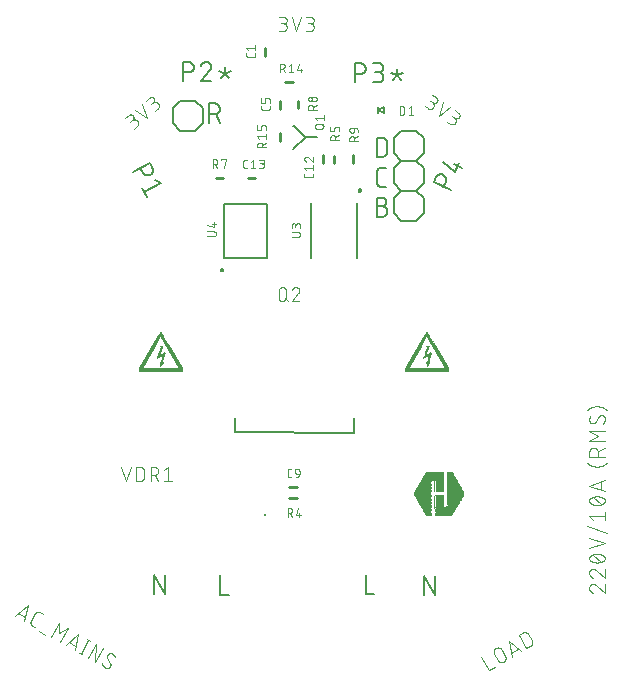
<source format=gbr>
G04 EAGLE Gerber RS-274X export*
G75*
%MOMM*%
%FSLAX34Y34*%
%LPD*%
%INSilkscreen Top*%
%IPPOS*%
%AMOC8*
5,1,8,0,0,1.08239X$1,22.5*%
G01*
%ADD10C,0.152400*%
%ADD11C,0.101600*%
%ADD12R,3.644900X0.012700*%
%ADD13R,3.695700X0.012700*%
%ADD14R,3.721100X0.012700*%
%ADD15R,3.746500X0.012700*%
%ADD16R,3.771900X0.012700*%
%ADD17R,3.784600X0.012700*%
%ADD18R,3.797300X0.012700*%
%ADD19R,3.733800X0.012700*%
%ADD20R,3.670300X0.012700*%
%ADD21R,3.657600X0.012700*%
%ADD22R,3.632200X0.012700*%
%ADD23R,0.279400X0.012700*%
%ADD24R,0.266700X0.012700*%
%ADD25R,0.292100X0.012700*%
%ADD26R,0.012700X0.012700*%
%ADD27R,0.038100X0.012700*%
%ADD28R,0.063500X0.012700*%
%ADD29R,0.076200X0.012700*%
%ADD30R,0.101600X0.012700*%
%ADD31R,0.114300X0.012700*%
%ADD32R,0.139700X0.012700*%
%ADD33R,0.165100X0.012700*%
%ADD34R,0.177800X0.012700*%
%ADD35R,0.190500X0.012700*%
%ADD36R,0.215900X0.012700*%
%ADD37R,0.241300X0.012700*%
%ADD38R,0.254000X0.012700*%
%ADD39R,0.228600X0.012700*%
%ADD40R,0.152400X0.012700*%
%ADD41R,0.127000X0.012700*%
%ADD42R,0.203200X0.012700*%
%ADD43R,0.317500X0.012700*%
%ADD44R,0.355600X0.012700*%
%ADD45R,0.381000X0.012700*%
%ADD46R,0.533400X0.012700*%
%ADD47R,0.546100X0.012700*%
%ADD48R,0.368300X0.012700*%
%ADD49R,0.330200X0.012700*%
%ADD50R,0.304800X0.012700*%
%ADD51R,0.050800X0.012700*%
%ADD52R,0.508000X0.012700*%
%ADD53R,0.495300X0.012700*%
%ADD54R,0.469900X0.012700*%
%ADD55R,0.457200X0.012700*%
%ADD56R,0.444500X0.012700*%
%ADD57R,0.431800X0.012700*%
%ADD58R,0.419100X0.012700*%
%ADD59R,0.406400X0.012700*%
%ADD60R,0.393700X0.012700*%
%ADD61R,0.342900X0.012700*%
%ADD62C,0.127000*%
%ADD63C,0.076200*%
%ADD64C,0.254000*%
%ADD65R,0.259075X0.015238*%
%ADD66R,1.310638X0.015238*%
%ADD67R,0.015238X0.015238*%
%ADD68R,0.304800X0.015238*%
%ADD69R,1.356356X0.015238*%
%ADD70R,0.335275X0.015238*%
%ADD71R,1.402075X0.015238*%
%ADD72R,0.365756X0.015238*%
%ADD73R,1.417319X0.015238*%
%ADD74R,0.381000X0.015238*%
%ADD75R,1.447800X0.015238*%
%ADD76R,0.396238X0.015238*%
%ADD77R,1.463037X0.015238*%
%ADD78R,0.411475X0.015238*%
%ADD79R,1.478275X0.015238*%
%ADD80R,0.426719X0.015238*%
%ADD81R,1.493519X0.015238*%
%ADD82R,0.441956X0.015238*%
%ADD83R,1.508756X0.015238*%
%ADD84R,0.457200X0.015238*%
%ADD85R,1.524000X0.015238*%
%ADD86R,0.472438X0.015238*%
%ADD87R,1.539238X0.015238*%
%ADD88R,0.487675X0.015238*%
%ADD89R,1.554475X0.015238*%
%ADD90R,0.502919X0.015238*%
%ADD91R,1.569719X0.015238*%
%ADD92R,0.518156X0.015238*%
%ADD93R,1.584956X0.015238*%
%ADD94R,0.533400X0.015238*%
%ADD95R,1.600200X0.015238*%
%ADD96R,0.548638X0.015238*%
%ADD97R,1.615438X0.015238*%
%ADD98R,0.563875X0.015238*%
%ADD99R,1.630675X0.015238*%
%ADD100R,0.579119X0.015238*%
%ADD101R,1.645919X0.015238*%
%ADD102R,0.594356X0.015238*%
%ADD103R,1.661156X0.015238*%
%ADD104R,0.609600X0.015238*%
%ADD105R,1.676400X0.015238*%
%ADD106R,0.624838X0.015238*%
%ADD107R,1.691638X0.015238*%
%ADD108R,0.640075X0.015238*%
%ADD109R,1.706875X0.015238*%
%ADD110R,0.655319X0.015238*%
%ADD111R,1.722119X0.015238*%
%ADD112R,0.670556X0.015238*%
%ADD113R,1.737356X0.015238*%
%ADD114R,0.685800X0.015238*%
%ADD115R,1.752600X0.015238*%
%ADD116R,0.701037X0.015238*%
%ADD117R,0.716275X0.015238*%
%ADD118R,0.731519X0.015238*%
%ADD119R,1.767838X0.015238*%
%ADD120R,1.783075X0.015238*%
%ADD121R,0.746756X0.015238*%
%ADD122R,1.798319X0.015238*%
%ADD123R,0.030481X0.015238*%
%ADD124R,0.762000X0.015238*%
%ADD125R,0.807719X0.015238*%
%ADD126R,0.868681X0.015238*%
%ADD127R,0.777238X0.015238*%
%ADD128R,0.853438X0.015238*%
%ADD129R,0.838200X0.015238*%
%ADD130R,0.792475X0.015238*%
%ADD131R,0.822963X0.015238*%
%ADD132R,0.822956X0.015238*%
%ADD133R,0.868675X0.015238*%
%ADD134R,0.883919X0.015238*%
%ADD135R,0.899156X0.015238*%
%ADD136R,0.914400X0.015238*%
%ADD137R,0.929638X0.015238*%
%ADD138R,0.944875X0.015238*%
%ADD139R,0.960119X0.015238*%
%ADD140R,0.975356X0.015238*%
%ADD141R,0.990600X0.015238*%
%ADD142R,1.005837X0.015238*%
%ADD143R,1.021075X0.015238*%
%ADD144R,1.036319X0.015238*%
%ADD145R,1.051556X0.015238*%
%ADD146R,1.066800X0.015238*%
%ADD147R,1.082037X0.015238*%
%ADD148R,1.097275X0.015238*%
%ADD149R,1.112519X0.015238*%
%ADD150R,1.127756X0.015238*%
%ADD151R,1.143000X0.015238*%
%ADD152R,1.158238X0.015238*%
%ADD153R,1.173475X0.015238*%
%ADD154R,1.188719X0.015238*%
%ADD155R,1.203956X0.015238*%
%ADD156R,1.219200X0.015238*%
%ADD157R,1.234438X0.015238*%
%ADD158R,1.249675X0.015238*%
%ADD159R,1.264919X0.015238*%
%ADD160R,1.280156X0.015238*%
%ADD161R,1.295400X0.015238*%
%ADD162R,1.325875X0.015238*%
%ADD163R,0.670563X0.015238*%
%ADD164R,1.341119X0.015238*%
%ADD165R,1.371600X0.015238*%
%ADD166R,1.386838X0.015238*%
%ADD167R,0.045719X0.015238*%
%ADD168R,0.060956X0.015238*%
%ADD169R,1.432556X0.015238*%
%ADD170R,0.106681X0.015238*%
%ADD171R,0.121919X0.015238*%
%ADD172R,0.152400X0.015238*%
%ADD173R,0.182875X0.015238*%
%ADD174R,0.030475X0.015238*%
%ADD175R,0.213363X0.015238*%
%ADD176R,0.076200X0.015238*%
%ADD177R,0.320038X0.015238*%
%ADD178R,0.243838X0.015238*%
%ADD179R,0.106675X0.015238*%
%ADD180R,0.274319X0.015238*%
%ADD181R,0.259081X0.015238*%
%ADD182R,0.198119X0.015238*%
%ADD183R,0.228600X0.015238*%
%ADD184C,0.200000*%
%ADD185C,0.100000*%
%ADD186C,0.100000*%


D10*
X69582Y334913D02*
X74097Y334913D01*
X74097Y334914D02*
X74230Y334912D01*
X74362Y334906D01*
X74494Y334896D01*
X74626Y334883D01*
X74758Y334865D01*
X74888Y334844D01*
X75019Y334819D01*
X75148Y334790D01*
X75276Y334757D01*
X75404Y334721D01*
X75530Y334681D01*
X75655Y334637D01*
X75779Y334589D01*
X75901Y334538D01*
X76022Y334483D01*
X76141Y334425D01*
X76259Y334363D01*
X76374Y334298D01*
X76488Y334229D01*
X76599Y334158D01*
X76708Y334082D01*
X76815Y334004D01*
X76920Y333923D01*
X77022Y333838D01*
X77122Y333751D01*
X77219Y333661D01*
X77314Y333568D01*
X77405Y333472D01*
X77494Y333374D01*
X77580Y333273D01*
X77663Y333169D01*
X77743Y333063D01*
X77819Y332955D01*
X77893Y332845D01*
X77963Y332732D01*
X78030Y332618D01*
X78093Y332501D01*
X78153Y332383D01*
X78210Y332263D01*
X78263Y332141D01*
X78312Y332018D01*
X78358Y331894D01*
X78400Y331768D01*
X78438Y331641D01*
X78473Y331513D01*
X78504Y331384D01*
X78531Y331255D01*
X78554Y331124D01*
X78574Y330993D01*
X78589Y330861D01*
X78601Y330729D01*
X78609Y330597D01*
X78613Y330464D01*
X78613Y330332D01*
X78609Y330199D01*
X78601Y330067D01*
X78589Y329935D01*
X78574Y329803D01*
X78554Y329672D01*
X78531Y329541D01*
X78504Y329412D01*
X78473Y329283D01*
X78438Y329155D01*
X78400Y329028D01*
X78358Y328902D01*
X78312Y328778D01*
X78263Y328655D01*
X78210Y328533D01*
X78153Y328413D01*
X78093Y328295D01*
X78030Y328178D01*
X77963Y328064D01*
X77893Y327951D01*
X77819Y327841D01*
X77743Y327733D01*
X77663Y327627D01*
X77580Y327523D01*
X77494Y327422D01*
X77405Y327324D01*
X77314Y327228D01*
X77219Y327135D01*
X77122Y327045D01*
X77022Y326958D01*
X76920Y326873D01*
X76815Y326792D01*
X76708Y326714D01*
X76599Y326638D01*
X76488Y326567D01*
X76374Y326498D01*
X76259Y326433D01*
X76141Y326371D01*
X76022Y326313D01*
X75901Y326258D01*
X75779Y326207D01*
X75655Y326159D01*
X75530Y326115D01*
X75404Y326075D01*
X75276Y326039D01*
X75148Y326006D01*
X75019Y325977D01*
X74888Y325952D01*
X74758Y325931D01*
X74626Y325913D01*
X74494Y325900D01*
X74362Y325890D01*
X74230Y325884D01*
X74097Y325882D01*
X69582Y325882D01*
X69582Y342138D01*
X74097Y342138D01*
X74216Y342136D01*
X74336Y342130D01*
X74455Y342120D01*
X74573Y342106D01*
X74692Y342089D01*
X74809Y342067D01*
X74926Y342042D01*
X75041Y342012D01*
X75156Y341979D01*
X75270Y341942D01*
X75382Y341902D01*
X75493Y341857D01*
X75602Y341809D01*
X75710Y341758D01*
X75816Y341703D01*
X75920Y341644D01*
X76022Y341582D01*
X76122Y341517D01*
X76220Y341448D01*
X76316Y341376D01*
X76409Y341301D01*
X76499Y341224D01*
X76587Y341143D01*
X76672Y341059D01*
X76754Y340972D01*
X76834Y340883D01*
X76910Y340791D01*
X76984Y340697D01*
X77054Y340600D01*
X77121Y340502D01*
X77185Y340401D01*
X77245Y340297D01*
X77302Y340192D01*
X77355Y340085D01*
X77405Y339977D01*
X77451Y339867D01*
X77493Y339755D01*
X77532Y339642D01*
X77567Y339528D01*
X77598Y339413D01*
X77626Y339296D01*
X77649Y339179D01*
X77669Y339062D01*
X77685Y338943D01*
X77697Y338824D01*
X77705Y338705D01*
X77709Y338586D01*
X77709Y338466D01*
X77705Y338347D01*
X77697Y338228D01*
X77685Y338109D01*
X77669Y337990D01*
X77649Y337873D01*
X77626Y337756D01*
X77598Y337639D01*
X77567Y337524D01*
X77532Y337410D01*
X77493Y337297D01*
X77451Y337185D01*
X77405Y337075D01*
X77355Y336967D01*
X77302Y336860D01*
X77245Y336755D01*
X77185Y336651D01*
X77121Y336550D01*
X77054Y336452D01*
X76984Y336355D01*
X76910Y336261D01*
X76834Y336169D01*
X76754Y336080D01*
X76672Y335993D01*
X76587Y335909D01*
X76499Y335828D01*
X76409Y335751D01*
X76316Y335676D01*
X76220Y335604D01*
X76122Y335535D01*
X76022Y335470D01*
X75920Y335408D01*
X75816Y335349D01*
X75710Y335294D01*
X75602Y335243D01*
X75493Y335195D01*
X75382Y335150D01*
X75270Y335110D01*
X75156Y335073D01*
X75041Y335040D01*
X74926Y335010D01*
X74809Y334985D01*
X74692Y334963D01*
X74573Y334946D01*
X74455Y334932D01*
X74336Y334922D01*
X74216Y334916D01*
X74097Y334914D01*
X-72263Y405575D02*
X-72263Y421831D01*
X-67747Y421831D01*
X-67614Y421829D01*
X-67482Y421823D01*
X-67350Y421813D01*
X-67218Y421800D01*
X-67086Y421782D01*
X-66956Y421761D01*
X-66825Y421736D01*
X-66696Y421707D01*
X-66568Y421674D01*
X-66440Y421638D01*
X-66314Y421598D01*
X-66189Y421554D01*
X-66065Y421506D01*
X-65943Y421455D01*
X-65822Y421400D01*
X-65703Y421342D01*
X-65585Y421280D01*
X-65470Y421215D01*
X-65356Y421146D01*
X-65245Y421075D01*
X-65136Y420999D01*
X-65029Y420921D01*
X-64924Y420840D01*
X-64822Y420755D01*
X-64722Y420668D01*
X-64625Y420578D01*
X-64530Y420485D01*
X-64439Y420389D01*
X-64350Y420291D01*
X-64264Y420190D01*
X-64181Y420086D01*
X-64101Y419980D01*
X-64025Y419872D01*
X-63951Y419762D01*
X-63881Y419649D01*
X-63814Y419535D01*
X-63751Y419418D01*
X-63691Y419300D01*
X-63634Y419180D01*
X-63581Y419058D01*
X-63532Y418935D01*
X-63486Y418811D01*
X-63444Y418685D01*
X-63406Y418558D01*
X-63371Y418430D01*
X-63340Y418301D01*
X-63313Y418172D01*
X-63290Y418041D01*
X-63270Y417910D01*
X-63255Y417778D01*
X-63243Y417646D01*
X-63235Y417514D01*
X-63231Y417381D01*
X-63231Y417249D01*
X-63235Y417116D01*
X-63243Y416984D01*
X-63255Y416852D01*
X-63270Y416720D01*
X-63290Y416589D01*
X-63313Y416458D01*
X-63340Y416329D01*
X-63371Y416200D01*
X-63406Y416072D01*
X-63444Y415945D01*
X-63486Y415819D01*
X-63532Y415695D01*
X-63581Y415572D01*
X-63634Y415450D01*
X-63691Y415330D01*
X-63751Y415212D01*
X-63814Y415095D01*
X-63881Y414981D01*
X-63951Y414868D01*
X-64025Y414758D01*
X-64101Y414650D01*
X-64181Y414544D01*
X-64264Y414440D01*
X-64350Y414339D01*
X-64439Y414241D01*
X-64530Y414145D01*
X-64625Y414052D01*
X-64722Y413962D01*
X-64822Y413875D01*
X-64924Y413790D01*
X-65029Y413709D01*
X-65136Y413631D01*
X-65245Y413555D01*
X-65356Y413484D01*
X-65470Y413415D01*
X-65585Y413350D01*
X-65703Y413288D01*
X-65822Y413230D01*
X-65943Y413175D01*
X-66065Y413124D01*
X-66189Y413076D01*
X-66314Y413032D01*
X-66440Y412992D01*
X-66568Y412956D01*
X-66696Y412923D01*
X-66825Y412894D01*
X-66956Y412869D01*
X-67086Y412848D01*
X-67218Y412830D01*
X-67350Y412817D01*
X-67482Y412807D01*
X-67614Y412801D01*
X-67747Y412799D01*
X-72263Y412799D01*
X-66844Y412799D02*
X-63232Y405575D01*
X69582Y392938D02*
X69582Y376682D01*
X69582Y392938D02*
X74097Y392938D01*
X74228Y392936D01*
X74360Y392930D01*
X74491Y392921D01*
X74621Y392907D01*
X74752Y392890D01*
X74881Y392869D01*
X75010Y392845D01*
X75138Y392816D01*
X75266Y392784D01*
X75392Y392748D01*
X75517Y392709D01*
X75642Y392666D01*
X75764Y392619D01*
X75886Y392569D01*
X76006Y392515D01*
X76124Y392458D01*
X76240Y392397D01*
X76355Y392333D01*
X76468Y392266D01*
X76579Y392195D01*
X76687Y392121D01*
X76794Y392044D01*
X76898Y391964D01*
X77000Y391881D01*
X77099Y391796D01*
X77196Y391707D01*
X77290Y391615D01*
X77382Y391521D01*
X77471Y391424D01*
X77556Y391325D01*
X77639Y391223D01*
X77719Y391119D01*
X77796Y391012D01*
X77870Y390904D01*
X77941Y390793D01*
X78008Y390680D01*
X78072Y390565D01*
X78133Y390449D01*
X78190Y390331D01*
X78244Y390211D01*
X78294Y390089D01*
X78341Y389967D01*
X78384Y389842D01*
X78423Y389717D01*
X78459Y389591D01*
X78491Y389463D01*
X78520Y389335D01*
X78544Y389206D01*
X78565Y389077D01*
X78582Y388946D01*
X78596Y388816D01*
X78605Y388685D01*
X78611Y388553D01*
X78613Y388422D01*
X78613Y381198D01*
X78611Y381067D01*
X78605Y380935D01*
X78596Y380804D01*
X78582Y380674D01*
X78565Y380543D01*
X78544Y380414D01*
X78520Y380285D01*
X78491Y380157D01*
X78459Y380029D01*
X78423Y379903D01*
X78384Y379778D01*
X78341Y379653D01*
X78294Y379531D01*
X78244Y379409D01*
X78190Y379289D01*
X78133Y379171D01*
X78072Y379055D01*
X78008Y378940D01*
X77941Y378827D01*
X77870Y378716D01*
X77796Y378608D01*
X77719Y378501D01*
X77639Y378397D01*
X77556Y378295D01*
X77471Y378196D01*
X77382Y378099D01*
X77290Y378005D01*
X77196Y377913D01*
X77099Y377824D01*
X77000Y377739D01*
X76898Y377656D01*
X76794Y377576D01*
X76687Y377499D01*
X76579Y377425D01*
X76468Y377354D01*
X76355Y377287D01*
X76240Y377223D01*
X76124Y377162D01*
X76006Y377105D01*
X75886Y377051D01*
X75764Y377001D01*
X75642Y376954D01*
X75517Y376911D01*
X75392Y376872D01*
X75266Y376836D01*
X75138Y376804D01*
X75010Y376775D01*
X74881Y376751D01*
X74751Y376730D01*
X74621Y376713D01*
X74491Y376699D01*
X74360Y376690D01*
X74228Y376684D01*
X74097Y376682D01*
X69582Y376682D01*
X73413Y351282D02*
X77026Y351282D01*
X73413Y351282D02*
X73295Y351284D01*
X73177Y351290D01*
X73059Y351299D01*
X72942Y351313D01*
X72825Y351330D01*
X72708Y351351D01*
X72593Y351376D01*
X72478Y351405D01*
X72364Y351438D01*
X72252Y351474D01*
X72141Y351514D01*
X72031Y351557D01*
X71922Y351604D01*
X71815Y351654D01*
X71710Y351709D01*
X71607Y351766D01*
X71506Y351827D01*
X71406Y351891D01*
X71309Y351958D01*
X71214Y352028D01*
X71122Y352102D01*
X71031Y352178D01*
X70944Y352258D01*
X70859Y352340D01*
X70777Y352425D01*
X70697Y352512D01*
X70621Y352603D01*
X70547Y352695D01*
X70477Y352790D01*
X70410Y352887D01*
X70346Y352987D01*
X70285Y353088D01*
X70228Y353191D01*
X70173Y353296D01*
X70123Y353403D01*
X70076Y353512D01*
X70033Y353622D01*
X69993Y353733D01*
X69957Y353845D01*
X69924Y353959D01*
X69895Y354074D01*
X69870Y354189D01*
X69849Y354306D01*
X69832Y354423D01*
X69818Y354540D01*
X69809Y354658D01*
X69803Y354776D01*
X69801Y354894D01*
X69801Y363926D01*
X69803Y364044D01*
X69809Y364162D01*
X69818Y364280D01*
X69832Y364397D01*
X69849Y364514D01*
X69870Y364631D01*
X69895Y364746D01*
X69924Y364861D01*
X69957Y364975D01*
X69993Y365087D01*
X70033Y365198D01*
X70076Y365308D01*
X70123Y365417D01*
X70173Y365524D01*
X70227Y365629D01*
X70285Y365732D01*
X70346Y365833D01*
X70410Y365933D01*
X70477Y366030D01*
X70547Y366125D01*
X70621Y366217D01*
X70697Y366308D01*
X70777Y366395D01*
X70859Y366480D01*
X70944Y366562D01*
X71031Y366642D01*
X71122Y366718D01*
X71214Y366792D01*
X71309Y366862D01*
X71406Y366929D01*
X71506Y366993D01*
X71607Y367054D01*
X71710Y367111D01*
X71815Y367165D01*
X71922Y367216D01*
X72031Y367263D01*
X72141Y367306D01*
X72252Y367346D01*
X72364Y367382D01*
X72478Y367415D01*
X72593Y367444D01*
X72708Y367469D01*
X72825Y367490D01*
X72942Y367507D01*
X73059Y367521D01*
X73177Y367530D01*
X73295Y367536D01*
X73413Y367538D01*
X77026Y367538D01*
D11*
X112699Y417695D02*
X110040Y419557D01*
X112698Y417695D02*
X112792Y417632D01*
X112888Y417572D01*
X112986Y417515D01*
X113086Y417462D01*
X113188Y417412D01*
X113292Y417366D01*
X113397Y417324D01*
X113503Y417285D01*
X113611Y417250D01*
X113720Y417219D01*
X113830Y417191D01*
X113941Y417168D01*
X114052Y417148D01*
X114164Y417132D01*
X114277Y417120D01*
X114390Y417112D01*
X114503Y417108D01*
X114617Y417108D01*
X114730Y417112D01*
X114843Y417120D01*
X114956Y417132D01*
X115068Y417148D01*
X115179Y417168D01*
X115290Y417191D01*
X115400Y417219D01*
X115509Y417250D01*
X115617Y417285D01*
X115723Y417324D01*
X115828Y417366D01*
X115932Y417412D01*
X116034Y417462D01*
X116134Y417515D01*
X116232Y417572D01*
X116328Y417632D01*
X116422Y417695D01*
X116513Y417762D01*
X116603Y417831D01*
X116690Y417904D01*
X116774Y417980D01*
X116855Y418059D01*
X116934Y418140D01*
X117010Y418224D01*
X117083Y418311D01*
X117152Y418401D01*
X117219Y418492D01*
X117282Y418586D01*
X117342Y418682D01*
X117399Y418780D01*
X117452Y418880D01*
X117502Y418982D01*
X117548Y419086D01*
X117590Y419191D01*
X117629Y419297D01*
X117664Y419405D01*
X117695Y419514D01*
X117723Y419624D01*
X117746Y419735D01*
X117766Y419846D01*
X117782Y419958D01*
X117794Y420071D01*
X117802Y420184D01*
X117806Y420297D01*
X117806Y420411D01*
X117802Y420524D01*
X117794Y420637D01*
X117782Y420750D01*
X117766Y420862D01*
X117746Y420973D01*
X117723Y421084D01*
X117695Y421194D01*
X117664Y421303D01*
X117629Y421411D01*
X117590Y421517D01*
X117548Y421622D01*
X117502Y421726D01*
X117452Y421828D01*
X117399Y421928D01*
X117342Y422026D01*
X117282Y422122D01*
X117219Y422216D01*
X117152Y422307D01*
X117083Y422397D01*
X117010Y422484D01*
X116934Y422568D01*
X116855Y422649D01*
X116774Y422728D01*
X116690Y422804D01*
X116603Y422877D01*
X116514Y422946D01*
X116422Y423013D01*
X119932Y426894D02*
X116742Y429128D01*
X119932Y426894D02*
X120013Y426834D01*
X120092Y426772D01*
X120169Y426706D01*
X120243Y426638D01*
X120314Y426567D01*
X120382Y426493D01*
X120448Y426416D01*
X120510Y426337D01*
X120570Y426256D01*
X120626Y426172D01*
X120679Y426087D01*
X120728Y425999D01*
X120774Y425910D01*
X120817Y425818D01*
X120856Y425725D01*
X120891Y425631D01*
X120923Y425536D01*
X120951Y425439D01*
X120975Y425341D01*
X120995Y425243D01*
X121012Y425143D01*
X121024Y425043D01*
X121033Y424943D01*
X121038Y424843D01*
X121039Y424742D01*
X121036Y424641D01*
X121029Y424541D01*
X121018Y424441D01*
X121004Y424341D01*
X120985Y424242D01*
X120963Y424144D01*
X120937Y424047D01*
X120907Y423950D01*
X120874Y423856D01*
X120837Y423762D01*
X120796Y423670D01*
X120751Y423579D01*
X120704Y423491D01*
X120652Y423404D01*
X120598Y423320D01*
X120540Y423237D01*
X120479Y423157D01*
X120415Y423079D01*
X120348Y423004D01*
X120279Y422931D01*
X120206Y422862D01*
X120131Y422795D01*
X120053Y422731D01*
X119973Y422670D01*
X119890Y422612D01*
X119806Y422558D01*
X119719Y422506D01*
X119631Y422459D01*
X119540Y422414D01*
X119448Y422373D01*
X119354Y422336D01*
X119260Y422303D01*
X119163Y422273D01*
X119066Y422247D01*
X118968Y422225D01*
X118869Y422206D01*
X118769Y422192D01*
X118669Y422181D01*
X118569Y422174D01*
X118468Y422171D01*
X118367Y422172D01*
X118267Y422177D01*
X118167Y422186D01*
X118067Y422198D01*
X117967Y422215D01*
X117869Y422235D01*
X117771Y422259D01*
X117674Y422287D01*
X117579Y422319D01*
X117485Y422354D01*
X117392Y422393D01*
X117300Y422436D01*
X117211Y422482D01*
X117123Y422531D01*
X117038Y422584D01*
X116954Y422640D01*
X114827Y424130D01*
X125573Y422944D02*
X122062Y411139D01*
X131954Y418477D01*
X128766Y406445D02*
X131424Y404583D01*
X131518Y404520D01*
X131614Y404460D01*
X131712Y404403D01*
X131812Y404350D01*
X131914Y404300D01*
X132018Y404254D01*
X132123Y404212D01*
X132229Y404173D01*
X132337Y404138D01*
X132446Y404107D01*
X132556Y404079D01*
X132667Y404056D01*
X132778Y404036D01*
X132890Y404020D01*
X133003Y404008D01*
X133116Y404000D01*
X133229Y403996D01*
X133343Y403996D01*
X133456Y404000D01*
X133569Y404008D01*
X133682Y404020D01*
X133794Y404036D01*
X133905Y404056D01*
X134016Y404079D01*
X134126Y404107D01*
X134235Y404138D01*
X134343Y404173D01*
X134449Y404212D01*
X134554Y404254D01*
X134658Y404300D01*
X134760Y404350D01*
X134860Y404403D01*
X134958Y404460D01*
X135054Y404520D01*
X135148Y404583D01*
X135239Y404650D01*
X135329Y404719D01*
X135416Y404792D01*
X135500Y404868D01*
X135581Y404947D01*
X135660Y405028D01*
X135736Y405112D01*
X135809Y405199D01*
X135878Y405289D01*
X135945Y405380D01*
X136008Y405474D01*
X136068Y405570D01*
X136125Y405668D01*
X136178Y405768D01*
X136228Y405870D01*
X136274Y405974D01*
X136316Y406079D01*
X136355Y406185D01*
X136390Y406293D01*
X136421Y406402D01*
X136449Y406512D01*
X136472Y406623D01*
X136492Y406734D01*
X136508Y406846D01*
X136520Y406959D01*
X136528Y407072D01*
X136532Y407185D01*
X136532Y407299D01*
X136528Y407412D01*
X136520Y407525D01*
X136508Y407638D01*
X136492Y407750D01*
X136472Y407861D01*
X136449Y407972D01*
X136421Y408082D01*
X136390Y408191D01*
X136355Y408299D01*
X136316Y408405D01*
X136274Y408510D01*
X136228Y408614D01*
X136178Y408716D01*
X136125Y408816D01*
X136068Y408914D01*
X136008Y409010D01*
X135945Y409104D01*
X135878Y409195D01*
X135809Y409285D01*
X135736Y409372D01*
X135660Y409456D01*
X135581Y409537D01*
X135500Y409616D01*
X135416Y409692D01*
X135329Y409765D01*
X135240Y409834D01*
X135148Y409901D01*
X138658Y413782D02*
X135468Y416016D01*
X138658Y413782D02*
X138739Y413722D01*
X138818Y413660D01*
X138895Y413594D01*
X138969Y413526D01*
X139040Y413455D01*
X139108Y413381D01*
X139174Y413304D01*
X139236Y413225D01*
X139296Y413144D01*
X139352Y413060D01*
X139405Y412975D01*
X139454Y412887D01*
X139500Y412798D01*
X139543Y412706D01*
X139582Y412613D01*
X139617Y412519D01*
X139649Y412424D01*
X139677Y412327D01*
X139701Y412229D01*
X139721Y412131D01*
X139738Y412031D01*
X139750Y411931D01*
X139759Y411831D01*
X139764Y411731D01*
X139765Y411630D01*
X139762Y411529D01*
X139755Y411429D01*
X139744Y411329D01*
X139730Y411229D01*
X139711Y411130D01*
X139689Y411032D01*
X139663Y410935D01*
X139633Y410838D01*
X139600Y410744D01*
X139563Y410650D01*
X139522Y410558D01*
X139477Y410467D01*
X139430Y410379D01*
X139378Y410292D01*
X139324Y410208D01*
X139266Y410125D01*
X139205Y410045D01*
X139141Y409967D01*
X139074Y409892D01*
X139005Y409819D01*
X138932Y409750D01*
X138857Y409683D01*
X138779Y409619D01*
X138699Y409558D01*
X138616Y409500D01*
X138532Y409446D01*
X138445Y409394D01*
X138357Y409347D01*
X138266Y409302D01*
X138174Y409261D01*
X138080Y409224D01*
X137986Y409191D01*
X137889Y409161D01*
X137792Y409135D01*
X137694Y409113D01*
X137595Y409094D01*
X137495Y409080D01*
X137395Y409069D01*
X137295Y409062D01*
X137194Y409059D01*
X137093Y409060D01*
X136993Y409065D01*
X136893Y409074D01*
X136793Y409086D01*
X136693Y409103D01*
X136595Y409123D01*
X136497Y409147D01*
X136400Y409175D01*
X136305Y409207D01*
X136211Y409242D01*
X136118Y409281D01*
X136026Y409324D01*
X135937Y409370D01*
X135849Y409419D01*
X135764Y409472D01*
X135680Y409528D01*
X135679Y409528D02*
X133552Y411018D01*
X-9843Y483108D02*
X-13088Y483108D01*
X-9843Y483108D02*
X-9730Y483110D01*
X-9617Y483116D01*
X-9504Y483126D01*
X-9391Y483140D01*
X-9279Y483157D01*
X-9168Y483179D01*
X-9058Y483204D01*
X-8948Y483234D01*
X-8840Y483267D01*
X-8733Y483304D01*
X-8627Y483344D01*
X-8523Y483389D01*
X-8420Y483437D01*
X-8319Y483488D01*
X-8220Y483543D01*
X-8123Y483601D01*
X-8028Y483663D01*
X-7935Y483728D01*
X-7845Y483796D01*
X-7757Y483867D01*
X-7671Y483942D01*
X-7588Y484019D01*
X-7508Y484099D01*
X-7431Y484182D01*
X-7356Y484268D01*
X-7285Y484356D01*
X-7217Y484446D01*
X-7152Y484539D01*
X-7090Y484634D01*
X-7032Y484731D01*
X-6977Y484830D01*
X-6926Y484931D01*
X-6878Y485034D01*
X-6833Y485138D01*
X-6793Y485244D01*
X-6756Y485351D01*
X-6723Y485459D01*
X-6693Y485569D01*
X-6668Y485679D01*
X-6646Y485790D01*
X-6629Y485902D01*
X-6615Y486015D01*
X-6605Y486128D01*
X-6599Y486241D01*
X-6597Y486354D01*
X-6599Y486467D01*
X-6605Y486580D01*
X-6615Y486693D01*
X-6629Y486806D01*
X-6646Y486918D01*
X-6668Y487029D01*
X-6693Y487139D01*
X-6723Y487249D01*
X-6756Y487357D01*
X-6793Y487464D01*
X-6833Y487570D01*
X-6878Y487674D01*
X-6926Y487777D01*
X-6977Y487878D01*
X-7032Y487977D01*
X-7090Y488074D01*
X-7152Y488169D01*
X-7217Y488262D01*
X-7285Y488352D01*
X-7356Y488440D01*
X-7431Y488526D01*
X-7508Y488609D01*
X-7588Y488689D01*
X-7671Y488766D01*
X-7757Y488841D01*
X-7845Y488912D01*
X-7935Y488980D01*
X-8028Y489045D01*
X-8123Y489107D01*
X-8220Y489165D01*
X-8319Y489220D01*
X-8420Y489271D01*
X-8523Y489319D01*
X-8627Y489364D01*
X-8733Y489404D01*
X-8840Y489441D01*
X-8948Y489474D01*
X-9058Y489504D01*
X-9168Y489529D01*
X-9279Y489551D01*
X-9391Y489568D01*
X-9504Y489582D01*
X-9617Y489592D01*
X-9730Y489598D01*
X-9843Y489600D01*
X-9193Y494792D02*
X-13088Y494792D01*
X-9193Y494792D02*
X-9092Y494790D01*
X-8992Y494784D01*
X-8892Y494774D01*
X-8792Y494761D01*
X-8693Y494743D01*
X-8594Y494722D01*
X-8497Y494697D01*
X-8400Y494668D01*
X-8305Y494635D01*
X-8211Y494599D01*
X-8119Y494559D01*
X-8028Y494516D01*
X-7939Y494469D01*
X-7852Y494419D01*
X-7766Y494365D01*
X-7683Y494308D01*
X-7603Y494248D01*
X-7524Y494185D01*
X-7448Y494118D01*
X-7375Y494049D01*
X-7305Y493977D01*
X-7237Y493903D01*
X-7172Y493826D01*
X-7111Y493746D01*
X-7052Y493664D01*
X-6997Y493580D01*
X-6945Y493494D01*
X-6896Y493406D01*
X-6851Y493316D01*
X-6809Y493224D01*
X-6771Y493131D01*
X-6737Y493036D01*
X-6706Y492941D01*
X-6679Y492844D01*
X-6656Y492746D01*
X-6636Y492647D01*
X-6621Y492547D01*
X-6609Y492447D01*
X-6601Y492347D01*
X-6597Y492246D01*
X-6597Y492146D01*
X-6601Y492045D01*
X-6609Y491945D01*
X-6621Y491845D01*
X-6636Y491745D01*
X-6656Y491646D01*
X-6679Y491548D01*
X-6706Y491451D01*
X-6737Y491356D01*
X-6771Y491261D01*
X-6809Y491168D01*
X-6851Y491076D01*
X-6896Y490986D01*
X-6945Y490898D01*
X-6997Y490812D01*
X-7052Y490728D01*
X-7111Y490646D01*
X-7172Y490566D01*
X-7237Y490489D01*
X-7305Y490415D01*
X-7375Y490343D01*
X-7448Y490274D01*
X-7524Y490207D01*
X-7603Y490144D01*
X-7683Y490084D01*
X-7766Y490027D01*
X-7852Y489973D01*
X-7939Y489923D01*
X-8028Y489876D01*
X-8119Y489833D01*
X-8211Y489793D01*
X-8305Y489757D01*
X-8400Y489724D01*
X-8497Y489695D01*
X-8594Y489670D01*
X-8693Y489649D01*
X-8792Y489631D01*
X-8892Y489618D01*
X-8992Y489608D01*
X-9092Y489602D01*
X-9193Y489600D01*
X-9193Y489599D02*
X-11790Y489599D01*
X-2307Y494792D02*
X1588Y483108D01*
X5482Y494792D01*
X9772Y483108D02*
X13017Y483108D01*
X13130Y483110D01*
X13243Y483116D01*
X13356Y483126D01*
X13469Y483140D01*
X13581Y483157D01*
X13692Y483179D01*
X13802Y483204D01*
X13912Y483234D01*
X14020Y483267D01*
X14127Y483304D01*
X14233Y483344D01*
X14337Y483389D01*
X14440Y483437D01*
X14541Y483488D01*
X14640Y483543D01*
X14737Y483601D01*
X14832Y483663D01*
X14925Y483728D01*
X15015Y483796D01*
X15103Y483867D01*
X15189Y483942D01*
X15272Y484019D01*
X15352Y484099D01*
X15429Y484182D01*
X15504Y484268D01*
X15575Y484356D01*
X15643Y484446D01*
X15708Y484539D01*
X15770Y484634D01*
X15828Y484731D01*
X15883Y484830D01*
X15934Y484931D01*
X15982Y485034D01*
X16027Y485138D01*
X16067Y485244D01*
X16104Y485351D01*
X16137Y485459D01*
X16167Y485569D01*
X16192Y485679D01*
X16214Y485790D01*
X16231Y485902D01*
X16245Y486015D01*
X16255Y486128D01*
X16261Y486241D01*
X16263Y486354D01*
X16261Y486467D01*
X16255Y486580D01*
X16245Y486693D01*
X16231Y486806D01*
X16214Y486918D01*
X16192Y487029D01*
X16167Y487139D01*
X16137Y487249D01*
X16104Y487357D01*
X16067Y487464D01*
X16027Y487570D01*
X15982Y487674D01*
X15934Y487777D01*
X15883Y487878D01*
X15828Y487977D01*
X15770Y488074D01*
X15708Y488169D01*
X15643Y488262D01*
X15575Y488352D01*
X15504Y488440D01*
X15429Y488526D01*
X15352Y488609D01*
X15272Y488689D01*
X15189Y488766D01*
X15103Y488841D01*
X15015Y488912D01*
X14925Y488980D01*
X14832Y489045D01*
X14737Y489107D01*
X14640Y489165D01*
X14541Y489220D01*
X14440Y489271D01*
X14337Y489319D01*
X14233Y489364D01*
X14127Y489404D01*
X14020Y489441D01*
X13912Y489474D01*
X13802Y489504D01*
X13692Y489529D01*
X13581Y489551D01*
X13469Y489568D01*
X13356Y489582D01*
X13243Y489592D01*
X13130Y489598D01*
X13017Y489600D01*
X13667Y494792D02*
X9772Y494792D01*
X13667Y494792D02*
X13768Y494790D01*
X13868Y494784D01*
X13968Y494774D01*
X14068Y494761D01*
X14167Y494743D01*
X14266Y494722D01*
X14363Y494697D01*
X14460Y494668D01*
X14555Y494635D01*
X14649Y494599D01*
X14741Y494559D01*
X14832Y494516D01*
X14921Y494469D01*
X15008Y494419D01*
X15094Y494365D01*
X15177Y494308D01*
X15257Y494248D01*
X15336Y494185D01*
X15412Y494118D01*
X15485Y494049D01*
X15555Y493977D01*
X15623Y493903D01*
X15688Y493826D01*
X15749Y493746D01*
X15808Y493664D01*
X15863Y493580D01*
X15915Y493494D01*
X15964Y493406D01*
X16009Y493316D01*
X16051Y493224D01*
X16089Y493131D01*
X16123Y493036D01*
X16154Y492941D01*
X16181Y492844D01*
X16204Y492746D01*
X16224Y492647D01*
X16239Y492547D01*
X16251Y492447D01*
X16259Y492347D01*
X16263Y492246D01*
X16263Y492146D01*
X16259Y492045D01*
X16251Y491945D01*
X16239Y491845D01*
X16224Y491745D01*
X16204Y491646D01*
X16181Y491548D01*
X16154Y491451D01*
X16123Y491356D01*
X16089Y491261D01*
X16051Y491168D01*
X16009Y491076D01*
X15964Y490986D01*
X15915Y490898D01*
X15863Y490812D01*
X15808Y490728D01*
X15749Y490646D01*
X15688Y490566D01*
X15623Y490489D01*
X15555Y490415D01*
X15485Y490343D01*
X15412Y490274D01*
X15336Y490207D01*
X15257Y490144D01*
X15177Y490084D01*
X15094Y490027D01*
X15008Y489973D01*
X14921Y489923D01*
X14832Y489876D01*
X14741Y489833D01*
X14649Y489793D01*
X14555Y489757D01*
X14460Y489724D01*
X14363Y489695D01*
X14266Y489670D01*
X14167Y489649D01*
X14068Y489631D01*
X13968Y489618D01*
X13868Y489608D01*
X13768Y489602D01*
X13667Y489600D01*
X13667Y489599D02*
X11070Y489599D01*
X-133588Y402515D02*
X-136074Y400429D01*
X-133588Y402514D02*
X-133502Y402589D01*
X-133419Y402666D01*
X-133339Y402746D01*
X-133262Y402829D01*
X-133187Y402914D01*
X-133116Y403003D01*
X-133048Y403093D01*
X-132983Y403186D01*
X-132921Y403281D01*
X-132863Y403378D01*
X-132808Y403477D01*
X-132757Y403578D01*
X-132709Y403681D01*
X-132664Y403785D01*
X-132624Y403891D01*
X-132587Y403998D01*
X-132554Y404106D01*
X-132524Y404216D01*
X-132499Y404326D01*
X-132477Y404437D01*
X-132460Y404549D01*
X-132446Y404662D01*
X-132436Y404775D01*
X-132430Y404888D01*
X-132428Y405001D01*
X-132430Y405114D01*
X-132436Y405227D01*
X-132446Y405340D01*
X-132460Y405453D01*
X-132477Y405565D01*
X-132499Y405676D01*
X-132524Y405786D01*
X-132554Y405896D01*
X-132587Y406004D01*
X-132624Y406111D01*
X-132664Y406217D01*
X-132709Y406321D01*
X-132757Y406424D01*
X-132808Y406525D01*
X-132863Y406624D01*
X-132921Y406721D01*
X-132983Y406816D01*
X-133048Y406909D01*
X-133116Y406999D01*
X-133187Y407087D01*
X-133262Y407173D01*
X-133339Y407256D01*
X-133419Y407336D01*
X-133502Y407413D01*
X-133588Y407488D01*
X-133676Y407559D01*
X-133766Y407627D01*
X-133859Y407692D01*
X-133954Y407754D01*
X-134051Y407812D01*
X-134150Y407867D01*
X-134251Y407918D01*
X-134354Y407966D01*
X-134458Y408011D01*
X-134564Y408051D01*
X-134671Y408088D01*
X-134779Y408121D01*
X-134889Y408151D01*
X-134999Y408176D01*
X-135110Y408198D01*
X-135222Y408215D01*
X-135335Y408229D01*
X-135448Y408239D01*
X-135561Y408245D01*
X-135674Y408247D01*
X-135787Y408245D01*
X-135900Y408239D01*
X-136013Y408229D01*
X-136126Y408215D01*
X-136238Y408198D01*
X-136349Y408176D01*
X-136459Y408151D01*
X-136569Y408121D01*
X-136677Y408088D01*
X-136784Y408051D01*
X-136890Y408011D01*
X-136994Y407966D01*
X-137097Y407918D01*
X-137198Y407867D01*
X-137297Y407812D01*
X-137394Y407754D01*
X-137489Y407692D01*
X-137582Y407627D01*
X-137672Y407559D01*
X-137761Y407488D01*
X-140601Y411883D02*
X-143585Y409379D01*
X-140601Y411883D02*
X-140522Y411946D01*
X-140442Y412006D01*
X-140359Y412063D01*
X-140273Y412117D01*
X-140186Y412167D01*
X-140097Y412214D01*
X-140006Y412257D01*
X-139914Y412297D01*
X-139820Y412333D01*
X-139725Y412366D01*
X-139628Y412395D01*
X-139531Y412420D01*
X-139432Y412441D01*
X-139333Y412459D01*
X-139233Y412472D01*
X-139133Y412482D01*
X-139033Y412488D01*
X-138932Y412490D01*
X-138831Y412488D01*
X-138731Y412482D01*
X-138631Y412472D01*
X-138531Y412459D01*
X-138432Y412441D01*
X-138333Y412420D01*
X-138236Y412395D01*
X-138139Y412366D01*
X-138044Y412333D01*
X-137950Y412297D01*
X-137858Y412257D01*
X-137767Y412214D01*
X-137678Y412167D01*
X-137591Y412117D01*
X-137505Y412063D01*
X-137422Y412006D01*
X-137342Y411946D01*
X-137263Y411883D01*
X-137187Y411816D01*
X-137114Y411747D01*
X-137044Y411675D01*
X-136976Y411601D01*
X-136911Y411524D01*
X-136850Y411444D01*
X-136791Y411362D01*
X-136736Y411278D01*
X-136684Y411192D01*
X-136635Y411104D01*
X-136590Y411014D01*
X-136548Y410922D01*
X-136510Y410829D01*
X-136476Y410734D01*
X-136445Y410639D01*
X-136418Y410542D01*
X-136395Y410444D01*
X-136375Y410345D01*
X-136360Y410245D01*
X-136348Y410145D01*
X-136340Y410045D01*
X-136336Y409944D01*
X-136336Y409844D01*
X-136340Y409743D01*
X-136348Y409643D01*
X-136360Y409543D01*
X-136375Y409443D01*
X-136395Y409344D01*
X-136418Y409246D01*
X-136445Y409149D01*
X-136476Y409054D01*
X-136510Y408959D01*
X-136548Y408866D01*
X-136590Y408774D01*
X-136635Y408684D01*
X-136684Y408596D01*
X-136736Y408510D01*
X-136791Y408426D01*
X-136850Y408344D01*
X-136911Y408264D01*
X-136976Y408187D01*
X-137044Y408113D01*
X-137114Y408041D01*
X-137187Y407972D01*
X-137263Y407905D01*
X-139252Y406236D01*
X-135326Y416309D02*
X-124832Y409862D01*
X-129359Y421316D01*
X-118563Y415123D02*
X-116076Y417209D01*
X-116077Y417208D02*
X-115991Y417283D01*
X-115908Y417360D01*
X-115828Y417440D01*
X-115751Y417523D01*
X-115676Y417608D01*
X-115605Y417697D01*
X-115537Y417787D01*
X-115472Y417880D01*
X-115410Y417975D01*
X-115352Y418072D01*
X-115297Y418171D01*
X-115246Y418272D01*
X-115198Y418375D01*
X-115153Y418479D01*
X-115113Y418585D01*
X-115076Y418692D01*
X-115043Y418800D01*
X-115013Y418910D01*
X-114988Y419020D01*
X-114966Y419131D01*
X-114949Y419243D01*
X-114935Y419356D01*
X-114925Y419469D01*
X-114919Y419582D01*
X-114917Y419695D01*
X-114919Y419808D01*
X-114925Y419921D01*
X-114935Y420034D01*
X-114949Y420147D01*
X-114966Y420259D01*
X-114988Y420370D01*
X-115013Y420480D01*
X-115043Y420590D01*
X-115076Y420698D01*
X-115113Y420805D01*
X-115153Y420911D01*
X-115198Y421015D01*
X-115246Y421118D01*
X-115297Y421219D01*
X-115352Y421318D01*
X-115410Y421415D01*
X-115472Y421510D01*
X-115537Y421603D01*
X-115605Y421693D01*
X-115676Y421781D01*
X-115751Y421867D01*
X-115828Y421950D01*
X-115908Y422030D01*
X-115991Y422107D01*
X-116077Y422182D01*
X-116165Y422253D01*
X-116255Y422321D01*
X-116348Y422386D01*
X-116443Y422448D01*
X-116540Y422506D01*
X-116639Y422561D01*
X-116740Y422612D01*
X-116843Y422660D01*
X-116947Y422705D01*
X-117053Y422745D01*
X-117160Y422782D01*
X-117268Y422815D01*
X-117378Y422845D01*
X-117488Y422870D01*
X-117599Y422892D01*
X-117711Y422909D01*
X-117824Y422923D01*
X-117937Y422933D01*
X-118050Y422939D01*
X-118163Y422941D01*
X-118276Y422939D01*
X-118389Y422933D01*
X-118502Y422923D01*
X-118615Y422909D01*
X-118727Y422892D01*
X-118838Y422870D01*
X-118948Y422845D01*
X-119058Y422815D01*
X-119166Y422782D01*
X-119273Y422745D01*
X-119379Y422705D01*
X-119483Y422660D01*
X-119586Y422612D01*
X-119687Y422561D01*
X-119786Y422506D01*
X-119883Y422448D01*
X-119978Y422386D01*
X-120071Y422321D01*
X-120161Y422253D01*
X-120250Y422182D01*
X-123089Y426577D02*
X-126073Y424073D01*
X-123089Y426577D02*
X-123010Y426640D01*
X-122930Y426700D01*
X-122847Y426757D01*
X-122761Y426811D01*
X-122674Y426861D01*
X-122585Y426908D01*
X-122494Y426951D01*
X-122402Y426991D01*
X-122308Y427027D01*
X-122213Y427060D01*
X-122116Y427089D01*
X-122019Y427114D01*
X-121920Y427135D01*
X-121821Y427153D01*
X-121721Y427166D01*
X-121621Y427176D01*
X-121521Y427182D01*
X-121420Y427184D01*
X-121319Y427182D01*
X-121219Y427176D01*
X-121119Y427166D01*
X-121019Y427153D01*
X-120920Y427135D01*
X-120821Y427114D01*
X-120724Y427089D01*
X-120627Y427060D01*
X-120532Y427027D01*
X-120438Y426991D01*
X-120346Y426951D01*
X-120255Y426908D01*
X-120166Y426861D01*
X-120079Y426811D01*
X-119993Y426757D01*
X-119910Y426700D01*
X-119830Y426640D01*
X-119751Y426577D01*
X-119675Y426510D01*
X-119602Y426441D01*
X-119532Y426369D01*
X-119464Y426295D01*
X-119399Y426218D01*
X-119338Y426138D01*
X-119279Y426056D01*
X-119224Y425972D01*
X-119172Y425886D01*
X-119123Y425798D01*
X-119078Y425708D01*
X-119036Y425616D01*
X-118998Y425523D01*
X-118964Y425428D01*
X-118933Y425333D01*
X-118906Y425236D01*
X-118883Y425138D01*
X-118863Y425039D01*
X-118848Y424939D01*
X-118836Y424839D01*
X-118828Y424739D01*
X-118824Y424638D01*
X-118824Y424538D01*
X-118828Y424437D01*
X-118836Y424337D01*
X-118848Y424237D01*
X-118863Y424137D01*
X-118883Y424038D01*
X-118906Y423940D01*
X-118933Y423843D01*
X-118964Y423748D01*
X-118998Y423653D01*
X-119036Y423560D01*
X-119078Y423468D01*
X-119123Y423378D01*
X-119172Y423290D01*
X-119224Y423204D01*
X-119279Y423120D01*
X-119338Y423038D01*
X-119399Y422958D01*
X-119464Y422881D01*
X-119532Y422807D01*
X-119602Y422735D01*
X-119675Y422666D01*
X-119751Y422599D01*
X-119752Y422599D02*
X-121740Y420930D01*
D10*
X-122768Y371614D02*
X-136847Y363486D01*
X-122768Y371614D02*
X-120511Y367703D01*
X-120510Y367703D02*
X-120445Y367586D01*
X-120383Y367467D01*
X-120325Y367347D01*
X-120270Y367225D01*
X-120219Y367101D01*
X-120172Y366976D01*
X-120129Y366849D01*
X-120089Y366721D01*
X-120053Y366592D01*
X-120021Y366462D01*
X-119993Y366331D01*
X-119969Y366200D01*
X-119948Y366068D01*
X-119932Y365935D01*
X-119919Y365802D01*
X-119911Y365668D01*
X-119906Y365534D01*
X-119905Y365400D01*
X-119909Y365267D01*
X-119916Y365133D01*
X-119927Y365000D01*
X-119942Y364867D01*
X-119961Y364734D01*
X-119984Y364602D01*
X-120011Y364471D01*
X-120042Y364341D01*
X-120077Y364212D01*
X-120115Y364083D01*
X-120157Y363956D01*
X-120203Y363831D01*
X-120253Y363706D01*
X-120306Y363584D01*
X-120363Y363463D01*
X-120424Y363343D01*
X-120488Y363226D01*
X-120555Y363110D01*
X-120626Y362997D01*
X-120701Y362885D01*
X-120778Y362776D01*
X-120859Y362669D01*
X-120943Y362565D01*
X-121029Y362463D01*
X-121119Y362364D01*
X-121212Y362268D01*
X-121308Y362174D01*
X-121406Y362083D01*
X-121507Y361995D01*
X-121610Y361910D01*
X-121716Y361829D01*
X-121825Y361750D01*
X-121935Y361675D01*
X-122048Y361603D01*
X-122163Y361534D01*
X-122280Y361469D01*
X-122399Y361407D01*
X-122519Y361349D01*
X-122641Y361294D01*
X-122765Y361244D01*
X-122890Y361196D01*
X-123017Y361153D01*
X-123145Y361113D01*
X-123274Y361077D01*
X-123404Y361045D01*
X-123534Y361017D01*
X-123666Y360993D01*
X-123798Y360972D01*
X-123931Y360956D01*
X-124064Y360943D01*
X-124198Y360935D01*
X-124332Y360930D01*
X-124466Y360929D01*
X-124599Y360933D01*
X-124733Y360940D01*
X-124866Y360951D01*
X-124999Y360966D01*
X-125132Y360985D01*
X-125264Y361008D01*
X-125395Y361035D01*
X-125525Y361066D01*
X-125654Y361101D01*
X-125783Y361139D01*
X-125910Y361181D01*
X-126035Y361227D01*
X-126159Y361277D01*
X-126282Y361330D01*
X-126403Y361387D01*
X-126523Y361448D01*
X-126640Y361512D01*
X-126756Y361579D01*
X-126869Y361650D01*
X-126981Y361724D01*
X-127090Y361802D01*
X-127197Y361883D01*
X-127301Y361966D01*
X-127403Y362053D01*
X-127502Y362143D01*
X-127598Y362236D01*
X-127692Y362332D01*
X-127783Y362430D01*
X-127871Y362531D01*
X-127956Y362634D01*
X-128037Y362740D01*
X-128116Y362849D01*
X-128191Y362959D01*
X-128263Y363072D01*
X-128332Y363187D01*
X-130590Y367098D01*
X-118447Y356904D02*
X-113061Y354800D01*
X-127139Y346672D01*
X-129397Y350582D02*
X-124881Y342761D01*
X-94395Y440806D02*
X-94395Y457062D01*
X-89880Y457062D01*
X-89747Y457060D01*
X-89615Y457054D01*
X-89483Y457044D01*
X-89351Y457031D01*
X-89219Y457013D01*
X-89089Y456992D01*
X-88958Y456967D01*
X-88829Y456938D01*
X-88701Y456905D01*
X-88573Y456869D01*
X-88447Y456829D01*
X-88322Y456785D01*
X-88198Y456737D01*
X-88076Y456686D01*
X-87955Y456631D01*
X-87836Y456573D01*
X-87718Y456511D01*
X-87603Y456446D01*
X-87489Y456377D01*
X-87378Y456306D01*
X-87269Y456230D01*
X-87162Y456152D01*
X-87057Y456071D01*
X-86955Y455986D01*
X-86855Y455899D01*
X-86758Y455809D01*
X-86663Y455716D01*
X-86572Y455620D01*
X-86483Y455522D01*
X-86397Y455421D01*
X-86314Y455317D01*
X-86234Y455211D01*
X-86158Y455103D01*
X-86084Y454993D01*
X-86014Y454880D01*
X-85947Y454766D01*
X-85884Y454649D01*
X-85824Y454531D01*
X-85767Y454411D01*
X-85714Y454289D01*
X-85665Y454166D01*
X-85619Y454042D01*
X-85577Y453916D01*
X-85539Y453789D01*
X-85504Y453661D01*
X-85473Y453532D01*
X-85446Y453403D01*
X-85423Y453272D01*
X-85403Y453141D01*
X-85388Y453009D01*
X-85376Y452877D01*
X-85368Y452745D01*
X-85364Y452612D01*
X-85364Y452480D01*
X-85368Y452347D01*
X-85376Y452215D01*
X-85388Y452083D01*
X-85403Y451951D01*
X-85423Y451820D01*
X-85446Y451689D01*
X-85473Y451560D01*
X-85504Y451431D01*
X-85539Y451303D01*
X-85577Y451176D01*
X-85619Y451050D01*
X-85665Y450926D01*
X-85714Y450803D01*
X-85767Y450681D01*
X-85824Y450561D01*
X-85884Y450443D01*
X-85947Y450326D01*
X-86014Y450212D01*
X-86084Y450099D01*
X-86158Y449989D01*
X-86234Y449881D01*
X-86314Y449775D01*
X-86397Y449671D01*
X-86483Y449570D01*
X-86572Y449472D01*
X-86663Y449376D01*
X-86758Y449283D01*
X-86855Y449193D01*
X-86955Y449106D01*
X-87057Y449021D01*
X-87162Y448940D01*
X-87269Y448862D01*
X-87378Y448786D01*
X-87489Y448715D01*
X-87603Y448646D01*
X-87718Y448581D01*
X-87836Y448519D01*
X-87955Y448461D01*
X-88076Y448406D01*
X-88198Y448355D01*
X-88322Y448307D01*
X-88447Y448263D01*
X-88573Y448223D01*
X-88701Y448187D01*
X-88829Y448154D01*
X-88958Y448125D01*
X-89089Y448100D01*
X-89219Y448079D01*
X-89351Y448061D01*
X-89483Y448048D01*
X-89615Y448038D01*
X-89747Y448032D01*
X-89880Y448030D01*
X-89880Y448031D02*
X-94395Y448031D01*
X-74529Y457062D02*
X-74404Y457060D01*
X-74279Y457054D01*
X-74154Y457045D01*
X-74030Y457031D01*
X-73906Y457014D01*
X-73782Y456993D01*
X-73660Y456968D01*
X-73538Y456939D01*
X-73417Y456907D01*
X-73297Y456871D01*
X-73178Y456831D01*
X-73061Y456788D01*
X-72945Y456741D01*
X-72830Y456690D01*
X-72718Y456636D01*
X-72606Y456578D01*
X-72497Y456518D01*
X-72390Y456453D01*
X-72284Y456386D01*
X-72181Y456315D01*
X-72080Y456241D01*
X-71981Y456164D01*
X-71885Y456084D01*
X-71791Y456001D01*
X-71700Y455916D01*
X-71611Y455827D01*
X-71526Y455736D01*
X-71443Y455642D01*
X-71363Y455546D01*
X-71286Y455447D01*
X-71212Y455346D01*
X-71141Y455243D01*
X-71074Y455137D01*
X-71009Y455030D01*
X-70949Y454921D01*
X-70891Y454809D01*
X-70837Y454697D01*
X-70786Y454582D01*
X-70739Y454466D01*
X-70696Y454349D01*
X-70656Y454230D01*
X-70620Y454110D01*
X-70588Y453989D01*
X-70559Y453867D01*
X-70534Y453745D01*
X-70513Y453621D01*
X-70496Y453497D01*
X-70482Y453373D01*
X-70473Y453248D01*
X-70467Y453123D01*
X-70465Y452998D01*
X-74529Y457062D02*
X-74672Y457060D01*
X-74814Y457054D01*
X-74957Y457044D01*
X-75099Y457031D01*
X-75240Y457013D01*
X-75382Y456992D01*
X-75522Y456967D01*
X-75662Y456938D01*
X-75801Y456905D01*
X-75939Y456868D01*
X-76076Y456828D01*
X-76211Y456784D01*
X-76346Y456736D01*
X-76479Y456684D01*
X-76611Y456629D01*
X-76741Y456570D01*
X-76869Y456508D01*
X-76996Y456442D01*
X-77121Y456373D01*
X-77244Y456301D01*
X-77365Y456225D01*
X-77483Y456146D01*
X-77600Y456063D01*
X-77714Y455978D01*
X-77826Y455889D01*
X-77935Y455798D01*
X-78042Y455703D01*
X-78147Y455606D01*
X-78248Y455505D01*
X-78347Y455402D01*
X-78443Y455297D01*
X-78536Y455188D01*
X-78626Y455077D01*
X-78713Y454964D01*
X-78797Y454849D01*
X-78877Y454731D01*
X-78955Y454611D01*
X-79029Y454489D01*
X-79099Y454365D01*
X-79167Y454239D01*
X-79230Y454111D01*
X-79291Y453982D01*
X-79348Y453851D01*
X-79401Y453719D01*
X-79450Y453585D01*
X-79496Y453450D01*
X-71820Y449837D02*
X-71726Y449929D01*
X-71636Y450023D01*
X-71548Y450120D01*
X-71463Y450220D01*
X-71381Y450322D01*
X-71302Y450427D01*
X-71227Y450534D01*
X-71155Y450643D01*
X-71086Y450754D01*
X-71020Y450868D01*
X-70958Y450983D01*
X-70899Y451100D01*
X-70844Y451219D01*
X-70793Y451339D01*
X-70745Y451461D01*
X-70700Y451584D01*
X-70660Y451708D01*
X-70623Y451834D01*
X-70590Y451961D01*
X-70561Y452088D01*
X-70535Y452217D01*
X-70514Y452346D01*
X-70496Y452476D01*
X-70483Y452606D01*
X-70473Y452736D01*
X-70467Y452867D01*
X-70465Y452998D01*
X-71819Y449837D02*
X-79496Y440806D01*
X-70465Y440806D01*
X-58828Y447127D02*
X-58828Y452546D01*
X-58828Y447127D02*
X-55667Y443063D01*
X-58828Y447127D02*
X-61989Y443063D01*
X-58828Y447127D02*
X-53861Y448934D01*
X-58828Y447127D02*
X-63795Y448934D01*
X51170Y455803D02*
X51170Y439547D01*
X51170Y455803D02*
X55686Y455803D01*
X55819Y455801D01*
X55951Y455795D01*
X56083Y455785D01*
X56215Y455772D01*
X56347Y455754D01*
X56477Y455733D01*
X56608Y455708D01*
X56737Y455679D01*
X56865Y455646D01*
X56993Y455610D01*
X57119Y455570D01*
X57244Y455526D01*
X57368Y455478D01*
X57490Y455427D01*
X57611Y455372D01*
X57730Y455314D01*
X57848Y455252D01*
X57963Y455187D01*
X58077Y455118D01*
X58188Y455047D01*
X58297Y454971D01*
X58404Y454893D01*
X58509Y454812D01*
X58611Y454727D01*
X58711Y454640D01*
X58808Y454550D01*
X58903Y454457D01*
X58994Y454361D01*
X59083Y454263D01*
X59169Y454162D01*
X59252Y454058D01*
X59332Y453952D01*
X59408Y453844D01*
X59482Y453734D01*
X59552Y453621D01*
X59619Y453507D01*
X59682Y453390D01*
X59742Y453272D01*
X59799Y453152D01*
X59852Y453030D01*
X59901Y452907D01*
X59947Y452783D01*
X59989Y452657D01*
X60027Y452530D01*
X60062Y452402D01*
X60093Y452273D01*
X60120Y452144D01*
X60143Y452013D01*
X60163Y451882D01*
X60178Y451750D01*
X60190Y451618D01*
X60198Y451486D01*
X60202Y451353D01*
X60202Y451221D01*
X60198Y451088D01*
X60190Y450956D01*
X60178Y450824D01*
X60163Y450692D01*
X60143Y450561D01*
X60120Y450430D01*
X60093Y450301D01*
X60062Y450172D01*
X60027Y450044D01*
X59989Y449917D01*
X59947Y449791D01*
X59901Y449667D01*
X59852Y449544D01*
X59799Y449422D01*
X59742Y449302D01*
X59682Y449184D01*
X59619Y449067D01*
X59552Y448953D01*
X59482Y448840D01*
X59408Y448730D01*
X59332Y448622D01*
X59252Y448516D01*
X59169Y448412D01*
X59083Y448311D01*
X58994Y448213D01*
X58903Y448117D01*
X58808Y448024D01*
X58711Y447934D01*
X58611Y447847D01*
X58509Y447762D01*
X58404Y447681D01*
X58297Y447603D01*
X58188Y447527D01*
X58077Y447456D01*
X57963Y447387D01*
X57848Y447322D01*
X57730Y447260D01*
X57611Y447202D01*
X57490Y447147D01*
X57368Y447096D01*
X57244Y447048D01*
X57119Y447004D01*
X56993Y446964D01*
X56865Y446928D01*
X56737Y446895D01*
X56608Y446866D01*
X56477Y446841D01*
X56347Y446820D01*
X56215Y446802D01*
X56083Y446789D01*
X55951Y446779D01*
X55819Y446773D01*
X55686Y446771D01*
X55686Y446772D02*
X51170Y446772D01*
X66070Y439547D02*
X70585Y439547D01*
X70718Y439549D01*
X70850Y439555D01*
X70982Y439565D01*
X71114Y439578D01*
X71246Y439596D01*
X71376Y439617D01*
X71507Y439642D01*
X71636Y439671D01*
X71764Y439704D01*
X71892Y439740D01*
X72018Y439780D01*
X72143Y439824D01*
X72267Y439872D01*
X72389Y439923D01*
X72510Y439978D01*
X72629Y440036D01*
X72747Y440098D01*
X72862Y440163D01*
X72976Y440232D01*
X73087Y440303D01*
X73196Y440379D01*
X73303Y440457D01*
X73408Y440538D01*
X73510Y440623D01*
X73610Y440710D01*
X73707Y440800D01*
X73802Y440893D01*
X73893Y440989D01*
X73982Y441087D01*
X74068Y441188D01*
X74151Y441292D01*
X74231Y441398D01*
X74307Y441506D01*
X74381Y441616D01*
X74451Y441729D01*
X74518Y441843D01*
X74581Y441960D01*
X74641Y442078D01*
X74698Y442198D01*
X74751Y442320D01*
X74800Y442443D01*
X74846Y442567D01*
X74888Y442693D01*
X74926Y442820D01*
X74961Y442948D01*
X74992Y443077D01*
X75019Y443206D01*
X75042Y443337D01*
X75062Y443468D01*
X75077Y443600D01*
X75089Y443732D01*
X75097Y443864D01*
X75101Y443997D01*
X75101Y444129D01*
X75097Y444262D01*
X75089Y444394D01*
X75077Y444526D01*
X75062Y444658D01*
X75042Y444789D01*
X75019Y444920D01*
X74992Y445049D01*
X74961Y445178D01*
X74926Y445306D01*
X74888Y445433D01*
X74846Y445559D01*
X74800Y445683D01*
X74751Y445806D01*
X74698Y445928D01*
X74641Y446048D01*
X74581Y446166D01*
X74518Y446283D01*
X74451Y446397D01*
X74381Y446510D01*
X74307Y446620D01*
X74231Y446728D01*
X74151Y446834D01*
X74068Y446938D01*
X73982Y447039D01*
X73893Y447137D01*
X73802Y447233D01*
X73707Y447326D01*
X73610Y447416D01*
X73510Y447503D01*
X73408Y447588D01*
X73303Y447669D01*
X73196Y447747D01*
X73087Y447823D01*
X72976Y447894D01*
X72862Y447963D01*
X72747Y448028D01*
X72629Y448090D01*
X72510Y448148D01*
X72389Y448203D01*
X72267Y448254D01*
X72143Y448302D01*
X72018Y448346D01*
X71892Y448386D01*
X71764Y448422D01*
X71636Y448455D01*
X71507Y448484D01*
X71376Y448509D01*
X71246Y448530D01*
X71114Y448548D01*
X70982Y448561D01*
X70850Y448571D01*
X70718Y448577D01*
X70585Y448579D01*
X71488Y455803D02*
X66070Y455803D01*
X71488Y455803D02*
X71607Y455801D01*
X71727Y455795D01*
X71846Y455785D01*
X71964Y455771D01*
X72083Y455754D01*
X72200Y455732D01*
X72317Y455707D01*
X72432Y455677D01*
X72547Y455644D01*
X72661Y455607D01*
X72773Y455567D01*
X72884Y455522D01*
X72993Y455474D01*
X73101Y455423D01*
X73207Y455368D01*
X73311Y455309D01*
X73413Y455247D01*
X73513Y455182D01*
X73611Y455113D01*
X73707Y455041D01*
X73800Y454966D01*
X73890Y454889D01*
X73978Y454808D01*
X74063Y454724D01*
X74145Y454637D01*
X74225Y454548D01*
X74301Y454456D01*
X74375Y454362D01*
X74445Y454265D01*
X74512Y454167D01*
X74576Y454066D01*
X74636Y453962D01*
X74693Y453857D01*
X74746Y453750D01*
X74796Y453642D01*
X74842Y453532D01*
X74884Y453420D01*
X74923Y453307D01*
X74958Y453193D01*
X74989Y453078D01*
X75017Y452961D01*
X75040Y452844D01*
X75060Y452727D01*
X75076Y452608D01*
X75088Y452489D01*
X75096Y452370D01*
X75100Y452251D01*
X75100Y452131D01*
X75096Y452012D01*
X75088Y451893D01*
X75076Y451774D01*
X75060Y451655D01*
X75040Y451538D01*
X75017Y451421D01*
X74989Y451304D01*
X74958Y451189D01*
X74923Y451075D01*
X74884Y450962D01*
X74842Y450850D01*
X74796Y450740D01*
X74746Y450632D01*
X74693Y450525D01*
X74636Y450420D01*
X74576Y450316D01*
X74512Y450215D01*
X74445Y450117D01*
X74375Y450020D01*
X74301Y449926D01*
X74225Y449834D01*
X74145Y449745D01*
X74063Y449658D01*
X73978Y449574D01*
X73890Y449493D01*
X73800Y449416D01*
X73707Y449341D01*
X73611Y449269D01*
X73513Y449200D01*
X73413Y449135D01*
X73311Y449073D01*
X73207Y449014D01*
X73101Y448959D01*
X72993Y448908D01*
X72884Y448860D01*
X72773Y448815D01*
X72661Y448775D01*
X72547Y448738D01*
X72432Y448705D01*
X72317Y448675D01*
X72200Y448650D01*
X72083Y448628D01*
X71964Y448611D01*
X71846Y448597D01*
X71727Y448587D01*
X71607Y448581D01*
X71488Y448579D01*
X71488Y448578D02*
X67876Y448578D01*
X86737Y451287D02*
X86737Y445869D01*
X89898Y441805D01*
X86737Y445869D02*
X83577Y441805D01*
X86737Y445869D02*
X91705Y447675D01*
X86737Y445869D02*
X81770Y447675D01*
X117748Y355190D02*
X132481Y348320D01*
X117748Y355190D02*
X119656Y359283D01*
X119714Y359403D01*
X119776Y359522D01*
X119842Y359638D01*
X119911Y359753D01*
X119983Y359866D01*
X120058Y359976D01*
X120137Y360085D01*
X120219Y360191D01*
X120304Y360294D01*
X120392Y360395D01*
X120483Y360493D01*
X120577Y360588D01*
X120673Y360681D01*
X120773Y360771D01*
X120875Y360857D01*
X120979Y360941D01*
X121086Y361021D01*
X121195Y361099D01*
X121307Y361173D01*
X121421Y361243D01*
X121536Y361311D01*
X121654Y361375D01*
X121773Y361435D01*
X121895Y361492D01*
X122017Y361545D01*
X122142Y361594D01*
X122268Y361640D01*
X122395Y361682D01*
X122523Y361720D01*
X122652Y361755D01*
X122782Y361785D01*
X122914Y361812D01*
X123045Y361835D01*
X123178Y361854D01*
X123311Y361869D01*
X123444Y361880D01*
X123578Y361887D01*
X123712Y361890D01*
X123846Y361889D01*
X123979Y361884D01*
X124113Y361875D01*
X124246Y361863D01*
X124379Y361846D01*
X124511Y361825D01*
X124643Y361801D01*
X124774Y361772D01*
X124903Y361740D01*
X125032Y361704D01*
X125160Y361664D01*
X125287Y361620D01*
X125412Y361573D01*
X125535Y361522D01*
X125658Y361467D01*
X125778Y361409D01*
X125897Y361347D01*
X126013Y361281D01*
X126128Y361212D01*
X126241Y361140D01*
X126351Y361065D01*
X126460Y360986D01*
X126566Y360904D01*
X126669Y360819D01*
X126770Y360731D01*
X126868Y360640D01*
X126963Y360546D01*
X127056Y360450D01*
X127146Y360350D01*
X127232Y360248D01*
X127316Y360144D01*
X127396Y360037D01*
X127474Y359928D01*
X127548Y359816D01*
X127618Y359702D01*
X127686Y359587D01*
X127750Y359469D01*
X127810Y359350D01*
X127867Y359228D01*
X127920Y359106D01*
X127969Y358981D01*
X128015Y358856D01*
X128057Y358728D01*
X128095Y358600D01*
X128130Y358471D01*
X128160Y358341D01*
X128187Y358209D01*
X128210Y358078D01*
X128229Y357945D01*
X128244Y357812D01*
X128255Y357679D01*
X128262Y357545D01*
X128265Y357411D01*
X128264Y357277D01*
X128259Y357144D01*
X128250Y357010D01*
X128238Y356877D01*
X128221Y356744D01*
X128200Y356612D01*
X128176Y356480D01*
X128147Y356349D01*
X128115Y356220D01*
X128079Y356091D01*
X128039Y355963D01*
X127995Y355836D01*
X127948Y355711D01*
X127897Y355588D01*
X127842Y355465D01*
X127841Y355466D02*
X125933Y351374D01*
X135503Y363350D02*
X125571Y371968D01*
X135503Y363350D02*
X139320Y371535D01*
X134901Y370606D02*
X141449Y367553D01*
D11*
X252743Y14834D02*
X252630Y14832D01*
X252518Y14826D01*
X252405Y14817D01*
X252293Y14803D01*
X252182Y14786D01*
X252071Y14765D01*
X251961Y14740D01*
X251852Y14712D01*
X251744Y14679D01*
X251637Y14643D01*
X251532Y14604D01*
X251427Y14561D01*
X251325Y14514D01*
X251224Y14464D01*
X251125Y14410D01*
X251027Y14353D01*
X250932Y14293D01*
X250839Y14230D01*
X250748Y14163D01*
X250659Y14093D01*
X250573Y14021D01*
X250489Y13945D01*
X250408Y13867D01*
X250330Y13786D01*
X250254Y13702D01*
X250182Y13616D01*
X250112Y13527D01*
X250045Y13436D01*
X249982Y13343D01*
X249922Y13248D01*
X249865Y13150D01*
X249811Y13051D01*
X249761Y12950D01*
X249714Y12848D01*
X249671Y12743D01*
X249632Y12638D01*
X249596Y12531D01*
X249563Y12423D01*
X249535Y12314D01*
X249510Y12204D01*
X249489Y12093D01*
X249472Y11982D01*
X249458Y11870D01*
X249449Y11757D01*
X249443Y11645D01*
X249441Y11532D01*
X249443Y11405D01*
X249449Y11278D01*
X249458Y11151D01*
X249471Y11025D01*
X249488Y10899D01*
X249509Y10774D01*
X249534Y10649D01*
X249562Y10526D01*
X249594Y10403D01*
X249630Y10281D01*
X249669Y10160D01*
X249712Y10040D01*
X249758Y9922D01*
X249808Y9805D01*
X249862Y9690D01*
X249919Y9577D01*
X249979Y9465D01*
X250042Y9355D01*
X250109Y9247D01*
X250179Y9141D01*
X250252Y9037D01*
X250329Y8935D01*
X250408Y8836D01*
X250490Y8739D01*
X250575Y8645D01*
X250663Y8553D01*
X250753Y8464D01*
X250847Y8378D01*
X250942Y8294D01*
X251040Y8214D01*
X251141Y8136D01*
X251244Y8061D01*
X251349Y7990D01*
X251456Y7922D01*
X251565Y7857D01*
X251676Y7795D01*
X251789Y7736D01*
X251903Y7681D01*
X252019Y7630D01*
X252137Y7582D01*
X252256Y7537D01*
X252376Y7496D01*
X255311Y13733D02*
X255231Y13815D01*
X255148Y13894D01*
X255062Y13971D01*
X254974Y14045D01*
X254883Y14115D01*
X254791Y14183D01*
X254696Y14248D01*
X254599Y14310D01*
X254500Y14368D01*
X254399Y14424D01*
X254297Y14476D01*
X254193Y14524D01*
X254087Y14569D01*
X253980Y14611D01*
X253872Y14650D01*
X253762Y14684D01*
X253652Y14716D01*
X253540Y14743D01*
X253428Y14767D01*
X253315Y14788D01*
X253201Y14804D01*
X253087Y14817D01*
X252973Y14827D01*
X252858Y14832D01*
X252743Y14834D01*
X255311Y13733D02*
X262649Y7496D01*
X262649Y14834D01*
X252743Y27635D02*
X252630Y27633D01*
X252518Y27627D01*
X252405Y27618D01*
X252293Y27604D01*
X252182Y27587D01*
X252071Y27566D01*
X251961Y27541D01*
X251852Y27513D01*
X251744Y27480D01*
X251637Y27444D01*
X251532Y27405D01*
X251427Y27362D01*
X251325Y27315D01*
X251224Y27265D01*
X251125Y27211D01*
X251027Y27154D01*
X250932Y27094D01*
X250839Y27031D01*
X250748Y26964D01*
X250659Y26894D01*
X250573Y26822D01*
X250489Y26746D01*
X250408Y26668D01*
X250330Y26587D01*
X250254Y26503D01*
X250182Y26417D01*
X250112Y26328D01*
X250045Y26237D01*
X249982Y26144D01*
X249922Y26049D01*
X249865Y25951D01*
X249811Y25852D01*
X249761Y25751D01*
X249714Y25649D01*
X249671Y25544D01*
X249632Y25439D01*
X249596Y25332D01*
X249563Y25224D01*
X249535Y25115D01*
X249510Y25005D01*
X249489Y24894D01*
X249472Y24783D01*
X249458Y24671D01*
X249449Y24558D01*
X249443Y24446D01*
X249441Y24333D01*
X249443Y24206D01*
X249449Y24079D01*
X249458Y23952D01*
X249471Y23826D01*
X249488Y23700D01*
X249509Y23575D01*
X249534Y23450D01*
X249562Y23327D01*
X249594Y23204D01*
X249630Y23082D01*
X249669Y22961D01*
X249712Y22841D01*
X249758Y22723D01*
X249808Y22606D01*
X249862Y22491D01*
X249919Y22378D01*
X249979Y22266D01*
X250042Y22156D01*
X250109Y22048D01*
X250179Y21942D01*
X250252Y21838D01*
X250329Y21736D01*
X250408Y21637D01*
X250490Y21540D01*
X250575Y21446D01*
X250663Y21354D01*
X250753Y21265D01*
X250847Y21179D01*
X250942Y21095D01*
X251040Y21015D01*
X251141Y20937D01*
X251244Y20862D01*
X251349Y20791D01*
X251456Y20723D01*
X251565Y20658D01*
X251676Y20596D01*
X251789Y20537D01*
X251903Y20482D01*
X252019Y20431D01*
X252137Y20383D01*
X252256Y20338D01*
X252376Y20297D01*
X255311Y26535D02*
X255231Y26617D01*
X255148Y26696D01*
X255062Y26773D01*
X254974Y26847D01*
X254883Y26917D01*
X254791Y26985D01*
X254696Y27050D01*
X254599Y27112D01*
X254500Y27170D01*
X254399Y27226D01*
X254297Y27278D01*
X254193Y27326D01*
X254087Y27371D01*
X253980Y27413D01*
X253872Y27452D01*
X253762Y27486D01*
X253652Y27518D01*
X253540Y27545D01*
X253428Y27569D01*
X253315Y27590D01*
X253201Y27606D01*
X253087Y27619D01*
X252973Y27629D01*
X252858Y27634D01*
X252743Y27636D01*
X255311Y26535D02*
X262649Y20298D01*
X262649Y27635D01*
X256045Y33100D02*
X255785Y33103D01*
X255526Y33112D01*
X255266Y33128D01*
X255007Y33150D01*
X254749Y33177D01*
X254491Y33211D01*
X254235Y33252D01*
X253979Y33298D01*
X253724Y33350D01*
X253471Y33409D01*
X253220Y33473D01*
X252969Y33544D01*
X252721Y33620D01*
X252475Y33702D01*
X252230Y33790D01*
X251988Y33884D01*
X251748Y33984D01*
X251511Y34090D01*
X251276Y34201D01*
X251275Y34200D02*
X251180Y34235D01*
X251085Y34273D01*
X250992Y34315D01*
X250901Y34361D01*
X250811Y34410D01*
X250723Y34462D01*
X250638Y34517D01*
X250554Y34576D01*
X250473Y34638D01*
X250394Y34702D01*
X250318Y34770D01*
X250244Y34841D01*
X250173Y34914D01*
X250105Y34990D01*
X250039Y35068D01*
X249977Y35149D01*
X249917Y35232D01*
X249861Y35317D01*
X249808Y35404D01*
X249759Y35493D01*
X249713Y35584D01*
X249670Y35677D01*
X249631Y35771D01*
X249595Y35867D01*
X249563Y35964D01*
X249534Y36062D01*
X249510Y36161D01*
X249489Y36261D01*
X249472Y36361D01*
X249458Y36462D01*
X249449Y36564D01*
X249443Y36666D01*
X249441Y36768D01*
X249443Y36870D01*
X249449Y36972D01*
X249458Y37074D01*
X249472Y37175D01*
X249489Y37275D01*
X249510Y37375D01*
X249534Y37474D01*
X249563Y37572D01*
X249595Y37669D01*
X249631Y37765D01*
X249670Y37859D01*
X249713Y37952D01*
X249759Y38043D01*
X249808Y38132D01*
X249861Y38219D01*
X249917Y38304D01*
X249977Y38387D01*
X250039Y38468D01*
X250105Y38546D01*
X250173Y38622D01*
X250244Y38696D01*
X250318Y38766D01*
X250394Y38834D01*
X250473Y38898D01*
X250554Y38960D01*
X250638Y39019D01*
X250723Y39074D01*
X250811Y39127D01*
X250901Y39175D01*
X250992Y39221D01*
X251085Y39263D01*
X251180Y39301D01*
X251276Y39336D01*
X251276Y39335D02*
X251511Y39446D01*
X251748Y39552D01*
X251988Y39652D01*
X252230Y39746D01*
X252475Y39834D01*
X252721Y39916D01*
X252969Y39992D01*
X253220Y40063D01*
X253471Y40127D01*
X253724Y40186D01*
X253979Y40238D01*
X254235Y40284D01*
X254491Y40325D01*
X254749Y40359D01*
X255007Y40386D01*
X255266Y40408D01*
X255526Y40424D01*
X255785Y40433D01*
X256045Y40436D01*
X256045Y33100D02*
X256305Y33103D01*
X256564Y33112D01*
X256824Y33128D01*
X257083Y33150D01*
X257341Y33177D01*
X257599Y33211D01*
X257855Y33252D01*
X258111Y33298D01*
X258366Y33350D01*
X258619Y33409D01*
X258870Y33473D01*
X259121Y33544D01*
X259369Y33620D01*
X259615Y33702D01*
X259860Y33790D01*
X260102Y33884D01*
X260342Y33984D01*
X260579Y34090D01*
X260814Y34201D01*
X260815Y34200D02*
X260910Y34235D01*
X261005Y34273D01*
X261098Y34315D01*
X261189Y34361D01*
X261279Y34410D01*
X261367Y34462D01*
X261452Y34517D01*
X261536Y34576D01*
X261617Y34638D01*
X261696Y34702D01*
X261772Y34770D01*
X261846Y34841D01*
X261917Y34914D01*
X261985Y34990D01*
X262051Y35068D01*
X262113Y35149D01*
X262173Y35232D01*
X262229Y35317D01*
X262282Y35404D01*
X262331Y35493D01*
X262377Y35584D01*
X262420Y35677D01*
X262459Y35771D01*
X262495Y35867D01*
X262527Y35964D01*
X262556Y36062D01*
X262580Y36161D01*
X262601Y36261D01*
X262618Y36361D01*
X262632Y36462D01*
X262641Y36564D01*
X262647Y36666D01*
X262649Y36768D01*
X260815Y39336D02*
X260580Y39447D01*
X260342Y39553D01*
X260102Y39653D01*
X259860Y39747D01*
X259616Y39835D01*
X259369Y39917D01*
X259121Y39993D01*
X258871Y40064D01*
X258619Y40128D01*
X258366Y40187D01*
X258111Y40239D01*
X257856Y40285D01*
X257599Y40326D01*
X257341Y40360D01*
X257083Y40387D01*
X256824Y40409D01*
X256565Y40425D01*
X256305Y40434D01*
X256045Y40437D01*
X260815Y39336D02*
X260910Y39301D01*
X261005Y39263D01*
X261098Y39221D01*
X261189Y39175D01*
X261279Y39126D01*
X261367Y39074D01*
X261452Y39019D01*
X261536Y38960D01*
X261617Y38898D01*
X261696Y38834D01*
X261772Y38766D01*
X261846Y38695D01*
X261917Y38622D01*
X261985Y38546D01*
X262051Y38468D01*
X262113Y38387D01*
X262173Y38304D01*
X262229Y38219D01*
X262282Y38132D01*
X262331Y38043D01*
X262377Y37952D01*
X262420Y37859D01*
X262459Y37765D01*
X262495Y37669D01*
X262527Y37572D01*
X262556Y37474D01*
X262580Y37375D01*
X262601Y37275D01*
X262618Y37175D01*
X262632Y37074D01*
X262641Y36972D01*
X262647Y36870D01*
X262649Y36768D01*
X259714Y33833D02*
X252376Y39703D01*
X249441Y45167D02*
X262649Y49570D01*
X249441Y53972D01*
X247973Y64026D02*
X264116Y58156D01*
X252376Y68944D02*
X249441Y72612D01*
X262649Y72612D01*
X262649Y68944D02*
X262649Y76281D01*
X256045Y81746D02*
X255785Y81749D01*
X255526Y81758D01*
X255266Y81774D01*
X255007Y81796D01*
X254749Y81823D01*
X254491Y81857D01*
X254235Y81898D01*
X253979Y81944D01*
X253724Y81996D01*
X253471Y82055D01*
X253220Y82119D01*
X252969Y82190D01*
X252721Y82266D01*
X252475Y82348D01*
X252230Y82436D01*
X251988Y82530D01*
X251748Y82630D01*
X251511Y82736D01*
X251276Y82847D01*
X251275Y82846D02*
X251180Y82881D01*
X251085Y82919D01*
X250992Y82961D01*
X250901Y83007D01*
X250811Y83056D01*
X250723Y83108D01*
X250638Y83163D01*
X250554Y83222D01*
X250473Y83284D01*
X250394Y83348D01*
X250318Y83416D01*
X250244Y83487D01*
X250173Y83560D01*
X250105Y83636D01*
X250039Y83714D01*
X249977Y83795D01*
X249917Y83878D01*
X249861Y83963D01*
X249808Y84050D01*
X249759Y84139D01*
X249713Y84230D01*
X249670Y84323D01*
X249631Y84417D01*
X249595Y84513D01*
X249563Y84610D01*
X249534Y84708D01*
X249510Y84807D01*
X249489Y84907D01*
X249472Y85007D01*
X249458Y85108D01*
X249449Y85210D01*
X249443Y85312D01*
X249441Y85414D01*
X249443Y85516D01*
X249449Y85618D01*
X249458Y85720D01*
X249472Y85821D01*
X249489Y85921D01*
X249510Y86021D01*
X249534Y86120D01*
X249563Y86218D01*
X249595Y86315D01*
X249631Y86411D01*
X249670Y86505D01*
X249713Y86598D01*
X249759Y86689D01*
X249808Y86778D01*
X249861Y86865D01*
X249917Y86950D01*
X249977Y87033D01*
X250039Y87114D01*
X250105Y87192D01*
X250173Y87268D01*
X250244Y87342D01*
X250318Y87412D01*
X250394Y87480D01*
X250473Y87544D01*
X250554Y87606D01*
X250638Y87665D01*
X250723Y87720D01*
X250811Y87773D01*
X250901Y87821D01*
X250992Y87867D01*
X251085Y87909D01*
X251180Y87947D01*
X251276Y87982D01*
X251276Y87981D02*
X251511Y88092D01*
X251748Y88198D01*
X251988Y88298D01*
X252230Y88392D01*
X252475Y88480D01*
X252721Y88562D01*
X252969Y88638D01*
X253220Y88709D01*
X253471Y88773D01*
X253724Y88832D01*
X253979Y88884D01*
X254235Y88930D01*
X254491Y88971D01*
X254749Y89005D01*
X255007Y89032D01*
X255266Y89054D01*
X255526Y89070D01*
X255785Y89079D01*
X256045Y89082D01*
X256045Y81746D02*
X256305Y81749D01*
X256564Y81758D01*
X256824Y81774D01*
X257083Y81796D01*
X257341Y81823D01*
X257599Y81857D01*
X257855Y81898D01*
X258111Y81944D01*
X258366Y81996D01*
X258619Y82055D01*
X258870Y82119D01*
X259121Y82190D01*
X259369Y82266D01*
X259615Y82348D01*
X259860Y82436D01*
X260102Y82530D01*
X260342Y82630D01*
X260579Y82736D01*
X260814Y82847D01*
X260815Y82846D02*
X260910Y82881D01*
X261005Y82919D01*
X261098Y82961D01*
X261189Y83007D01*
X261279Y83056D01*
X261367Y83108D01*
X261452Y83163D01*
X261536Y83222D01*
X261617Y83284D01*
X261696Y83348D01*
X261772Y83416D01*
X261846Y83487D01*
X261917Y83560D01*
X261985Y83636D01*
X262051Y83714D01*
X262113Y83795D01*
X262173Y83878D01*
X262229Y83963D01*
X262282Y84050D01*
X262331Y84139D01*
X262377Y84230D01*
X262420Y84323D01*
X262459Y84417D01*
X262495Y84513D01*
X262527Y84610D01*
X262556Y84708D01*
X262580Y84807D01*
X262601Y84907D01*
X262618Y85007D01*
X262632Y85108D01*
X262641Y85210D01*
X262647Y85312D01*
X262649Y85414D01*
X260815Y87982D02*
X260580Y88093D01*
X260342Y88199D01*
X260102Y88299D01*
X259860Y88393D01*
X259616Y88481D01*
X259369Y88563D01*
X259121Y88639D01*
X258871Y88710D01*
X258619Y88774D01*
X258366Y88833D01*
X258111Y88885D01*
X257856Y88931D01*
X257599Y88972D01*
X257341Y89006D01*
X257083Y89033D01*
X256824Y89055D01*
X256565Y89071D01*
X256305Y89080D01*
X256045Y89083D01*
X260815Y87982D02*
X260910Y87947D01*
X261005Y87909D01*
X261098Y87867D01*
X261189Y87821D01*
X261279Y87772D01*
X261367Y87720D01*
X261452Y87665D01*
X261536Y87606D01*
X261617Y87544D01*
X261696Y87480D01*
X261772Y87412D01*
X261846Y87341D01*
X261917Y87268D01*
X261985Y87192D01*
X262051Y87114D01*
X262113Y87033D01*
X262173Y86950D01*
X262229Y86865D01*
X262282Y86778D01*
X262331Y86689D01*
X262377Y86598D01*
X262420Y86505D01*
X262459Y86411D01*
X262495Y86315D01*
X262527Y86218D01*
X262556Y86120D01*
X262580Y86021D01*
X262601Y85921D01*
X262618Y85821D01*
X262632Y85720D01*
X262641Y85618D01*
X262647Y85516D01*
X262649Y85414D01*
X259714Y82479D02*
X252376Y88349D01*
X249441Y98216D02*
X262649Y93813D01*
X262649Y102618D02*
X249441Y98216D01*
X259347Y101518D02*
X259347Y94914D01*
X256045Y114275D02*
X255743Y114279D01*
X255441Y114290D01*
X255139Y114308D01*
X254838Y114333D01*
X254537Y114366D01*
X254238Y114406D01*
X253939Y114453D01*
X253642Y114507D01*
X253346Y114568D01*
X253052Y114637D01*
X252759Y114712D01*
X252468Y114795D01*
X252179Y114884D01*
X251893Y114981D01*
X251609Y115084D01*
X251327Y115194D01*
X251049Y115311D01*
X250773Y115434D01*
X250500Y115565D01*
X250230Y115701D01*
X249964Y115844D01*
X249702Y115994D01*
X249442Y116149D01*
X249187Y116311D01*
X248936Y116479D01*
X248689Y116653D01*
X248446Y116833D01*
X248207Y117019D01*
X247973Y117210D01*
X256045Y114275D02*
X256347Y114279D01*
X256649Y114290D01*
X256951Y114308D01*
X257252Y114333D01*
X257553Y114366D01*
X257852Y114406D01*
X258151Y114453D01*
X258448Y114507D01*
X258744Y114568D01*
X259038Y114637D01*
X259331Y114712D01*
X259622Y114795D01*
X259911Y114884D01*
X260197Y114981D01*
X260481Y115084D01*
X260763Y115194D01*
X261041Y115311D01*
X261317Y115434D01*
X261590Y115565D01*
X261860Y115701D01*
X262126Y115844D01*
X262389Y115994D01*
X262648Y116149D01*
X262903Y116311D01*
X263154Y116479D01*
X263401Y116653D01*
X263644Y116833D01*
X263883Y117019D01*
X264117Y117210D01*
X262649Y122788D02*
X249441Y122788D01*
X249441Y126457D01*
X249443Y126577D01*
X249449Y126697D01*
X249459Y126817D01*
X249472Y126936D01*
X249490Y127055D01*
X249511Y127173D01*
X249537Y127290D01*
X249566Y127407D01*
X249599Y127522D01*
X249636Y127636D01*
X249676Y127749D01*
X249720Y127861D01*
X249768Y127971D01*
X249819Y128080D01*
X249874Y128187D01*
X249933Y128292D01*
X249994Y128394D01*
X250059Y128495D01*
X250128Y128594D01*
X250199Y128691D01*
X250274Y128785D01*
X250351Y128876D01*
X250432Y128965D01*
X250516Y129051D01*
X250602Y129135D01*
X250691Y129216D01*
X250782Y129293D01*
X250876Y129368D01*
X250973Y129439D01*
X251072Y129508D01*
X251173Y129573D01*
X251276Y129634D01*
X251380Y129693D01*
X251487Y129748D01*
X251596Y129799D01*
X251706Y129847D01*
X251818Y129891D01*
X251931Y129931D01*
X252045Y129968D01*
X252160Y130001D01*
X252277Y130030D01*
X252394Y130056D01*
X252512Y130077D01*
X252631Y130095D01*
X252750Y130108D01*
X252870Y130118D01*
X252990Y130124D01*
X253110Y130126D01*
X253230Y130124D01*
X253350Y130118D01*
X253470Y130108D01*
X253589Y130095D01*
X253708Y130077D01*
X253826Y130056D01*
X253943Y130030D01*
X254060Y130001D01*
X254175Y129968D01*
X254289Y129931D01*
X254402Y129891D01*
X254514Y129847D01*
X254624Y129799D01*
X254733Y129748D01*
X254840Y129693D01*
X254945Y129634D01*
X255047Y129573D01*
X255148Y129508D01*
X255247Y129439D01*
X255344Y129368D01*
X255438Y129293D01*
X255529Y129216D01*
X255618Y129135D01*
X255704Y129051D01*
X255788Y128965D01*
X255869Y128876D01*
X255946Y128785D01*
X256021Y128691D01*
X256092Y128594D01*
X256161Y128495D01*
X256226Y128394D01*
X256287Y128292D01*
X256346Y128187D01*
X256401Y128080D01*
X256452Y127971D01*
X256500Y127861D01*
X256544Y127749D01*
X256584Y127636D01*
X256621Y127522D01*
X256654Y127407D01*
X256683Y127290D01*
X256709Y127173D01*
X256730Y127055D01*
X256748Y126936D01*
X256761Y126817D01*
X256771Y126697D01*
X256777Y126577D01*
X256779Y126457D01*
X256778Y126457D02*
X256778Y122788D01*
X256778Y127191D02*
X262649Y130126D01*
X262649Y136058D02*
X249441Y136058D01*
X256778Y140461D01*
X249441Y144863D01*
X262649Y144863D01*
X262649Y154850D02*
X262647Y154957D01*
X262641Y155064D01*
X262631Y155171D01*
X262618Y155277D01*
X262600Y155383D01*
X262579Y155488D01*
X262554Y155592D01*
X262525Y155696D01*
X262492Y155798D01*
X262455Y155898D01*
X262415Y155998D01*
X262371Y156096D01*
X262324Y156192D01*
X262273Y156286D01*
X262219Y156379D01*
X262162Y156469D01*
X262101Y156558D01*
X262037Y156644D01*
X261970Y156727D01*
X261900Y156809D01*
X261827Y156887D01*
X261751Y156963D01*
X261673Y157036D01*
X261591Y157106D01*
X261508Y157173D01*
X261422Y157237D01*
X261333Y157298D01*
X261243Y157355D01*
X261150Y157409D01*
X261056Y157460D01*
X260960Y157507D01*
X260862Y157551D01*
X260762Y157591D01*
X260662Y157628D01*
X260560Y157661D01*
X260456Y157690D01*
X260352Y157715D01*
X260247Y157736D01*
X260141Y157754D01*
X260035Y157767D01*
X259928Y157777D01*
X259821Y157783D01*
X259714Y157785D01*
X262648Y154850D02*
X262646Y154697D01*
X262640Y154544D01*
X262631Y154391D01*
X262618Y154239D01*
X262601Y154087D01*
X262580Y153935D01*
X262556Y153784D01*
X262528Y153634D01*
X262496Y153484D01*
X262460Y153336D01*
X262421Y153188D01*
X262378Y153041D01*
X262332Y152895D01*
X262282Y152751D01*
X262228Y152607D01*
X262171Y152465D01*
X262111Y152325D01*
X262046Y152186D01*
X261979Y152049D01*
X261908Y151913D01*
X261834Y151779D01*
X261757Y151647D01*
X261676Y151517D01*
X261592Y151389D01*
X261505Y151263D01*
X261415Y151140D01*
X261322Y151018D01*
X261226Y150899D01*
X261127Y150783D01*
X261026Y150668D01*
X260921Y150557D01*
X260814Y150448D01*
X252376Y150814D02*
X252269Y150816D01*
X252162Y150822D01*
X252055Y150832D01*
X251949Y150845D01*
X251843Y150863D01*
X251738Y150884D01*
X251634Y150909D01*
X251530Y150938D01*
X251428Y150971D01*
X251328Y151008D01*
X251228Y151048D01*
X251130Y151092D01*
X251034Y151139D01*
X250940Y151190D01*
X250847Y151244D01*
X250757Y151301D01*
X250668Y151362D01*
X250582Y151426D01*
X250499Y151493D01*
X250417Y151563D01*
X250339Y151636D01*
X250263Y151712D01*
X250190Y151790D01*
X250120Y151872D01*
X250053Y151955D01*
X249989Y152041D01*
X249928Y152130D01*
X249871Y152220D01*
X249817Y152313D01*
X249766Y152407D01*
X249719Y152503D01*
X249675Y152601D01*
X249635Y152701D01*
X249598Y152801D01*
X249565Y152903D01*
X249536Y153007D01*
X249511Y153111D01*
X249490Y153216D01*
X249472Y153322D01*
X249459Y153428D01*
X249449Y153535D01*
X249443Y153642D01*
X249441Y153749D01*
X249443Y153897D01*
X249449Y154044D01*
X249459Y154191D01*
X249473Y154338D01*
X249490Y154485D01*
X249512Y154630D01*
X249538Y154776D01*
X249567Y154920D01*
X249600Y155064D01*
X249638Y155207D01*
X249679Y155349D01*
X249723Y155489D01*
X249772Y155629D01*
X249824Y155767D01*
X249880Y155903D01*
X249940Y156038D01*
X250003Y156171D01*
X250070Y156303D01*
X250140Y156433D01*
X250213Y156561D01*
X250291Y156686D01*
X250371Y156810D01*
X250455Y156932D01*
X250542Y157051D01*
X254944Y152282D02*
X254888Y152191D01*
X254829Y152102D01*
X254767Y152015D01*
X254702Y151931D01*
X254634Y151848D01*
X254563Y151769D01*
X254489Y151692D01*
X254412Y151618D01*
X254333Y151546D01*
X254251Y151478D01*
X254167Y151412D01*
X254080Y151349D01*
X253992Y151290D01*
X253901Y151234D01*
X253808Y151181D01*
X253714Y151131D01*
X253618Y151085D01*
X253520Y151042D01*
X253421Y151003D01*
X253320Y150967D01*
X253218Y150935D01*
X253115Y150907D01*
X253011Y150883D01*
X252907Y150862D01*
X252801Y150845D01*
X252696Y150831D01*
X252589Y150822D01*
X252483Y150816D01*
X252376Y150814D01*
X257146Y156317D02*
X257202Y156408D01*
X257261Y156497D01*
X257323Y156584D01*
X257388Y156669D01*
X257456Y156751D01*
X257527Y156830D01*
X257601Y156907D01*
X257678Y156981D01*
X257757Y157053D01*
X257839Y157121D01*
X257923Y157187D01*
X258010Y157250D01*
X258098Y157309D01*
X258189Y157365D01*
X258282Y157418D01*
X258376Y157468D01*
X258472Y157514D01*
X258570Y157557D01*
X258669Y157596D01*
X258770Y157632D01*
X258872Y157664D01*
X258975Y157692D01*
X259079Y157716D01*
X259183Y157737D01*
X259289Y157754D01*
X259394Y157768D01*
X259501Y157777D01*
X259607Y157783D01*
X259714Y157785D01*
X257145Y156317D02*
X254944Y152281D01*
X256045Y165367D02*
X256347Y165363D01*
X256649Y165352D01*
X256951Y165334D01*
X257252Y165309D01*
X257553Y165276D01*
X257852Y165236D01*
X258151Y165189D01*
X258448Y165135D01*
X258744Y165074D01*
X259038Y165005D01*
X259331Y164930D01*
X259622Y164847D01*
X259911Y164758D01*
X260197Y164661D01*
X260481Y164558D01*
X260763Y164448D01*
X261041Y164331D01*
X261317Y164208D01*
X261590Y164077D01*
X261860Y163941D01*
X262126Y163798D01*
X262389Y163648D01*
X262648Y163493D01*
X262903Y163331D01*
X263154Y163163D01*
X263401Y162989D01*
X263644Y162809D01*
X263883Y162623D01*
X264117Y162432D01*
X256045Y165367D02*
X255743Y165363D01*
X255441Y165352D01*
X255139Y165334D01*
X254838Y165309D01*
X254537Y165276D01*
X254238Y165236D01*
X253939Y165189D01*
X253642Y165135D01*
X253346Y165074D01*
X253052Y165005D01*
X252759Y164930D01*
X252468Y164847D01*
X252179Y164758D01*
X251893Y164661D01*
X251609Y164558D01*
X251327Y164448D01*
X251049Y164331D01*
X250773Y164208D01*
X250500Y164077D01*
X250230Y163941D01*
X249964Y163798D01*
X249702Y163648D01*
X249442Y163493D01*
X249187Y163331D01*
X248936Y163163D01*
X248689Y162989D01*
X248446Y162809D01*
X248207Y162623D01*
X247973Y162432D01*
D10*
X109730Y21780D02*
X109730Y5524D01*
X118761Y5524D02*
X109730Y21780D01*
X118761Y21780D02*
X118761Y5524D01*
X-118950Y6049D02*
X-118950Y22305D01*
X-109919Y6049D01*
X-109919Y22305D01*
X60179Y22647D02*
X60179Y6391D01*
X67404Y6391D01*
X-62837Y5976D02*
X-62837Y22232D01*
X-62837Y5976D02*
X-55612Y5976D01*
D12*
X-113094Y194501D03*
D13*
X-113094Y194628D03*
D14*
X-113094Y194755D03*
D15*
X-113094Y194882D03*
D16*
X-113094Y195009D03*
X-113094Y195136D03*
D17*
X-113157Y195263D03*
D18*
X-113094Y195390D03*
X-113094Y195517D03*
X-113094Y195644D03*
D17*
X-113157Y195771D03*
D16*
X-113094Y195898D03*
X-113094Y196025D03*
D15*
X-113094Y196152D03*
D19*
X-113157Y196279D03*
D14*
X-113094Y196406D03*
D13*
X-113094Y196533D03*
X-113094Y196660D03*
D20*
X-113094Y196787D03*
D21*
X-113157Y196914D03*
D12*
X-113094Y197041D03*
D22*
X-113157Y197168D03*
D23*
X-129794Y197295D03*
X-96393Y197295D03*
D24*
X-129731Y197422D03*
D23*
X-96520Y197422D03*
X-129667Y197549D03*
X-96520Y197549D03*
D24*
X-129604Y197676D03*
D23*
X-96647Y197676D03*
X-129540Y197803D03*
D25*
X-96711Y197803D03*
D23*
X-129413Y197930D03*
X-96774Y197930D03*
D24*
X-129350Y198057D03*
D23*
X-96901Y198057D03*
X-129286Y198184D03*
X-96901Y198184D03*
D24*
X-129223Y198311D03*
D23*
X-97028Y198311D03*
X-129159Y198438D03*
X-97028Y198438D03*
D24*
X-129096Y198565D03*
D23*
X-97155Y198565D03*
X-129032Y198692D03*
X-97155Y198692D03*
D24*
X-128969Y198819D03*
D26*
X-112840Y198819D03*
D23*
X-97282Y198819D03*
X-128905Y198946D03*
D27*
X-112840Y198946D03*
D23*
X-97409Y198946D03*
D24*
X-128842Y199073D03*
D27*
X-112840Y199073D03*
D23*
X-97409Y199073D03*
D24*
X-128715Y199200D03*
D28*
X-112840Y199200D03*
D23*
X-97536Y199200D03*
X-128651Y199327D03*
D29*
X-112776Y199327D03*
D23*
X-97536Y199327D03*
D24*
X-128588Y199454D03*
D29*
X-112776Y199454D03*
D23*
X-97663Y199454D03*
X-128524Y199581D03*
D30*
X-112776Y199581D03*
D24*
X-97727Y199581D03*
X-128461Y199708D03*
D30*
X-112776Y199708D03*
D23*
X-97790Y199708D03*
X-128397Y199835D03*
D31*
X-112713Y199835D03*
D23*
X-97917Y199835D03*
X-128270Y199962D03*
D32*
X-112713Y199962D03*
D23*
X-97917Y199962D03*
D24*
X-128207Y200089D03*
D32*
X-112713Y200089D03*
D24*
X-97981Y200089D03*
D23*
X-128143Y200216D03*
D33*
X-112713Y200216D03*
D24*
X-98108Y200216D03*
X-128080Y200343D03*
D34*
X-112649Y200343D03*
D23*
X-98171Y200343D03*
X-128016Y200470D03*
D34*
X-112649Y200470D03*
D23*
X-98298Y200470D03*
X-127889Y200597D03*
D35*
X-112586Y200597D03*
D23*
X-98298Y200597D03*
D24*
X-127826Y200724D03*
D36*
X-112586Y200724D03*
D24*
X-98362Y200724D03*
D23*
X-127762Y200851D03*
D36*
X-112586Y200851D03*
D23*
X-98425Y200851D03*
D24*
X-127699Y200978D03*
D37*
X-112586Y200978D03*
D23*
X-98552Y200978D03*
X-127635Y201105D03*
D38*
X-112522Y201105D03*
D24*
X-98616Y201105D03*
X-127572Y201232D03*
X-112459Y201232D03*
D23*
X-98679Y201232D03*
X-127508Y201359D03*
D24*
X-112459Y201359D03*
X-98743Y201359D03*
D23*
X-127381Y201486D03*
D25*
X-112459Y201486D03*
D23*
X-98806Y201486D03*
D24*
X-127318Y201613D03*
D25*
X-112459Y201613D03*
D23*
X-98933Y201613D03*
X-127254Y201740D03*
D39*
X-112903Y201740D03*
D24*
X-98997Y201740D03*
X-127191Y201867D03*
D40*
X-112395Y201867D03*
D23*
X-99060Y201867D03*
X-127127Y201994D03*
D32*
X-112332Y201994D03*
D24*
X-99124Y201994D03*
X-127064Y202121D03*
D32*
X-112332Y202121D03*
D23*
X-99187Y202121D03*
D24*
X-126937Y202248D03*
D40*
X-112268Y202248D03*
D24*
X-99251Y202248D03*
X-126937Y202375D03*
D32*
X-112205Y202375D03*
D23*
X-99314Y202375D03*
D24*
X-126810Y202502D03*
D32*
X-112205Y202502D03*
D23*
X-99441Y202502D03*
X-126746Y202629D03*
D32*
X-112205Y202629D03*
D24*
X-99505Y202629D03*
X-126683Y202756D03*
D32*
X-112205Y202756D03*
D23*
X-99568Y202756D03*
D24*
X-126556Y202883D03*
D32*
X-112078Y202883D03*
D24*
X-99632Y202883D03*
X-126556Y203010D03*
D32*
X-112078Y203010D03*
D23*
X-99695Y203010D03*
D24*
X-126429Y203137D03*
D32*
X-112078Y203137D03*
D24*
X-99759Y203137D03*
D23*
X-126365Y203264D03*
D32*
X-111951Y203264D03*
D24*
X-99886Y203264D03*
X-126302Y203391D03*
D32*
X-111951Y203391D03*
D24*
X-99886Y203391D03*
D23*
X-126238Y203518D03*
D32*
X-111951Y203518D03*
D24*
X-100013Y203518D03*
X-126175Y203645D03*
D32*
X-111824Y203645D03*
D23*
X-100076Y203645D03*
D24*
X-126048Y203772D03*
D32*
X-111824Y203772D03*
D24*
X-100140Y203772D03*
X-126048Y203899D03*
D32*
X-111824Y203899D03*
D24*
X-100267Y203899D03*
X-125921Y204026D03*
D32*
X-111824Y204026D03*
D24*
X-100267Y204026D03*
D23*
X-125857Y204153D03*
D32*
X-111697Y204153D03*
D24*
X-100394Y204153D03*
X-125794Y204280D03*
D32*
X-111697Y204280D03*
D23*
X-100457Y204280D03*
D24*
X-125667Y204407D03*
D32*
X-111697Y204407D03*
D24*
X-100521Y204407D03*
X-125667Y204534D03*
D41*
X-111633Y204534D03*
D23*
X-100584Y204534D03*
D24*
X-125540Y204661D03*
D32*
X-111570Y204661D03*
D24*
X-100648Y204661D03*
D23*
X-125476Y204788D03*
D32*
X-111570Y204788D03*
D24*
X-100775Y204788D03*
X-125413Y204915D03*
D32*
X-111570Y204915D03*
D24*
X-100775Y204915D03*
D23*
X-125349Y205042D03*
D41*
X-111506Y205042D03*
D24*
X-100902Y205042D03*
X-125286Y205169D03*
D32*
X-111443Y205169D03*
D23*
X-100965Y205169D03*
D24*
X-125159Y205296D03*
D32*
X-111443Y205296D03*
D24*
X-101029Y205296D03*
X-125159Y205423D03*
D32*
X-111443Y205423D03*
D24*
X-101156Y205423D03*
X-125032Y205550D03*
D32*
X-111316Y205550D03*
D24*
X-101156Y205550D03*
X-125032Y205677D03*
D27*
X-115761Y205677D03*
D32*
X-111316Y205677D03*
D24*
X-101283Y205677D03*
X-124905Y205804D03*
D28*
X-115634Y205804D03*
D32*
X-111316Y205804D03*
D24*
X-101283Y205804D03*
X-124778Y205931D03*
D30*
X-115443Y205931D03*
D40*
X-111252Y205931D03*
D24*
X-101410Y205931D03*
X-124778Y206058D03*
D41*
X-115316Y206058D03*
D32*
X-111189Y206058D03*
D24*
X-101410Y206058D03*
X-124651Y206185D03*
D32*
X-115126Y206185D03*
X-111189Y206185D03*
D24*
X-101537Y206185D03*
X-124651Y206312D03*
D34*
X-114935Y206312D03*
D32*
X-111189Y206312D03*
D24*
X-101664Y206312D03*
X-124524Y206439D03*
D42*
X-114808Y206439D03*
D41*
X-111125Y206439D03*
D24*
X-101664Y206439D03*
D38*
X-124460Y206566D03*
D37*
X-114618Y206566D03*
D32*
X-111062Y206566D03*
D24*
X-101791Y206566D03*
X-124397Y206693D03*
D38*
X-114427Y206693D03*
D32*
X-111062Y206693D03*
D24*
X-101791Y206693D03*
X-124270Y206820D03*
D23*
X-114300Y206820D03*
D41*
X-110998Y206820D03*
D24*
X-101918Y206820D03*
X-124270Y206947D03*
D43*
X-114110Y206947D03*
D32*
X-110935Y206947D03*
D23*
X-101981Y206947D03*
D24*
X-124143Y207074D03*
D44*
X-113919Y207074D03*
D32*
X-110935Y207074D03*
D24*
X-102045Y207074D03*
X-124143Y207201D03*
D45*
X-113665Y207201D03*
D32*
X-110935Y207201D03*
D23*
X-102108Y207201D03*
D24*
X-124016Y207328D03*
D46*
X-112903Y207328D03*
D24*
X-102172Y207328D03*
X-123889Y207455D03*
D47*
X-112840Y207455D03*
D24*
X-102299Y207455D03*
X-123889Y207582D03*
D46*
X-112776Y207582D03*
D24*
X-102299Y207582D03*
D38*
X-123825Y207709D03*
D46*
X-112776Y207709D03*
D24*
X-102426Y207709D03*
X-123762Y207836D03*
D46*
X-112776Y207836D03*
D23*
X-102489Y207836D03*
D24*
X-123635Y207963D03*
D46*
X-112649Y207963D03*
D24*
X-102553Y207963D03*
X-123508Y208090D03*
D46*
X-112649Y208090D03*
D24*
X-102680Y208090D03*
X-123508Y208217D03*
D46*
X-112649Y208217D03*
D24*
X-102680Y208217D03*
D38*
X-123444Y208344D03*
D46*
X-112649Y208344D03*
D24*
X-102807Y208344D03*
X-123381Y208471D03*
D46*
X-112522Y208471D03*
D23*
X-102870Y208471D03*
D24*
X-123254Y208598D03*
D41*
X-114554Y208598D03*
D48*
X-111697Y208598D03*
D24*
X-102934Y208598D03*
X-123254Y208725D03*
D41*
X-114554Y208725D03*
D49*
X-111506Y208725D03*
D23*
X-102997Y208725D03*
D24*
X-123127Y208852D03*
D31*
X-114491Y208852D03*
D50*
X-111252Y208852D03*
D24*
X-103061Y208852D03*
X-123127Y208979D03*
D41*
X-114427Y208979D03*
D23*
X-111125Y208979D03*
D24*
X-103188Y208979D03*
X-123000Y209106D03*
D41*
X-114427Y209106D03*
D38*
X-110998Y209106D03*
D24*
X-103188Y209106D03*
D38*
X-122936Y209233D03*
D32*
X-114364Y209233D03*
D36*
X-110808Y209233D03*
D24*
X-103315Y209233D03*
X-122873Y209360D03*
D41*
X-114300Y209360D03*
D42*
X-110617Y209360D03*
D24*
X-103315Y209360D03*
X-122746Y209487D03*
D32*
X-114237Y209487D03*
D33*
X-110427Y209487D03*
D24*
X-103442Y209487D03*
X-122746Y209614D03*
D32*
X-114237Y209614D03*
X-110300Y209614D03*
D24*
X-103569Y209614D03*
X-122619Y209741D03*
D40*
X-114173Y209741D03*
D30*
X-110109Y209741D03*
D24*
X-103569Y209741D03*
X-122619Y209868D03*
D32*
X-114110Y209868D03*
D29*
X-109855Y209868D03*
D24*
X-103696Y209868D03*
X-122492Y209995D03*
D40*
X-114046Y209995D03*
D51*
X-109728Y209995D03*
D24*
X-103696Y209995D03*
X-122365Y210122D03*
D32*
X-113983Y210122D03*
D26*
X-109538Y210122D03*
D24*
X-103823Y210122D03*
X-122365Y210249D03*
D32*
X-113983Y210249D03*
D38*
X-103886Y210249D03*
D24*
X-122238Y210376D03*
D40*
X-113919Y210376D03*
D24*
X-103950Y210376D03*
X-122238Y210503D03*
D40*
X-113919Y210503D03*
D24*
X-104077Y210503D03*
X-122111Y210630D03*
D33*
X-113856Y210630D03*
D24*
X-104077Y210630D03*
D38*
X-122047Y210757D03*
D40*
X-113792Y210757D03*
D24*
X-104204Y210757D03*
X-121984Y210884D03*
D40*
X-113792Y210884D03*
D24*
X-104204Y210884D03*
D38*
X-121920Y211011D03*
D33*
X-113729Y211011D03*
D24*
X-104331Y211011D03*
X-121857Y211138D03*
D40*
X-113665Y211138D03*
D24*
X-104458Y211138D03*
X-121730Y211265D03*
D33*
X-113602Y211265D03*
D24*
X-104458Y211265D03*
X-121730Y211392D03*
D33*
X-113602Y211392D03*
D38*
X-104521Y211392D03*
D24*
X-121603Y211519D03*
D34*
X-113538Y211519D03*
D24*
X-104585Y211519D03*
D38*
X-121539Y211646D03*
D33*
X-113475Y211646D03*
D24*
X-104712Y211646D03*
X-121476Y211773D03*
D34*
X-113411Y211773D03*
D24*
X-104839Y211773D03*
X-121349Y211900D03*
D34*
X-113411Y211900D03*
D24*
X-104839Y211900D03*
X-121349Y212027D03*
D33*
X-113348Y212027D03*
D38*
X-104902Y212027D03*
D24*
X-121222Y212154D03*
D34*
X-113284Y212154D03*
D24*
X-104966Y212154D03*
D38*
X-121158Y212281D03*
D34*
X-113284Y212281D03*
D24*
X-105093Y212281D03*
X-121095Y212408D03*
D34*
X-113157Y212408D03*
D24*
X-105093Y212408D03*
D38*
X-121031Y212535D03*
D34*
X-113157Y212535D03*
D24*
X-105220Y212535D03*
X-120968Y212662D03*
D35*
X-113094Y212662D03*
D38*
X-105283Y212662D03*
D24*
X-120841Y212789D03*
D35*
X-113094Y212789D03*
D24*
X-105347Y212789D03*
D38*
X-120777Y212916D03*
D34*
X-113030Y212916D03*
D38*
X-105410Y212916D03*
D24*
X-120714Y213043D03*
D35*
X-112967Y213043D03*
D24*
X-105474Y213043D03*
D38*
X-120650Y213170D03*
D35*
X-112967Y213170D03*
D24*
X-105601Y213170D03*
X-120587Y213297D03*
D35*
X-112840Y213297D03*
D38*
X-105664Y213297D03*
D24*
X-120460Y213424D03*
D35*
X-112840Y213424D03*
D24*
X-105728Y213424D03*
X-120460Y213551D03*
D42*
X-112776Y213551D03*
D38*
X-105791Y213551D03*
D24*
X-120333Y213678D03*
D42*
X-112776Y213678D03*
D24*
X-105855Y213678D03*
D38*
X-120269Y213805D03*
D42*
X-112649Y213805D03*
D24*
X-105982Y213805D03*
X-120206Y213932D03*
D42*
X-112649Y213932D03*
D24*
X-105982Y213932D03*
D38*
X-120142Y214059D03*
D36*
X-112586Y214059D03*
D24*
X-106109Y214059D03*
X-120079Y214186D03*
D42*
X-112522Y214186D03*
D38*
X-106172Y214186D03*
X-120015Y214313D03*
D42*
X-112522Y214313D03*
D24*
X-106236Y214313D03*
D38*
X-119888Y214440D03*
D36*
X-112459Y214440D03*
D38*
X-106299Y214440D03*
D24*
X-119825Y214567D03*
D36*
X-112459Y214567D03*
D24*
X-106363Y214567D03*
D38*
X-119761Y214694D03*
D36*
X-112332Y214694D03*
D38*
X-106426Y214694D03*
D24*
X-119698Y214821D03*
D36*
X-112332Y214821D03*
D38*
X-106553Y214821D03*
X-119634Y214948D03*
D39*
X-112268Y214948D03*
D24*
X-106617Y214948D03*
X-119571Y215075D03*
D39*
X-112268Y215075D03*
D38*
X-106680Y215075D03*
X-119507Y215202D03*
D36*
X-112205Y215202D03*
D24*
X-106744Y215202D03*
D38*
X-119380Y215329D03*
D39*
X-112141Y215329D03*
D38*
X-106807Y215329D03*
D24*
X-119317Y215456D03*
D39*
X-112141Y215456D03*
D38*
X-106934Y215456D03*
X-119253Y215583D03*
D39*
X-112014Y215583D03*
D24*
X-106998Y215583D03*
X-119190Y215710D03*
D39*
X-112014Y215710D03*
D38*
X-107061Y215710D03*
X-119126Y215837D03*
D27*
X-112967Y215837D03*
D24*
X-107125Y215837D03*
D38*
X-118999Y215964D03*
X-107188Y215964D03*
D24*
X-118936Y216091D03*
X-107252Y216091D03*
D38*
X-118872Y216218D03*
X-107315Y216218D03*
D24*
X-118809Y216345D03*
D38*
X-107442Y216345D03*
X-118745Y216472D03*
D24*
X-107506Y216472D03*
D38*
X-118618Y216599D03*
X-107569Y216599D03*
X-118618Y216726D03*
D24*
X-107633Y216726D03*
D38*
X-118491Y216853D03*
X-107696Y216853D03*
D24*
X-118428Y216980D03*
D38*
X-107823Y216980D03*
X-118364Y217107D03*
D24*
X-107887Y217107D03*
X-118301Y217234D03*
D38*
X-107950Y217234D03*
X-118237Y217361D03*
D24*
X-108014Y217361D03*
D38*
X-118110Y217488D03*
X-108077Y217488D03*
X-118110Y217615D03*
D24*
X-108141Y217615D03*
D38*
X-117983Y217742D03*
X-108204Y217742D03*
X-117983Y217869D03*
X-108331Y217869D03*
X-117856Y217996D03*
X-108331Y217996D03*
X-117729Y218123D03*
X-108458Y218123D03*
X-117729Y218250D03*
D24*
X-108522Y218250D03*
D38*
X-117602Y218377D03*
X-108585Y218377D03*
X-117602Y218504D03*
X-108712Y218504D03*
X-117475Y218631D03*
X-108712Y218631D03*
D24*
X-117412Y218758D03*
D38*
X-108839Y218758D03*
X-117348Y218885D03*
X-108839Y218885D03*
X-117221Y219012D03*
X-108966Y219012D03*
X-117221Y219139D03*
X-109093Y219139D03*
X-117094Y219266D03*
X-109093Y219266D03*
X-117094Y219393D03*
X-109220Y219393D03*
X-116967Y219520D03*
X-109220Y219520D03*
D37*
X-116904Y219647D03*
D38*
X-109347Y219647D03*
X-116840Y219774D03*
D24*
X-109411Y219774D03*
D38*
X-116713Y219901D03*
X-109474Y219901D03*
X-116713Y220028D03*
X-109601Y220028D03*
X-116586Y220155D03*
X-109601Y220155D03*
D24*
X-116523Y220282D03*
D38*
X-109728Y220282D03*
X-116459Y220409D03*
X-109728Y220409D03*
D37*
X-116396Y220536D03*
D38*
X-109855Y220536D03*
X-116332Y220663D03*
D37*
X-109919Y220663D03*
D38*
X-116205Y220790D03*
X-109982Y220790D03*
X-116205Y220917D03*
X-110109Y220917D03*
X-116078Y221044D03*
X-110109Y221044D03*
D37*
X-116015Y221171D03*
D38*
X-110236Y221171D03*
X-115951Y221298D03*
X-110236Y221298D03*
X-115824Y221425D03*
X-110363Y221425D03*
X-115824Y221552D03*
D37*
X-110427Y221552D03*
D38*
X-115697Y221679D03*
X-110490Y221679D03*
D37*
X-115634Y221806D03*
D38*
X-110617Y221806D03*
X-115570Y221933D03*
X-110617Y221933D03*
X-115443Y222060D03*
X-110744Y222060D03*
X-115443Y222187D03*
D37*
X-110808Y222187D03*
D38*
X-115316Y222314D03*
X-110871Y222314D03*
X-115316Y222441D03*
X-110998Y222441D03*
X-115189Y222568D03*
X-110998Y222568D03*
D37*
X-115126Y222695D03*
X-111062Y222695D03*
D38*
X-115062Y222822D03*
D37*
X-111189Y222822D03*
D38*
X-114935Y222949D03*
X-111252Y222949D03*
X-114935Y223076D03*
D37*
X-111316Y223076D03*
D38*
X-114808Y223203D03*
X-111379Y223203D03*
X-114808Y223330D03*
D37*
X-111443Y223330D03*
D38*
X-114681Y223457D03*
X-111506Y223457D03*
D37*
X-114618Y223584D03*
D38*
X-111633Y223584D03*
X-114554Y223711D03*
D37*
X-111697Y223711D03*
X-114491Y223838D03*
D38*
X-111760Y223838D03*
D52*
X-113157Y223965D03*
D53*
X-113094Y224092D03*
D54*
X-113094Y224219D03*
D55*
X-113157Y224346D03*
D56*
X-113094Y224473D03*
D57*
X-113157Y224600D03*
D58*
X-113094Y224727D03*
D59*
X-113157Y224854D03*
D60*
X-113094Y224981D03*
D48*
X-113094Y225108D03*
D44*
X-113157Y225235D03*
D61*
X-113094Y225362D03*
D49*
X-113157Y225489D03*
D43*
X-113094Y225616D03*
D25*
X-113094Y225743D03*
D23*
X-113157Y225870D03*
D24*
X-113094Y225997D03*
D38*
X-113157Y226124D03*
D37*
X-113094Y226251D03*
D36*
X-113094Y226378D03*
D42*
X-113157Y226505D03*
D35*
X-113094Y226632D03*
D34*
X-113157Y226759D03*
D33*
X-113094Y226886D03*
D32*
X-113094Y227013D03*
D31*
X-113094Y227140D03*
D28*
X-113094Y227267D03*
D12*
X112332Y194501D03*
D13*
X112332Y194628D03*
D14*
X112332Y194755D03*
D15*
X112332Y194882D03*
D16*
X112332Y195009D03*
X112332Y195136D03*
D17*
X112268Y195263D03*
D18*
X112332Y195390D03*
X112332Y195517D03*
X112332Y195644D03*
D17*
X112268Y195771D03*
D16*
X112332Y195898D03*
X112332Y196025D03*
D15*
X112332Y196152D03*
D19*
X112268Y196279D03*
D14*
X112332Y196406D03*
D13*
X112332Y196533D03*
X112332Y196660D03*
D20*
X112332Y196787D03*
D21*
X112268Y196914D03*
D12*
X112332Y197041D03*
D22*
X112268Y197168D03*
D23*
X95631Y197295D03*
X129032Y197295D03*
D24*
X95695Y197422D03*
D23*
X128905Y197422D03*
X95758Y197549D03*
X128905Y197549D03*
D24*
X95822Y197676D03*
D23*
X128778Y197676D03*
X95885Y197803D03*
D25*
X128715Y197803D03*
D23*
X96012Y197930D03*
X128651Y197930D03*
D24*
X96076Y198057D03*
D23*
X128524Y198057D03*
X96139Y198184D03*
X128524Y198184D03*
D24*
X96203Y198311D03*
D23*
X128397Y198311D03*
X96266Y198438D03*
X128397Y198438D03*
D24*
X96330Y198565D03*
D23*
X128270Y198565D03*
X96393Y198692D03*
X128270Y198692D03*
D24*
X96457Y198819D03*
D26*
X112586Y198819D03*
D23*
X128143Y198819D03*
X96520Y198946D03*
D27*
X112586Y198946D03*
D23*
X128016Y198946D03*
D24*
X96584Y199073D03*
D27*
X112586Y199073D03*
D23*
X128016Y199073D03*
D24*
X96711Y199200D03*
D28*
X112586Y199200D03*
D23*
X127889Y199200D03*
X96774Y199327D03*
D29*
X112649Y199327D03*
D23*
X127889Y199327D03*
D24*
X96838Y199454D03*
D29*
X112649Y199454D03*
D23*
X127762Y199454D03*
X96901Y199581D03*
D30*
X112649Y199581D03*
D24*
X127699Y199581D03*
X96965Y199708D03*
D30*
X112649Y199708D03*
D23*
X127635Y199708D03*
X97028Y199835D03*
D31*
X112713Y199835D03*
D23*
X127508Y199835D03*
X97155Y199962D03*
D32*
X112713Y199962D03*
D23*
X127508Y199962D03*
D24*
X97219Y200089D03*
D32*
X112713Y200089D03*
D24*
X127445Y200089D03*
D23*
X97282Y200216D03*
D33*
X112713Y200216D03*
D24*
X127318Y200216D03*
X97346Y200343D03*
D34*
X112776Y200343D03*
D23*
X127254Y200343D03*
X97409Y200470D03*
D34*
X112776Y200470D03*
D23*
X127127Y200470D03*
X97536Y200597D03*
D35*
X112840Y200597D03*
D23*
X127127Y200597D03*
D24*
X97600Y200724D03*
D36*
X112840Y200724D03*
D24*
X127064Y200724D03*
D23*
X97663Y200851D03*
D36*
X112840Y200851D03*
D23*
X127000Y200851D03*
D24*
X97727Y200978D03*
D37*
X112840Y200978D03*
D23*
X126873Y200978D03*
X97790Y201105D03*
D38*
X112903Y201105D03*
D24*
X126810Y201105D03*
X97854Y201232D03*
X112967Y201232D03*
D23*
X126746Y201232D03*
X97917Y201359D03*
D24*
X112967Y201359D03*
X126683Y201359D03*
D23*
X98044Y201486D03*
D25*
X112967Y201486D03*
D23*
X126619Y201486D03*
D24*
X98108Y201613D03*
D25*
X112967Y201613D03*
D23*
X126492Y201613D03*
X98171Y201740D03*
D39*
X112522Y201740D03*
D24*
X126429Y201740D03*
X98235Y201867D03*
D40*
X113030Y201867D03*
D23*
X126365Y201867D03*
X98298Y201994D03*
D32*
X113094Y201994D03*
D24*
X126302Y201994D03*
X98362Y202121D03*
D32*
X113094Y202121D03*
D23*
X126238Y202121D03*
D24*
X98489Y202248D03*
D40*
X113157Y202248D03*
D24*
X126175Y202248D03*
X98489Y202375D03*
D32*
X113221Y202375D03*
D23*
X126111Y202375D03*
D24*
X98616Y202502D03*
D32*
X113221Y202502D03*
D23*
X125984Y202502D03*
X98679Y202629D03*
D32*
X113221Y202629D03*
D24*
X125921Y202629D03*
X98743Y202756D03*
D32*
X113221Y202756D03*
D23*
X125857Y202756D03*
D24*
X98870Y202883D03*
D32*
X113348Y202883D03*
D24*
X125794Y202883D03*
X98870Y203010D03*
D32*
X113348Y203010D03*
D23*
X125730Y203010D03*
D24*
X98997Y203137D03*
D32*
X113348Y203137D03*
D24*
X125667Y203137D03*
D23*
X99060Y203264D03*
D32*
X113475Y203264D03*
D24*
X125540Y203264D03*
X99124Y203391D03*
D32*
X113475Y203391D03*
D24*
X125540Y203391D03*
D23*
X99187Y203518D03*
D32*
X113475Y203518D03*
D24*
X125413Y203518D03*
X99251Y203645D03*
D32*
X113602Y203645D03*
D23*
X125349Y203645D03*
D24*
X99378Y203772D03*
D32*
X113602Y203772D03*
D24*
X125286Y203772D03*
X99378Y203899D03*
D32*
X113602Y203899D03*
D24*
X125159Y203899D03*
X99505Y204026D03*
D32*
X113602Y204026D03*
D24*
X125159Y204026D03*
D23*
X99568Y204153D03*
D32*
X113729Y204153D03*
D24*
X125032Y204153D03*
X99632Y204280D03*
D32*
X113729Y204280D03*
D23*
X124968Y204280D03*
D24*
X99759Y204407D03*
D32*
X113729Y204407D03*
D24*
X124905Y204407D03*
X99759Y204534D03*
D41*
X113792Y204534D03*
D23*
X124841Y204534D03*
D24*
X99886Y204661D03*
D32*
X113856Y204661D03*
D24*
X124778Y204661D03*
D23*
X99949Y204788D03*
D32*
X113856Y204788D03*
D24*
X124651Y204788D03*
X100013Y204915D03*
D32*
X113856Y204915D03*
D24*
X124651Y204915D03*
D23*
X100076Y205042D03*
D41*
X113919Y205042D03*
D24*
X124524Y205042D03*
X100140Y205169D03*
D32*
X113983Y205169D03*
D23*
X124460Y205169D03*
D24*
X100267Y205296D03*
D32*
X113983Y205296D03*
D24*
X124397Y205296D03*
X100267Y205423D03*
D32*
X113983Y205423D03*
D24*
X124270Y205423D03*
X100394Y205550D03*
D32*
X114110Y205550D03*
D24*
X124270Y205550D03*
X100394Y205677D03*
D27*
X109665Y205677D03*
D32*
X114110Y205677D03*
D24*
X124143Y205677D03*
X100521Y205804D03*
D28*
X109792Y205804D03*
D32*
X114110Y205804D03*
D24*
X124143Y205804D03*
X100648Y205931D03*
D30*
X109982Y205931D03*
D40*
X114173Y205931D03*
D24*
X124016Y205931D03*
X100648Y206058D03*
D41*
X110109Y206058D03*
D32*
X114237Y206058D03*
D24*
X124016Y206058D03*
X100775Y206185D03*
D32*
X110300Y206185D03*
X114237Y206185D03*
D24*
X123889Y206185D03*
X100775Y206312D03*
D34*
X110490Y206312D03*
D32*
X114237Y206312D03*
D24*
X123762Y206312D03*
X100902Y206439D03*
D42*
X110617Y206439D03*
D41*
X114300Y206439D03*
D24*
X123762Y206439D03*
D38*
X100965Y206566D03*
D37*
X110808Y206566D03*
D32*
X114364Y206566D03*
D24*
X123635Y206566D03*
X101029Y206693D03*
D38*
X110998Y206693D03*
D32*
X114364Y206693D03*
D24*
X123635Y206693D03*
X101156Y206820D03*
D23*
X111125Y206820D03*
D41*
X114427Y206820D03*
D24*
X123508Y206820D03*
X101156Y206947D03*
D43*
X111316Y206947D03*
D32*
X114491Y206947D03*
D23*
X123444Y206947D03*
D24*
X101283Y207074D03*
D44*
X111506Y207074D03*
D32*
X114491Y207074D03*
D24*
X123381Y207074D03*
X101283Y207201D03*
D45*
X111760Y207201D03*
D32*
X114491Y207201D03*
D23*
X123317Y207201D03*
D24*
X101410Y207328D03*
D46*
X112522Y207328D03*
D24*
X123254Y207328D03*
X101537Y207455D03*
D47*
X112586Y207455D03*
D24*
X123127Y207455D03*
X101537Y207582D03*
D46*
X112649Y207582D03*
D24*
X123127Y207582D03*
D38*
X101600Y207709D03*
D46*
X112649Y207709D03*
D24*
X123000Y207709D03*
X101664Y207836D03*
D46*
X112649Y207836D03*
D23*
X122936Y207836D03*
D24*
X101791Y207963D03*
D46*
X112776Y207963D03*
D24*
X122873Y207963D03*
X101918Y208090D03*
D46*
X112776Y208090D03*
D24*
X122746Y208090D03*
X101918Y208217D03*
D46*
X112776Y208217D03*
D24*
X122746Y208217D03*
D38*
X101981Y208344D03*
D46*
X112776Y208344D03*
D24*
X122619Y208344D03*
X102045Y208471D03*
D46*
X112903Y208471D03*
D23*
X122555Y208471D03*
D24*
X102172Y208598D03*
D41*
X110871Y208598D03*
D48*
X113729Y208598D03*
D24*
X122492Y208598D03*
X102172Y208725D03*
D41*
X110871Y208725D03*
D49*
X113919Y208725D03*
D23*
X122428Y208725D03*
D24*
X102299Y208852D03*
D31*
X110935Y208852D03*
D50*
X114173Y208852D03*
D24*
X122365Y208852D03*
X102299Y208979D03*
D41*
X110998Y208979D03*
D23*
X114300Y208979D03*
D24*
X122238Y208979D03*
X102426Y209106D03*
D41*
X110998Y209106D03*
D38*
X114427Y209106D03*
D24*
X122238Y209106D03*
D38*
X102489Y209233D03*
D32*
X111062Y209233D03*
D36*
X114618Y209233D03*
D24*
X122111Y209233D03*
X102553Y209360D03*
D41*
X111125Y209360D03*
D42*
X114808Y209360D03*
D24*
X122111Y209360D03*
X102680Y209487D03*
D32*
X111189Y209487D03*
D33*
X114999Y209487D03*
D24*
X121984Y209487D03*
X102680Y209614D03*
D32*
X111189Y209614D03*
X115126Y209614D03*
D24*
X121857Y209614D03*
X102807Y209741D03*
D40*
X111252Y209741D03*
D30*
X115316Y209741D03*
D24*
X121857Y209741D03*
X102807Y209868D03*
D32*
X111316Y209868D03*
D29*
X115570Y209868D03*
D24*
X121730Y209868D03*
X102934Y209995D03*
D40*
X111379Y209995D03*
D51*
X115697Y209995D03*
D24*
X121730Y209995D03*
X103061Y210122D03*
D32*
X111443Y210122D03*
D26*
X115888Y210122D03*
D24*
X121603Y210122D03*
X103061Y210249D03*
D32*
X111443Y210249D03*
D38*
X121539Y210249D03*
D24*
X103188Y210376D03*
D40*
X111506Y210376D03*
D24*
X121476Y210376D03*
X103188Y210503D03*
D40*
X111506Y210503D03*
D24*
X121349Y210503D03*
X103315Y210630D03*
D33*
X111570Y210630D03*
D24*
X121349Y210630D03*
D38*
X103378Y210757D03*
D40*
X111633Y210757D03*
D24*
X121222Y210757D03*
X103442Y210884D03*
D40*
X111633Y210884D03*
D24*
X121222Y210884D03*
D38*
X103505Y211011D03*
D33*
X111697Y211011D03*
D24*
X121095Y211011D03*
X103569Y211138D03*
D40*
X111760Y211138D03*
D24*
X120968Y211138D03*
X103696Y211265D03*
D33*
X111824Y211265D03*
D24*
X120968Y211265D03*
X103696Y211392D03*
D33*
X111824Y211392D03*
D38*
X120904Y211392D03*
D24*
X103823Y211519D03*
D34*
X111887Y211519D03*
D24*
X120841Y211519D03*
D38*
X103886Y211646D03*
D33*
X111951Y211646D03*
D24*
X120714Y211646D03*
X103950Y211773D03*
D34*
X112014Y211773D03*
D24*
X120587Y211773D03*
X104077Y211900D03*
D34*
X112014Y211900D03*
D24*
X120587Y211900D03*
X104077Y212027D03*
D33*
X112078Y212027D03*
D38*
X120523Y212027D03*
D24*
X104204Y212154D03*
D34*
X112141Y212154D03*
D24*
X120460Y212154D03*
D38*
X104267Y212281D03*
D34*
X112141Y212281D03*
D24*
X120333Y212281D03*
X104331Y212408D03*
D34*
X112268Y212408D03*
D24*
X120333Y212408D03*
D38*
X104394Y212535D03*
D34*
X112268Y212535D03*
D24*
X120206Y212535D03*
X104458Y212662D03*
D35*
X112332Y212662D03*
D38*
X120142Y212662D03*
D24*
X104585Y212789D03*
D35*
X112332Y212789D03*
D24*
X120079Y212789D03*
D38*
X104648Y212916D03*
D34*
X112395Y212916D03*
D38*
X120015Y212916D03*
D24*
X104712Y213043D03*
D35*
X112459Y213043D03*
D24*
X119952Y213043D03*
D38*
X104775Y213170D03*
D35*
X112459Y213170D03*
D24*
X119825Y213170D03*
X104839Y213297D03*
D35*
X112586Y213297D03*
D38*
X119761Y213297D03*
D24*
X104966Y213424D03*
D35*
X112586Y213424D03*
D24*
X119698Y213424D03*
X104966Y213551D03*
D42*
X112649Y213551D03*
D38*
X119634Y213551D03*
D24*
X105093Y213678D03*
D42*
X112649Y213678D03*
D24*
X119571Y213678D03*
D38*
X105156Y213805D03*
D42*
X112776Y213805D03*
D24*
X119444Y213805D03*
X105220Y213932D03*
D42*
X112776Y213932D03*
D24*
X119444Y213932D03*
D38*
X105283Y214059D03*
D36*
X112840Y214059D03*
D24*
X119317Y214059D03*
X105347Y214186D03*
D42*
X112903Y214186D03*
D38*
X119253Y214186D03*
X105410Y214313D03*
D42*
X112903Y214313D03*
D24*
X119190Y214313D03*
D38*
X105537Y214440D03*
D36*
X112967Y214440D03*
D38*
X119126Y214440D03*
D24*
X105601Y214567D03*
D36*
X112967Y214567D03*
D24*
X119063Y214567D03*
D38*
X105664Y214694D03*
D36*
X113094Y214694D03*
D38*
X118999Y214694D03*
D24*
X105728Y214821D03*
D36*
X113094Y214821D03*
D38*
X118872Y214821D03*
X105791Y214948D03*
D39*
X113157Y214948D03*
D24*
X118809Y214948D03*
X105855Y215075D03*
D39*
X113157Y215075D03*
D38*
X118745Y215075D03*
X105918Y215202D03*
D36*
X113221Y215202D03*
D24*
X118682Y215202D03*
D38*
X106045Y215329D03*
D39*
X113284Y215329D03*
D38*
X118618Y215329D03*
D24*
X106109Y215456D03*
D39*
X113284Y215456D03*
D38*
X118491Y215456D03*
X106172Y215583D03*
D39*
X113411Y215583D03*
D24*
X118428Y215583D03*
X106236Y215710D03*
D39*
X113411Y215710D03*
D38*
X118364Y215710D03*
X106299Y215837D03*
D27*
X112459Y215837D03*
D24*
X118301Y215837D03*
D38*
X106426Y215964D03*
X118237Y215964D03*
D24*
X106490Y216091D03*
X118174Y216091D03*
D38*
X106553Y216218D03*
X118110Y216218D03*
D24*
X106617Y216345D03*
D38*
X117983Y216345D03*
X106680Y216472D03*
D24*
X117920Y216472D03*
D38*
X106807Y216599D03*
X117856Y216599D03*
X106807Y216726D03*
D24*
X117793Y216726D03*
D38*
X106934Y216853D03*
X117729Y216853D03*
D24*
X106998Y216980D03*
D38*
X117602Y216980D03*
X107061Y217107D03*
D24*
X117539Y217107D03*
X107125Y217234D03*
D38*
X117475Y217234D03*
X107188Y217361D03*
D24*
X117412Y217361D03*
D38*
X107315Y217488D03*
X117348Y217488D03*
X107315Y217615D03*
D24*
X117285Y217615D03*
D38*
X107442Y217742D03*
X117221Y217742D03*
X107442Y217869D03*
X117094Y217869D03*
X107569Y217996D03*
X117094Y217996D03*
X107696Y218123D03*
X116967Y218123D03*
X107696Y218250D03*
D24*
X116904Y218250D03*
D38*
X107823Y218377D03*
X116840Y218377D03*
X107823Y218504D03*
X116713Y218504D03*
X107950Y218631D03*
X116713Y218631D03*
D24*
X108014Y218758D03*
D38*
X116586Y218758D03*
X108077Y218885D03*
X116586Y218885D03*
X108204Y219012D03*
X116459Y219012D03*
X108204Y219139D03*
X116332Y219139D03*
X108331Y219266D03*
X116332Y219266D03*
X108331Y219393D03*
X116205Y219393D03*
X108458Y219520D03*
X116205Y219520D03*
D37*
X108522Y219647D03*
D38*
X116078Y219647D03*
X108585Y219774D03*
D24*
X116015Y219774D03*
D38*
X108712Y219901D03*
X115951Y219901D03*
X108712Y220028D03*
X115824Y220028D03*
X108839Y220155D03*
X115824Y220155D03*
D24*
X108903Y220282D03*
D38*
X115697Y220282D03*
X108966Y220409D03*
X115697Y220409D03*
D37*
X109030Y220536D03*
D38*
X115570Y220536D03*
X109093Y220663D03*
D37*
X115507Y220663D03*
D38*
X109220Y220790D03*
X115443Y220790D03*
X109220Y220917D03*
X115316Y220917D03*
X109347Y221044D03*
X115316Y221044D03*
D37*
X109411Y221171D03*
D38*
X115189Y221171D03*
X109474Y221298D03*
X115189Y221298D03*
X109601Y221425D03*
X115062Y221425D03*
X109601Y221552D03*
D37*
X114999Y221552D03*
D38*
X109728Y221679D03*
X114935Y221679D03*
D37*
X109792Y221806D03*
D38*
X114808Y221806D03*
X109855Y221933D03*
X114808Y221933D03*
X109982Y222060D03*
X114681Y222060D03*
X109982Y222187D03*
D37*
X114618Y222187D03*
D38*
X110109Y222314D03*
X114554Y222314D03*
X110109Y222441D03*
X114427Y222441D03*
X110236Y222568D03*
X114427Y222568D03*
D37*
X110300Y222695D03*
X114364Y222695D03*
D38*
X110363Y222822D03*
D37*
X114237Y222822D03*
D38*
X110490Y222949D03*
X114173Y222949D03*
X110490Y223076D03*
D37*
X114110Y223076D03*
D38*
X110617Y223203D03*
X114046Y223203D03*
X110617Y223330D03*
D37*
X113983Y223330D03*
D38*
X110744Y223457D03*
X113919Y223457D03*
D37*
X110808Y223584D03*
D38*
X113792Y223584D03*
X110871Y223711D03*
D37*
X113729Y223711D03*
X110935Y223838D03*
D38*
X113665Y223838D03*
D52*
X112268Y223965D03*
D53*
X112332Y224092D03*
D54*
X112332Y224219D03*
D55*
X112268Y224346D03*
D56*
X112332Y224473D03*
D57*
X112268Y224600D03*
D58*
X112332Y224727D03*
D59*
X112268Y224854D03*
D60*
X112332Y224981D03*
D48*
X112332Y225108D03*
D44*
X112268Y225235D03*
D61*
X112332Y225362D03*
D49*
X112268Y225489D03*
D43*
X112332Y225616D03*
D25*
X112332Y225743D03*
D23*
X112268Y225870D03*
D24*
X112332Y225997D03*
D38*
X112268Y226124D03*
D37*
X112332Y226251D03*
D36*
X112332Y226378D03*
D42*
X112268Y226505D03*
D35*
X112332Y226632D03*
D34*
X112268Y226759D03*
D33*
X112332Y226886D03*
D32*
X112332Y227013D03*
D31*
X112332Y227140D03*
D28*
X112332Y227267D03*
D62*
X70525Y415925D02*
X70525Y418425D01*
X70525Y415925D02*
X70525Y413425D01*
X70525Y415925D02*
X75525Y418425D01*
X75525Y413425D02*
X70525Y415925D01*
X75525Y413425D02*
X75525Y418425D01*
D63*
X88930Y419594D02*
X88930Y412228D01*
X88930Y419594D02*
X90976Y419594D01*
X91065Y419592D01*
X91154Y419586D01*
X91243Y419576D01*
X91331Y419563D01*
X91419Y419546D01*
X91506Y419524D01*
X91591Y419499D01*
X91676Y419471D01*
X91759Y419438D01*
X91841Y419402D01*
X91921Y419363D01*
X91999Y419320D01*
X92075Y419274D01*
X92150Y419224D01*
X92222Y419171D01*
X92291Y419115D01*
X92358Y419056D01*
X92423Y418995D01*
X92484Y418930D01*
X92543Y418863D01*
X92599Y418794D01*
X92652Y418722D01*
X92702Y418647D01*
X92748Y418571D01*
X92791Y418493D01*
X92830Y418413D01*
X92866Y418331D01*
X92899Y418248D01*
X92927Y418163D01*
X92952Y418078D01*
X92974Y417991D01*
X92991Y417903D01*
X93004Y417815D01*
X93014Y417726D01*
X93020Y417637D01*
X93022Y417548D01*
X93022Y414274D01*
X93020Y414185D01*
X93014Y414096D01*
X93004Y414007D01*
X92991Y413919D01*
X92974Y413831D01*
X92952Y413744D01*
X92927Y413659D01*
X92899Y413574D01*
X92866Y413491D01*
X92830Y413409D01*
X92791Y413329D01*
X92748Y413251D01*
X92702Y413175D01*
X92652Y413100D01*
X92599Y413028D01*
X92543Y412959D01*
X92484Y412892D01*
X92423Y412827D01*
X92358Y412766D01*
X92291Y412707D01*
X92222Y412651D01*
X92150Y412598D01*
X92075Y412548D01*
X91999Y412502D01*
X91921Y412459D01*
X91841Y412420D01*
X91759Y412384D01*
X91676Y412351D01*
X91591Y412323D01*
X91506Y412298D01*
X91419Y412276D01*
X91331Y412259D01*
X91243Y412246D01*
X91154Y412236D01*
X91065Y412230D01*
X90976Y412228D01*
X88930Y412228D01*
X96489Y417957D02*
X98535Y419594D01*
X98535Y412228D01*
X96489Y412228D02*
X100582Y412228D01*
D10*
X-84138Y423863D02*
X-96838Y423863D01*
X-84138Y423863D02*
X-77788Y417513D01*
X-77788Y404813D01*
X-84138Y398463D01*
X-103188Y404813D02*
X-103188Y417513D01*
X-96838Y423863D01*
X-103188Y404813D02*
X-96838Y398463D01*
X-84138Y398463D01*
D64*
X-25400Y461836D02*
X-25400Y468440D01*
D63*
X-33528Y464169D02*
X-33528Y462532D01*
X-33530Y462454D01*
X-33535Y462376D01*
X-33545Y462299D01*
X-33558Y462222D01*
X-33574Y462146D01*
X-33594Y462071D01*
X-33618Y461997D01*
X-33645Y461924D01*
X-33676Y461852D01*
X-33710Y461782D01*
X-33747Y461714D01*
X-33788Y461647D01*
X-33832Y461582D01*
X-33878Y461520D01*
X-33928Y461460D01*
X-33980Y461402D01*
X-34035Y461347D01*
X-34093Y461295D01*
X-34153Y461245D01*
X-34215Y461199D01*
X-34280Y461155D01*
X-34346Y461114D01*
X-34415Y461077D01*
X-34485Y461043D01*
X-34557Y461012D01*
X-34630Y460985D01*
X-34704Y460961D01*
X-34779Y460941D01*
X-34855Y460925D01*
X-34932Y460912D01*
X-35009Y460902D01*
X-35087Y460897D01*
X-35165Y460895D01*
X-39257Y460895D01*
X-39335Y460897D01*
X-39413Y460902D01*
X-39490Y460912D01*
X-39567Y460925D01*
X-39643Y460941D01*
X-39718Y460961D01*
X-39792Y460985D01*
X-39865Y461012D01*
X-39937Y461043D01*
X-40007Y461077D01*
X-40076Y461114D01*
X-40142Y461155D01*
X-40207Y461199D01*
X-40269Y461245D01*
X-40329Y461295D01*
X-40387Y461347D01*
X-40442Y461402D01*
X-40494Y461460D01*
X-40544Y461520D01*
X-40590Y461582D01*
X-40634Y461647D01*
X-40675Y461714D01*
X-40712Y461782D01*
X-40746Y461852D01*
X-40777Y461924D01*
X-40804Y461997D01*
X-40828Y462071D01*
X-40848Y462146D01*
X-40864Y462222D01*
X-40877Y462299D01*
X-40887Y462376D01*
X-40892Y462454D01*
X-40894Y462532D01*
X-40894Y464169D01*
X-39257Y467014D02*
X-40894Y469060D01*
X-33528Y469060D01*
X-33528Y467014D02*
X-33528Y471107D01*
D10*
X84138Y341313D02*
X84138Y328613D01*
X84138Y341313D02*
X90488Y347663D01*
X103188Y347663D01*
X109538Y341313D01*
X90488Y347663D02*
X84138Y354013D01*
X84138Y366713D01*
X90488Y373063D01*
X103188Y373063D01*
X109538Y366713D01*
X109538Y354013D01*
X103188Y347663D01*
X103188Y322263D02*
X90488Y322263D01*
X84138Y328613D01*
X103188Y322263D02*
X109538Y328613D01*
X109538Y341313D01*
X90488Y373063D02*
X84138Y379413D01*
X84138Y392113D01*
X90488Y398463D01*
X103188Y398463D01*
X109538Y392113D01*
X109538Y379413D01*
X103188Y373063D01*
D65*
X114531Y72490D03*
D66*
X125884Y72490D03*
D67*
X112702Y72643D03*
X115902Y72643D03*
X132819Y72643D03*
D68*
X114302Y72643D03*
D69*
X125961Y72643D03*
D67*
X112397Y72795D03*
X115902Y72795D03*
D70*
X114150Y72795D03*
D71*
X126189Y72795D03*
D67*
X115902Y72947D03*
X133428Y72947D03*
D72*
X113997Y72947D03*
D73*
X126265Y72947D03*
D67*
X115902Y73100D03*
D74*
X113921Y73100D03*
D75*
X126418Y73100D03*
D67*
X111787Y73252D03*
X115902Y73252D03*
D76*
X113845Y73252D03*
D77*
X126494Y73252D03*
D67*
X115902Y73405D03*
D78*
X113769Y73405D03*
D79*
X126570Y73405D03*
D67*
X115902Y73557D03*
X134038Y73557D03*
D80*
X113692Y73557D03*
D79*
X126570Y73557D03*
D67*
X111483Y73709D03*
X115902Y73709D03*
D80*
X113692Y73709D03*
D81*
X126646Y73709D03*
D67*
X115902Y73862D03*
D82*
X113616Y73862D03*
D83*
X126723Y73862D03*
D67*
X115902Y74014D03*
X134343Y74014D03*
D84*
X113540Y74014D03*
D83*
X126723Y74014D03*
D67*
X111178Y74167D03*
X115902Y74167D03*
D84*
X113540Y74167D03*
D85*
X126799Y74167D03*
D67*
X115902Y74319D03*
X134495Y74319D03*
D86*
X113464Y74319D03*
D85*
X126799Y74319D03*
D67*
X111025Y74471D03*
X115902Y74471D03*
D86*
X113464Y74471D03*
D87*
X126875Y74471D03*
D67*
X115902Y74624D03*
D88*
X113388Y74624D03*
D89*
X126951Y74624D03*
D67*
X115902Y74776D03*
X134800Y74776D03*
D90*
X113311Y74776D03*
D89*
X126951Y74776D03*
D67*
X115902Y74929D03*
D90*
X113311Y74929D03*
D91*
X127027Y74929D03*
D67*
X115902Y75081D03*
X134952Y75081D03*
D92*
X113235Y75081D03*
D91*
X127027Y75081D03*
D67*
X110568Y75233D03*
X115902Y75233D03*
D92*
X113235Y75233D03*
D93*
X127104Y75233D03*
D67*
X115902Y75386D03*
X135105Y75386D03*
D94*
X113159Y75386D03*
D93*
X127104Y75386D03*
D67*
X110416Y75538D03*
X115902Y75538D03*
D94*
X113159Y75538D03*
D95*
X127180Y75538D03*
D67*
X115902Y75691D03*
D96*
X113083Y75691D03*
D97*
X127256Y75691D03*
D67*
X115902Y75843D03*
X135409Y75843D03*
D98*
X113007Y75843D03*
D97*
X127256Y75843D03*
D67*
X110111Y75995D03*
X115902Y75995D03*
D98*
X113007Y75995D03*
D99*
X127332Y75995D03*
D67*
X115902Y76148D03*
X135562Y76148D03*
D100*
X112930Y76148D03*
D99*
X127332Y76148D03*
D67*
X109959Y76300D03*
X115902Y76300D03*
D100*
X112930Y76300D03*
D101*
X127408Y76300D03*
D67*
X115902Y76453D03*
D102*
X112854Y76453D03*
D103*
X127485Y76453D03*
D67*
X109806Y76605D03*
X115902Y76605D03*
D102*
X112854Y76605D03*
D103*
X127485Y76605D03*
D67*
X115902Y76757D03*
D104*
X112778Y76757D03*
D105*
X127561Y76757D03*
D67*
X115902Y76910D03*
X136019Y76910D03*
D106*
X112702Y76910D03*
D105*
X127561Y76910D03*
D67*
X109501Y77062D03*
X115902Y77062D03*
D106*
X112702Y77062D03*
D107*
X127637Y77062D03*
D67*
X115902Y77215D03*
X136171Y77215D03*
D108*
X112626Y77215D03*
D107*
X127637Y77215D03*
D67*
X109349Y77367D03*
X115902Y77367D03*
D108*
X112626Y77367D03*
D109*
X127713Y77367D03*
D67*
X115902Y77519D03*
D110*
X112549Y77519D03*
D111*
X127789Y77519D03*
D67*
X109197Y77672D03*
X115902Y77672D03*
D110*
X112549Y77672D03*
D111*
X127789Y77672D03*
D67*
X115902Y77824D03*
D112*
X112473Y77824D03*
D113*
X127866Y77824D03*
D67*
X115902Y77977D03*
X136629Y77977D03*
D114*
X112397Y77977D03*
D113*
X127866Y77977D03*
D67*
X108892Y78129D03*
X115902Y78129D03*
D114*
X112397Y78129D03*
D115*
X127942Y78129D03*
D67*
X115902Y78281D03*
X119255Y78281D03*
X136781Y78281D03*
D116*
X112321Y78281D03*
D113*
X128018Y78281D03*
D67*
X108739Y78434D03*
X115902Y78434D03*
X119255Y78434D03*
D116*
X112321Y78434D03*
D115*
X128094Y78434D03*
D67*
X115902Y78586D03*
X119255Y78586D03*
X136933Y78586D03*
D117*
X112245Y78586D03*
D115*
X128094Y78586D03*
D67*
X115902Y78739D03*
X119255Y78739D03*
D118*
X112168Y78739D03*
D119*
X128170Y78739D03*
D67*
X115902Y78891D03*
X119255Y78891D03*
D118*
X112168Y78891D03*
D120*
X128247Y78891D03*
D67*
X115902Y79043D03*
X119255Y79043D03*
X137238Y79043D03*
D121*
X112092Y79043D03*
D120*
X128247Y79043D03*
D67*
X108282Y79196D03*
X115902Y79196D03*
X119255Y79196D03*
D121*
X112092Y79196D03*
D122*
X128323Y79196D03*
D67*
X115902Y79348D03*
X119255Y79348D03*
D123*
X127561Y79348D03*
D67*
X128551Y79348D03*
X137391Y79348D03*
D124*
X112016Y79348D03*
D125*
X123370Y79348D03*
D126*
X132971Y79348D03*
D67*
X108130Y79501D03*
X115902Y79501D03*
X119255Y79501D03*
X127180Y79501D03*
X128856Y79501D03*
D124*
X112016Y79501D03*
D127*
X123217Y79501D03*
D128*
X133200Y79501D03*
D67*
X115902Y79653D03*
X119255Y79653D03*
X127027Y79653D03*
X137543Y79653D03*
D127*
X111940Y79653D03*
D124*
X123141Y79653D03*
D129*
X133276Y79653D03*
D67*
X115902Y79805D03*
X119255Y79805D03*
X129313Y79805D03*
X137695Y79805D03*
D130*
X111864Y79805D03*
D121*
X123065Y79805D03*
D131*
X133504Y79805D03*
D67*
X107825Y79958D03*
X115902Y79958D03*
X119255Y79958D03*
X126723Y79958D03*
D130*
X111864Y79958D03*
D118*
X122989Y79958D03*
D129*
X133581Y79958D03*
D67*
X115902Y80110D03*
X119255Y80110D03*
X137848Y80110D03*
D125*
X111787Y80110D03*
D118*
X122989Y80110D03*
D132*
X133657Y80110D03*
D67*
X107673Y80263D03*
X115902Y80263D03*
X119255Y80263D03*
D125*
X111787Y80263D03*
D117*
X122913Y80263D03*
D129*
X133733Y80263D03*
D67*
X115902Y80415D03*
X119255Y80415D03*
X129618Y80415D03*
X138000Y80415D03*
D132*
X111711Y80415D03*
D117*
X122913Y80415D03*
D132*
X133809Y80415D03*
D67*
X107520Y80567D03*
X115902Y80567D03*
X119255Y80567D03*
X126418Y80567D03*
D132*
X111711Y80567D03*
D116*
X122836Y80567D03*
D129*
X133885Y80567D03*
D67*
X115902Y80720D03*
X119255Y80720D03*
X126418Y80720D03*
X138153Y80720D03*
D129*
X111635Y80720D03*
D116*
X122836Y80720D03*
D129*
X133885Y80720D03*
D67*
X115902Y80872D03*
X119255Y80872D03*
X126418Y80872D03*
D128*
X111559Y80872D03*
D116*
X122836Y80872D03*
D128*
X133962Y80872D03*
D67*
X107215Y81025D03*
X115902Y81025D03*
X119255Y81025D03*
X126418Y81025D03*
X138305Y81025D03*
D128*
X111559Y81025D03*
D116*
X122836Y81025D03*
D128*
X133962Y81025D03*
D67*
X115902Y81177D03*
X119255Y81177D03*
X126418Y81177D03*
D133*
X111483Y81177D03*
D116*
X122836Y81177D03*
D126*
X134038Y81177D03*
D67*
X107063Y81329D03*
X115902Y81329D03*
X119255Y81329D03*
X126418Y81329D03*
D133*
X111483Y81329D03*
D116*
X122836Y81329D03*
D134*
X134114Y81329D03*
D67*
X115902Y81482D03*
X119255Y81482D03*
X126418Y81482D03*
X138610Y81482D03*
D134*
X111406Y81482D03*
D116*
X122836Y81482D03*
D134*
X134114Y81482D03*
D67*
X106911Y81634D03*
X115902Y81634D03*
X119255Y81634D03*
X126418Y81634D03*
D134*
X111406Y81634D03*
D116*
X122836Y81634D03*
D135*
X134190Y81634D03*
D67*
X115902Y81787D03*
X119255Y81787D03*
X126418Y81787D03*
X138762Y81787D03*
D135*
X111330Y81787D03*
D116*
X122836Y81787D03*
D135*
X134190Y81787D03*
D67*
X115902Y81939D03*
X119255Y81939D03*
X126418Y81939D03*
D136*
X111254Y81939D03*
D116*
X122836Y81939D03*
D136*
X134266Y81939D03*
D67*
X106606Y82091D03*
X115902Y82091D03*
X119255Y82091D03*
X126418Y82091D03*
X129771Y82091D03*
X138915Y82091D03*
D136*
X111254Y82091D03*
D116*
X122836Y82091D03*
D135*
X134343Y82091D03*
D67*
X115902Y82244D03*
X119255Y82244D03*
X126418Y82244D03*
X129771Y82244D03*
D137*
X111178Y82244D03*
D116*
X122836Y82244D03*
D136*
X134419Y82244D03*
D67*
X106453Y82396D03*
X115902Y82396D03*
X119255Y82396D03*
X126418Y82396D03*
X129771Y82396D03*
D137*
X111178Y82396D03*
D116*
X122836Y82396D03*
D137*
X134495Y82396D03*
D67*
X115902Y82549D03*
X119255Y82549D03*
X126418Y82549D03*
X129771Y82549D03*
X139219Y82549D03*
D138*
X111102Y82549D03*
D116*
X122836Y82549D03*
D137*
X134495Y82549D03*
D67*
X106301Y82701D03*
X115902Y82701D03*
X119255Y82701D03*
X126418Y82701D03*
X129771Y82701D03*
D138*
X111102Y82701D03*
D116*
X122836Y82701D03*
D138*
X134571Y82701D03*
D67*
X115902Y82853D03*
X119255Y82853D03*
X126418Y82853D03*
X129771Y82853D03*
X139372Y82853D03*
D139*
X111025Y82853D03*
D116*
X122836Y82853D03*
D138*
X134571Y82853D03*
D67*
X115902Y83006D03*
X119255Y83006D03*
X126418Y83006D03*
X129771Y83006D03*
D140*
X110949Y83006D03*
D116*
X122836Y83006D03*
D139*
X134647Y83006D03*
D67*
X105996Y83158D03*
X115902Y83158D03*
X119255Y83158D03*
X129771Y83158D03*
D140*
X110949Y83158D03*
D116*
X122836Y83158D03*
D140*
X134724Y83158D03*
D67*
X115902Y83311D03*
X119255Y83311D03*
X129771Y83311D03*
X139677Y83311D03*
D141*
X110873Y83311D03*
D116*
X122836Y83311D03*
D140*
X134724Y83311D03*
D67*
X105844Y83463D03*
X115902Y83463D03*
X119255Y83463D03*
X129771Y83463D03*
D141*
X110873Y83463D03*
D116*
X122836Y83463D03*
D141*
X134800Y83463D03*
D67*
X115902Y83615D03*
X119255Y83615D03*
X129771Y83615D03*
X139829Y83615D03*
D142*
X110797Y83615D03*
D116*
X122836Y83615D03*
D141*
X134800Y83615D03*
D67*
X105691Y83768D03*
X115902Y83768D03*
X119255Y83768D03*
X129771Y83768D03*
D142*
X110797Y83768D03*
D116*
X122836Y83768D03*
D142*
X134876Y83768D03*
D67*
X115902Y83920D03*
X119255Y83920D03*
X129771Y83920D03*
X139981Y83920D03*
D143*
X110721Y83920D03*
D116*
X122836Y83920D03*
D142*
X134876Y83920D03*
D67*
X115902Y84073D03*
X119255Y84073D03*
X129771Y84073D03*
D144*
X110644Y84073D03*
D116*
X122836Y84073D03*
D143*
X134952Y84073D03*
D67*
X105387Y84225D03*
X115902Y84225D03*
X119255Y84225D03*
X129771Y84225D03*
D144*
X110644Y84225D03*
D116*
X122836Y84225D03*
D144*
X135028Y84225D03*
D67*
X115902Y84377D03*
X119255Y84377D03*
X129771Y84377D03*
X140286Y84377D03*
D145*
X110568Y84377D03*
D116*
X122836Y84377D03*
D144*
X135028Y84377D03*
D67*
X105234Y84530D03*
X115902Y84530D03*
X119255Y84530D03*
X129771Y84530D03*
D145*
X110568Y84530D03*
D116*
X122836Y84530D03*
D145*
X135105Y84530D03*
D67*
X115902Y84682D03*
X119255Y84682D03*
X129771Y84682D03*
X140439Y84682D03*
D146*
X110492Y84682D03*
D116*
X122836Y84682D03*
D145*
X135105Y84682D03*
D67*
X105082Y84835D03*
X115902Y84835D03*
X119255Y84835D03*
X129771Y84835D03*
D146*
X110492Y84835D03*
D116*
X122836Y84835D03*
D146*
X135181Y84835D03*
D67*
X115902Y84987D03*
X119255Y84987D03*
X129771Y84987D03*
X140591Y84987D03*
D147*
X110416Y84987D03*
D116*
X122836Y84987D03*
D146*
X135181Y84987D03*
D67*
X115902Y85139D03*
X119255Y85139D03*
X129771Y85139D03*
D148*
X110340Y85139D03*
D116*
X122836Y85139D03*
D147*
X135257Y85139D03*
D67*
X104777Y85292D03*
X115902Y85292D03*
X119255Y85292D03*
X129771Y85292D03*
D148*
X110340Y85292D03*
D116*
X122836Y85292D03*
D148*
X135333Y85292D03*
D67*
X115902Y85444D03*
X119255Y85444D03*
X129771Y85444D03*
X140896Y85444D03*
D149*
X110263Y85444D03*
D116*
X122836Y85444D03*
D148*
X135333Y85444D03*
D67*
X104625Y85597D03*
X115902Y85597D03*
X119255Y85597D03*
X129771Y85597D03*
D149*
X110263Y85597D03*
D116*
X122836Y85597D03*
D149*
X135409Y85597D03*
D67*
X115902Y85749D03*
X119255Y85749D03*
X129771Y85749D03*
X141048Y85749D03*
D150*
X110187Y85749D03*
D116*
X122836Y85749D03*
D149*
X135409Y85749D03*
D67*
X115902Y85901D03*
X119255Y85901D03*
X129771Y85901D03*
D151*
X110111Y85901D03*
D116*
X122836Y85901D03*
D150*
X135486Y85901D03*
D67*
X104320Y86054D03*
X115902Y86054D03*
X119255Y86054D03*
X129771Y86054D03*
X141201Y86054D03*
D151*
X110111Y86054D03*
D116*
X122836Y86054D03*
D150*
X135486Y86054D03*
D67*
X115902Y86206D03*
X119255Y86206D03*
X129771Y86206D03*
X141353Y86206D03*
D152*
X110035Y86206D03*
D116*
X122836Y86206D03*
D151*
X135562Y86206D03*
D67*
X104167Y86359D03*
X115902Y86359D03*
X119255Y86359D03*
X129771Y86359D03*
D152*
X110035Y86359D03*
D116*
X122836Y86359D03*
D152*
X135638Y86359D03*
D67*
X115902Y86511D03*
X119255Y86511D03*
X129771Y86511D03*
X141505Y86511D03*
D153*
X109959Y86511D03*
D116*
X122836Y86511D03*
D152*
X135638Y86511D03*
D67*
X104015Y86663D03*
X115902Y86663D03*
X119255Y86663D03*
X129771Y86663D03*
D153*
X109959Y86663D03*
D116*
X122836Y86663D03*
D153*
X135714Y86663D03*
D67*
X115902Y86816D03*
X119255Y86816D03*
X129771Y86816D03*
X141658Y86816D03*
D154*
X109882Y86816D03*
D116*
X122836Y86816D03*
D153*
X135714Y86816D03*
D67*
X115902Y86968D03*
X119255Y86968D03*
X129771Y86968D03*
D155*
X109806Y86968D03*
D116*
X122836Y86968D03*
D154*
X135790Y86968D03*
D67*
X103710Y87121D03*
X115902Y87121D03*
X119255Y87121D03*
X129771Y87121D03*
D155*
X109806Y87121D03*
D116*
X122836Y87121D03*
D155*
X135867Y87121D03*
D67*
X115902Y87273D03*
X119255Y87273D03*
X129771Y87273D03*
X141963Y87273D03*
D156*
X109730Y87273D03*
D116*
X122836Y87273D03*
D155*
X135867Y87273D03*
D67*
X103558Y87425D03*
X115902Y87425D03*
X119255Y87425D03*
X129771Y87425D03*
D156*
X109730Y87425D03*
D116*
X122836Y87425D03*
D156*
X135943Y87425D03*
D67*
X115902Y87578D03*
X119255Y87578D03*
X129771Y87578D03*
X142115Y87578D03*
D157*
X109654Y87578D03*
D116*
X122836Y87578D03*
D156*
X135943Y87578D03*
D67*
X103405Y87730D03*
X115902Y87730D03*
X119255Y87730D03*
X129771Y87730D03*
D157*
X109654Y87730D03*
D116*
X122836Y87730D03*
D157*
X136019Y87730D03*
D67*
X115902Y87883D03*
X119255Y87883D03*
X129771Y87883D03*
X142267Y87883D03*
D158*
X109578Y87883D03*
D116*
X122836Y87883D03*
D157*
X136019Y87883D03*
D67*
X115902Y88035D03*
X119255Y88035D03*
X129771Y88035D03*
D159*
X109501Y88035D03*
D116*
X122836Y88035D03*
D158*
X136095Y88035D03*
D67*
X103101Y88187D03*
X115902Y88187D03*
X119255Y88187D03*
X129771Y88187D03*
D159*
X109501Y88187D03*
D116*
X122836Y88187D03*
D159*
X136171Y88187D03*
D67*
X119255Y88340D03*
X129771Y88340D03*
X142572Y88340D03*
D160*
X109425Y88340D03*
D116*
X122836Y88340D03*
D159*
X136171Y88340D03*
D67*
X102948Y88492D03*
X119255Y88492D03*
X129771Y88492D03*
D160*
X109425Y88492D03*
D116*
X122836Y88492D03*
D160*
X136248Y88492D03*
D67*
X119255Y88645D03*
X129771Y88645D03*
X142725Y88645D03*
D161*
X109349Y88645D03*
D116*
X122836Y88645D03*
D160*
X136248Y88645D03*
D67*
X102796Y88797D03*
X119255Y88797D03*
X129771Y88797D03*
D161*
X109349Y88797D03*
D116*
X122836Y88797D03*
D161*
X136324Y88797D03*
D67*
X119255Y88949D03*
X129771Y88949D03*
X142877Y88949D03*
D66*
X109273Y88949D03*
D116*
X122836Y88949D03*
D161*
X136324Y88949D03*
D67*
X119407Y89102D03*
X126265Y89102D03*
X129771Y89102D03*
X143029Y89102D03*
D162*
X109197Y89102D03*
D163*
X122836Y89102D03*
D66*
X136400Y89102D03*
D67*
X102491Y89254D03*
X129771Y89254D03*
D162*
X109197Y89254D03*
X136476Y89254D03*
D67*
X129771Y89407D03*
X143182Y89407D03*
D164*
X109120Y89407D03*
D162*
X136476Y89407D03*
D67*
X102339Y89559D03*
X129771Y89559D03*
D164*
X109120Y89559D03*
X136552Y89559D03*
D67*
X129771Y89711D03*
X143334Y89711D03*
D69*
X109044Y89711D03*
D164*
X136552Y89711D03*
D67*
X102186Y89864D03*
X129771Y89864D03*
D69*
X109044Y89864D03*
X136629Y89864D03*
D67*
X129771Y90016D03*
X143487Y90016D03*
D165*
X108968Y90016D03*
D69*
X136629Y90016D03*
D67*
X102034Y90169D03*
X129771Y90169D03*
D165*
X108968Y90169D03*
X136705Y90169D03*
D67*
X102034Y90321D03*
X129771Y90321D03*
D165*
X108968Y90321D03*
X136705Y90321D03*
D67*
X129771Y90473D03*
D166*
X108892Y90473D03*
D165*
X136705Y90473D03*
D67*
X129771Y90626D03*
X143639Y90626D03*
D166*
X108892Y90626D03*
D165*
X136705Y90626D03*
D67*
X129771Y90778D03*
X143639Y90778D03*
D166*
X108892Y90778D03*
D165*
X136705Y90778D03*
D67*
X129771Y90931D03*
X143639Y90931D03*
D166*
X108892Y90931D03*
D165*
X136705Y90931D03*
D67*
X129771Y91083D03*
X143639Y91083D03*
D166*
X108892Y91083D03*
D165*
X136705Y91083D03*
D67*
X129771Y91235D03*
X143639Y91235D03*
D166*
X108892Y91235D03*
D165*
X136705Y91235D03*
D67*
X129771Y91388D03*
D166*
X108892Y91388D03*
D165*
X136705Y91388D03*
D67*
X102034Y91540D03*
X129771Y91540D03*
D165*
X108968Y91540D03*
X136705Y91540D03*
D67*
X129771Y91693D03*
X143487Y91693D03*
D165*
X108968Y91693D03*
D69*
X136629Y91693D03*
D67*
X129771Y91845D03*
X143487Y91845D03*
D165*
X108968Y91845D03*
D69*
X136629Y91845D03*
D67*
X102186Y91997D03*
X129771Y91997D03*
D69*
X109044Y91997D03*
X136629Y91997D03*
D67*
X129771Y92150D03*
X143334Y92150D03*
D69*
X109044Y92150D03*
D164*
X136552Y92150D03*
D67*
X102339Y92302D03*
X129771Y92302D03*
D164*
X109120Y92302D03*
X136552Y92302D03*
D67*
X129771Y92455D03*
D164*
X109120Y92455D03*
D162*
X136476Y92455D03*
D67*
X129771Y92607D03*
X143029Y92607D03*
D162*
X109197Y92607D03*
D66*
X136400Y92607D03*
D67*
X102643Y92759D03*
X129771Y92759D03*
D66*
X109273Y92759D03*
D116*
X122836Y92759D03*
D66*
X136400Y92759D03*
D67*
X119255Y92912D03*
X129771Y92912D03*
X142877Y92912D03*
D66*
X109273Y92912D03*
D116*
X122836Y92912D03*
D161*
X136324Y92912D03*
D67*
X102796Y93064D03*
X119255Y93064D03*
X129771Y93064D03*
D161*
X109349Y93064D03*
D116*
X122836Y93064D03*
D161*
X136324Y93064D03*
D67*
X119255Y93217D03*
X129771Y93217D03*
X142725Y93217D03*
D161*
X109349Y93217D03*
D116*
X122836Y93217D03*
D160*
X136248Y93217D03*
D67*
X102948Y93369D03*
X119255Y93369D03*
X129771Y93369D03*
X142572Y93369D03*
D160*
X109425Y93369D03*
D116*
X122836Y93369D03*
D159*
X136171Y93369D03*
D67*
X103101Y93521D03*
X119255Y93521D03*
X129771Y93521D03*
D159*
X109501Y93521D03*
D116*
X122836Y93521D03*
D159*
X136171Y93521D03*
D67*
X119255Y93674D03*
X129771Y93674D03*
X142420Y93674D03*
D159*
X109501Y93674D03*
D116*
X122836Y93674D03*
D158*
X136095Y93674D03*
D67*
X103253Y93826D03*
X119255Y93826D03*
X129771Y93826D03*
D158*
X109578Y93826D03*
D116*
X122836Y93826D03*
D158*
X136095Y93826D03*
D67*
X119255Y93979D03*
X129771Y93979D03*
X142267Y93979D03*
D158*
X109578Y93979D03*
D116*
X122836Y93979D03*
D157*
X136019Y93979D03*
D67*
X103405Y94131D03*
X119255Y94131D03*
X129771Y94131D03*
D157*
X109654Y94131D03*
D116*
X122836Y94131D03*
D157*
X136019Y94131D03*
D67*
X119255Y94283D03*
X129771Y94283D03*
X142115Y94283D03*
D157*
X109654Y94283D03*
D116*
X122836Y94283D03*
D156*
X135943Y94283D03*
D67*
X119255Y94436D03*
X129771Y94436D03*
X141963Y94436D03*
D156*
X109730Y94436D03*
D116*
X122836Y94436D03*
D155*
X135867Y94436D03*
D67*
X103710Y94588D03*
X119255Y94588D03*
X129771Y94588D03*
D155*
X109806Y94588D03*
D116*
X122836Y94588D03*
D155*
X135867Y94588D03*
D67*
X119255Y94741D03*
X129771Y94741D03*
X141810Y94741D03*
D155*
X109806Y94741D03*
D116*
X122836Y94741D03*
D154*
X135790Y94741D03*
D67*
X103863Y94893D03*
X119255Y94893D03*
X129771Y94893D03*
D154*
X109882Y94893D03*
D116*
X122836Y94893D03*
D154*
X135790Y94893D03*
D67*
X119255Y95045D03*
X129771Y95045D03*
X141658Y95045D03*
D154*
X109882Y95045D03*
D116*
X122836Y95045D03*
D153*
X135714Y95045D03*
D67*
X104015Y95198D03*
X119255Y95198D03*
X129771Y95198D03*
D153*
X109959Y95198D03*
D116*
X122836Y95198D03*
D153*
X135714Y95198D03*
D67*
X119255Y95350D03*
X129771Y95350D03*
D153*
X109959Y95350D03*
D116*
X122836Y95350D03*
D152*
X135638Y95350D03*
D67*
X119255Y95503D03*
X129771Y95503D03*
X141353Y95503D03*
D152*
X110035Y95503D03*
D116*
X122836Y95503D03*
D151*
X135562Y95503D03*
D67*
X104320Y95655D03*
X119255Y95655D03*
X129771Y95655D03*
D151*
X110111Y95655D03*
D116*
X122836Y95655D03*
D151*
X135562Y95655D03*
D67*
X119255Y95807D03*
X129771Y95807D03*
X141201Y95807D03*
D151*
X110111Y95807D03*
D116*
X122836Y95807D03*
D150*
X135486Y95807D03*
D67*
X104472Y95960D03*
X119255Y95960D03*
X129771Y95960D03*
D150*
X110187Y95960D03*
D116*
X122836Y95960D03*
D150*
X135486Y95960D03*
D67*
X119255Y96112D03*
X129771Y96112D03*
X141048Y96112D03*
D150*
X110187Y96112D03*
D116*
X122836Y96112D03*
D149*
X135409Y96112D03*
D67*
X104625Y96265D03*
X119255Y96265D03*
X129771Y96265D03*
D149*
X110263Y96265D03*
D116*
X122836Y96265D03*
D149*
X135409Y96265D03*
D67*
X119255Y96417D03*
X129771Y96417D03*
D149*
X110263Y96417D03*
D116*
X122836Y96417D03*
D148*
X135333Y96417D03*
D67*
X119255Y96569D03*
X129771Y96569D03*
X140743Y96569D03*
D148*
X110340Y96569D03*
D116*
X122836Y96569D03*
D147*
X135257Y96569D03*
D67*
X104929Y96722D03*
X119255Y96722D03*
X129771Y96722D03*
D147*
X110416Y96722D03*
D116*
X122836Y96722D03*
D147*
X135257Y96722D03*
D67*
X119255Y96874D03*
X129771Y96874D03*
X140591Y96874D03*
D147*
X110416Y96874D03*
D116*
X122836Y96874D03*
D146*
X135181Y96874D03*
D67*
X119255Y97027D03*
X129771Y97027D03*
D146*
X110492Y97027D03*
D116*
X122836Y97027D03*
D146*
X135181Y97027D03*
D67*
X105234Y97179D03*
X119255Y97179D03*
X129771Y97179D03*
X140439Y97179D03*
D145*
X110568Y97179D03*
D116*
X122836Y97179D03*
D145*
X135105Y97179D03*
D67*
X119255Y97331D03*
X129771Y97331D03*
X140286Y97331D03*
D145*
X110568Y97331D03*
D116*
X122836Y97331D03*
D144*
X135028Y97331D03*
D67*
X105387Y97484D03*
X119255Y97484D03*
X129771Y97484D03*
D144*
X110644Y97484D03*
D116*
X122836Y97484D03*
D144*
X135028Y97484D03*
D67*
X119255Y97636D03*
X129771Y97636D03*
X140134Y97636D03*
D144*
X110644Y97636D03*
D116*
X122836Y97636D03*
D143*
X134952Y97636D03*
D67*
X105539Y97789D03*
X115902Y97789D03*
X119255Y97789D03*
X129771Y97789D03*
D143*
X110721Y97789D03*
D116*
X122836Y97789D03*
D143*
X134952Y97789D03*
D67*
X105691Y97941D03*
X115902Y97941D03*
X119255Y97941D03*
X129771Y97941D03*
X139981Y97941D03*
D142*
X110797Y97941D03*
D116*
X122836Y97941D03*
D142*
X134876Y97941D03*
D67*
X115902Y98093D03*
X119255Y98093D03*
X129771Y98093D03*
D142*
X110797Y98093D03*
D116*
X122836Y98093D03*
D142*
X134876Y98093D03*
D67*
X105844Y98246D03*
X115902Y98246D03*
X119255Y98246D03*
X129771Y98246D03*
X139829Y98246D03*
D141*
X110873Y98246D03*
D116*
X122836Y98246D03*
D141*
X134800Y98246D03*
D67*
X115902Y98398D03*
X119255Y98398D03*
X129771Y98398D03*
X139677Y98398D03*
D141*
X110873Y98398D03*
D116*
X122836Y98398D03*
D140*
X134724Y98398D03*
D67*
X105996Y98551D03*
X115902Y98551D03*
X119255Y98551D03*
X129771Y98551D03*
D140*
X110949Y98551D03*
D116*
X122836Y98551D03*
D140*
X134724Y98551D03*
D67*
X115902Y98703D03*
X119255Y98703D03*
X129771Y98703D03*
X139524Y98703D03*
D140*
X110949Y98703D03*
D116*
X122836Y98703D03*
D139*
X134647Y98703D03*
D67*
X106149Y98855D03*
X115902Y98855D03*
X119255Y98855D03*
X129771Y98855D03*
D139*
X111025Y98855D03*
D116*
X122836Y98855D03*
D139*
X134647Y98855D03*
D67*
X106301Y99008D03*
X115902Y99008D03*
X119255Y99008D03*
X129771Y99008D03*
X139372Y99008D03*
D138*
X111102Y99008D03*
D116*
X122836Y99008D03*
D138*
X134571Y99008D03*
D67*
X115902Y99160D03*
X119255Y99160D03*
X129771Y99160D03*
D138*
X111102Y99160D03*
D116*
X122836Y99160D03*
D138*
X134571Y99160D03*
D67*
X106453Y99313D03*
X115902Y99313D03*
X119255Y99313D03*
X129771Y99313D03*
D137*
X111178Y99313D03*
D116*
X122836Y99313D03*
D137*
X134495Y99313D03*
D67*
X115902Y99465D03*
X119255Y99465D03*
X129771Y99465D03*
X139067Y99465D03*
D137*
X111178Y99465D03*
D116*
X122836Y99465D03*
D136*
X134419Y99465D03*
D67*
X106606Y99617D03*
X115902Y99617D03*
X119255Y99617D03*
X129771Y99617D03*
D136*
X111254Y99617D03*
D116*
X122836Y99617D03*
D136*
X134419Y99617D03*
D67*
X115902Y99770D03*
X119255Y99770D03*
X129771Y99770D03*
X138915Y99770D03*
D136*
X111254Y99770D03*
D116*
X122836Y99770D03*
D135*
X134343Y99770D03*
D67*
X106758Y99922D03*
X115902Y99922D03*
X119255Y99922D03*
X129771Y99922D03*
D135*
X111330Y99922D03*
D116*
X122836Y99922D03*
D135*
X134343Y99922D03*
D67*
X106911Y100075D03*
X115902Y100075D03*
X119255Y100075D03*
X129771Y100075D03*
X138762Y100075D03*
D134*
X111406Y100075D03*
D116*
X122836Y100075D03*
D134*
X134266Y100075D03*
D67*
X115902Y100227D03*
X119255Y100227D03*
X129771Y100227D03*
X138610Y100227D03*
D134*
X111406Y100227D03*
D116*
X122836Y100227D03*
D133*
X134190Y100227D03*
D67*
X107063Y100379D03*
X115902Y100379D03*
X119255Y100379D03*
X129771Y100379D03*
D133*
X111483Y100379D03*
D116*
X122836Y100379D03*
D133*
X134190Y100379D03*
D67*
X115902Y100532D03*
X119255Y100532D03*
X129771Y100532D03*
X138457Y100532D03*
D133*
X111483Y100532D03*
D116*
X122836Y100532D03*
D128*
X134114Y100532D03*
D67*
X107215Y100684D03*
X115902Y100684D03*
X119255Y100684D03*
X129771Y100684D03*
D128*
X111559Y100684D03*
D116*
X122836Y100684D03*
D128*
X134114Y100684D03*
D67*
X115902Y100837D03*
X119255Y100837D03*
X129771Y100837D03*
X138305Y100837D03*
D128*
X111559Y100837D03*
D116*
X122836Y100837D03*
D129*
X134038Y100837D03*
D67*
X115902Y100989D03*
X119255Y100989D03*
X129771Y100989D03*
D129*
X111635Y100989D03*
D116*
X122836Y100989D03*
D129*
X134038Y100989D03*
D67*
X107520Y101141D03*
X115902Y101141D03*
X119255Y101141D03*
X129771Y101141D03*
X138153Y101141D03*
D132*
X111711Y101141D03*
D116*
X122836Y101141D03*
D132*
X133962Y101141D03*
D67*
X115902Y101294D03*
X129771Y101294D03*
X138000Y101294D03*
D132*
X111711Y101294D03*
D117*
X122760Y101294D03*
D125*
X133885Y101294D03*
D67*
X107673Y101446D03*
X129771Y101446D03*
D132*
X111864Y101446D03*
D117*
X122760Y101446D03*
D125*
X133885Y101446D03*
D67*
X116055Y101599D03*
X119103Y101599D03*
X129771Y101599D03*
X137848Y101599D03*
D132*
X111864Y101599D03*
D117*
X122760Y101599D03*
D130*
X133809Y101599D03*
D67*
X107825Y101751D03*
X129771Y101751D03*
D132*
X112016Y101751D03*
D118*
X122684Y101751D03*
D130*
X133809Y101751D03*
D67*
X107977Y101903D03*
X116207Y101903D03*
X129771Y101903D03*
X137695Y101903D03*
D125*
X112092Y101903D03*
D121*
X122608Y101903D03*
D127*
X133733Y101903D03*
D67*
X116359Y102056D03*
X118798Y102056D03*
X129771Y102056D03*
D131*
X112168Y102056D03*
D121*
X122608Y102056D03*
D127*
X133733Y102056D03*
D67*
X108130Y102208D03*
X116512Y102208D03*
X118645Y102208D03*
X129771Y102208D03*
X137543Y102208D03*
D132*
X112321Y102208D03*
D124*
X122532Y102208D03*
X133657Y102208D03*
D67*
X116817Y102361D03*
X118341Y102361D03*
X129771Y102361D03*
X137391Y102361D03*
D128*
X112473Y102361D03*
D130*
X122379Y102361D03*
D121*
X133581Y102361D03*
D67*
X108282Y102513D03*
D167*
X117274Y102513D03*
X117883Y102513D03*
D67*
X129771Y102513D03*
D126*
X112702Y102513D03*
D132*
X122227Y102513D03*
D121*
X133581Y102513D03*
D67*
X129771Y102665D03*
X137238Y102665D03*
D122*
X117350Y102665D03*
D118*
X133504Y102665D03*
D67*
X108435Y102818D03*
X129771Y102818D03*
D120*
X117426Y102818D03*
D118*
X133504Y102818D03*
D67*
X108587Y102970D03*
X129771Y102970D03*
X137086Y102970D03*
D119*
X117502Y102970D03*
D117*
X133428Y102970D03*
D67*
X129771Y103123D03*
D119*
X117502Y103123D03*
D117*
X133428Y103123D03*
D67*
X108739Y103275D03*
X129771Y103275D03*
D115*
X117579Y103275D03*
D116*
X133352Y103275D03*
D67*
X129771Y103427D03*
X136781Y103427D03*
D115*
X117579Y103427D03*
D114*
X133276Y103427D03*
D67*
X108892Y103580D03*
X129771Y103580D03*
D113*
X117655Y103580D03*
D114*
X133276Y103580D03*
D67*
X129771Y103732D03*
X136629Y103732D03*
D113*
X117655Y103732D03*
D112*
X133200Y103732D03*
D67*
X109044Y103885D03*
X129771Y103885D03*
D111*
X117731Y103885D03*
D112*
X133200Y103885D03*
D67*
X109197Y104037D03*
X129771Y104037D03*
X136476Y104037D03*
D109*
X117807Y104037D03*
D110*
X133123Y104037D03*
D67*
X129771Y104189D03*
X136324Y104189D03*
D109*
X117807Y104189D03*
D108*
X133047Y104189D03*
D67*
X109349Y104342D03*
X129771Y104342D03*
D107*
X117883Y104342D03*
D108*
X133047Y104342D03*
D67*
X129771Y104494D03*
X136171Y104494D03*
D107*
X117883Y104494D03*
D106*
X132971Y104494D03*
D67*
X109501Y104647D03*
X129771Y104647D03*
D105*
X117960Y104647D03*
D106*
X132971Y104647D03*
D67*
X109654Y104799D03*
X129771Y104799D03*
X136019Y104799D03*
D103*
X118036Y104799D03*
D104*
X132895Y104799D03*
D67*
X129771Y104951D03*
D103*
X118036Y104951D03*
D104*
X132895Y104951D03*
D67*
X109806Y105104D03*
X129771Y105104D03*
X135867Y105104D03*
D101*
X118112Y105104D03*
D102*
X132819Y105104D03*
D67*
X129771Y105256D03*
X135714Y105256D03*
D101*
X118112Y105256D03*
D100*
X132742Y105256D03*
D67*
X109959Y105409D03*
X129771Y105409D03*
D99*
X118188Y105409D03*
D100*
X132742Y105409D03*
D67*
X129771Y105561D03*
X135562Y105561D03*
D99*
X118188Y105561D03*
D98*
X132666Y105561D03*
D67*
X110111Y105713D03*
X129771Y105713D03*
D97*
X118264Y105713D03*
D98*
X132666Y105713D03*
D67*
X110263Y105866D03*
X129771Y105866D03*
X135409Y105866D03*
D95*
X118341Y105866D03*
D96*
X132590Y105866D03*
D67*
X129771Y106018D03*
D95*
X118341Y106018D03*
D96*
X132590Y106018D03*
D67*
X110416Y106171D03*
X129771Y106171D03*
X135257Y106171D03*
D93*
X118417Y106171D03*
D94*
X132514Y106171D03*
D67*
X129771Y106323D03*
X135105Y106323D03*
D93*
X118417Y106323D03*
D92*
X132438Y106323D03*
D67*
X110568Y106475D03*
X129771Y106475D03*
D91*
X118493Y106475D03*
D92*
X132438Y106475D03*
D67*
X129771Y106628D03*
X134952Y106628D03*
D91*
X118493Y106628D03*
D90*
X132361Y106628D03*
D67*
X110721Y106780D03*
X129771Y106780D03*
D89*
X118569Y106780D03*
D90*
X132361Y106780D03*
D67*
X110873Y106933D03*
X129771Y106933D03*
X134800Y106933D03*
D87*
X118645Y106933D03*
D88*
X132285Y106933D03*
D67*
X129771Y107085D03*
X134647Y107085D03*
D87*
X118645Y107085D03*
D86*
X132209Y107085D03*
D67*
X111025Y107237D03*
X129771Y107237D03*
D85*
X118722Y107237D03*
D86*
X132209Y107237D03*
D67*
X129771Y107390D03*
X134495Y107390D03*
D85*
X118722Y107390D03*
D84*
X132133Y107390D03*
D123*
X111406Y107542D03*
D67*
X111178Y107542D03*
X129771Y107542D03*
D79*
X118950Y107542D03*
D84*
X132133Y107542D03*
D168*
X111711Y107695D03*
D67*
X129771Y107695D03*
X134343Y107695D03*
X111330Y107695D03*
D169*
X119179Y107695D03*
D82*
X132057Y107695D03*
D170*
X111940Y107847D03*
D67*
X111330Y107847D03*
X129771Y107847D03*
D166*
X119407Y107847D03*
D82*
X132057Y107847D03*
D171*
X112168Y107999D03*
D67*
X111483Y107999D03*
X129771Y107999D03*
X134190Y107999D03*
D69*
X119560Y107999D03*
D80*
X131980Y107999D03*
D172*
X112473Y108152D03*
D67*
X129771Y108152D03*
X134038Y108152D03*
X111635Y108152D03*
D66*
X119788Y108152D03*
D78*
X131904Y108152D03*
D173*
X112626Y108304D03*
D174*
X129999Y108304D03*
D67*
X111635Y108304D03*
X129771Y108304D03*
D160*
X119941Y108304D03*
D74*
X132057Y108304D03*
D175*
X112930Y108457D03*
D176*
X130228Y108457D03*
D67*
X111787Y108457D03*
X129771Y108457D03*
D157*
X120169Y108457D03*
D177*
X132209Y108457D03*
D178*
X113235Y108609D03*
D179*
X130380Y108609D03*
D67*
X111940Y108609D03*
X129771Y108609D03*
D154*
X120398Y108609D03*
D180*
X132285Y108609D03*
D181*
X113464Y108761D03*
D172*
X130609Y108761D03*
D67*
X112092Y108761D03*
X129771Y108761D03*
X133428Y108761D03*
D152*
X120550Y108761D03*
D182*
X132361Y108761D03*
D180*
X113845Y108914D03*
D173*
X130761Y108914D03*
D67*
X112397Y108914D03*
X129771Y108914D03*
X133276Y108914D03*
D149*
X120779Y108914D03*
D172*
X132438Y108914D03*
D180*
X114150Y109066D03*
D183*
X130990Y109066D03*
D67*
X112702Y109066D03*
X129771Y109066D03*
X132971Y109066D03*
D147*
X120931Y109066D03*
D176*
X132514Y109066D03*
D178*
X114759Y109219D03*
D183*
X130990Y109219D03*
D167*
X113159Y109219D03*
D67*
X129771Y109219D03*
D174*
X132438Y109219D03*
D67*
X113464Y109219D03*
D144*
X121160Y109219D03*
D67*
X132209Y109219D03*
D64*
X1715Y87313D02*
X-4636Y87313D01*
D63*
X-5969Y79185D02*
X-5969Y71819D01*
X-5969Y79185D02*
X-3923Y79185D01*
X-3923Y79184D02*
X-3834Y79182D01*
X-3745Y79176D01*
X-3656Y79166D01*
X-3568Y79153D01*
X-3480Y79136D01*
X-3393Y79114D01*
X-3308Y79089D01*
X-3223Y79061D01*
X-3140Y79028D01*
X-3058Y78992D01*
X-2978Y78953D01*
X-2900Y78910D01*
X-2824Y78864D01*
X-2749Y78814D01*
X-2677Y78761D01*
X-2608Y78705D01*
X-2541Y78646D01*
X-2476Y78585D01*
X-2415Y78520D01*
X-2356Y78453D01*
X-2300Y78384D01*
X-2247Y78312D01*
X-2197Y78237D01*
X-2151Y78161D01*
X-2108Y78083D01*
X-2069Y78003D01*
X-2033Y77921D01*
X-2000Y77838D01*
X-1972Y77753D01*
X-1947Y77668D01*
X-1925Y77581D01*
X-1908Y77493D01*
X-1895Y77405D01*
X-1885Y77316D01*
X-1879Y77227D01*
X-1877Y77138D01*
X-1879Y77049D01*
X-1885Y76960D01*
X-1895Y76871D01*
X-1908Y76783D01*
X-1925Y76695D01*
X-1947Y76608D01*
X-1972Y76523D01*
X-2000Y76438D01*
X-2033Y76355D01*
X-2069Y76273D01*
X-2108Y76193D01*
X-2151Y76115D01*
X-2197Y76039D01*
X-2247Y75964D01*
X-2300Y75892D01*
X-2356Y75823D01*
X-2415Y75756D01*
X-2476Y75691D01*
X-2541Y75630D01*
X-2608Y75571D01*
X-2677Y75515D01*
X-2749Y75462D01*
X-2824Y75412D01*
X-2900Y75366D01*
X-2978Y75323D01*
X-3058Y75284D01*
X-3140Y75248D01*
X-3223Y75215D01*
X-3308Y75187D01*
X-3393Y75162D01*
X-3480Y75140D01*
X-3568Y75123D01*
X-3656Y75110D01*
X-3745Y75100D01*
X-3834Y75094D01*
X-3923Y75092D01*
X-5969Y75092D01*
X-3514Y75092D02*
X-1877Y71819D01*
X1295Y73455D02*
X2932Y79185D01*
X1295Y73455D02*
X5387Y73455D01*
X4160Y75092D02*
X4160Y71819D01*
D62*
X-23004Y336575D02*
X-59996Y336575D01*
X-23004Y336575D02*
X-23004Y290575D01*
X-59996Y290575D01*
X-59996Y336575D01*
D184*
X-62620Y280767D02*
X-62618Y280830D01*
X-62612Y280892D01*
X-62602Y280954D01*
X-62589Y281016D01*
X-62571Y281076D01*
X-62550Y281135D01*
X-62525Y281193D01*
X-62496Y281249D01*
X-62464Y281303D01*
X-62429Y281355D01*
X-62391Y281404D01*
X-62349Y281452D01*
X-62305Y281496D01*
X-62257Y281538D01*
X-62208Y281576D01*
X-62156Y281611D01*
X-62102Y281643D01*
X-62046Y281672D01*
X-61988Y281697D01*
X-61929Y281718D01*
X-61869Y281736D01*
X-61807Y281749D01*
X-61745Y281759D01*
X-61683Y281765D01*
X-61620Y281767D01*
X-61557Y281765D01*
X-61495Y281759D01*
X-61433Y281749D01*
X-61371Y281736D01*
X-61311Y281718D01*
X-61252Y281697D01*
X-61194Y281672D01*
X-61138Y281643D01*
X-61084Y281611D01*
X-61032Y281576D01*
X-60983Y281538D01*
X-60935Y281496D01*
X-60891Y281452D01*
X-60849Y281404D01*
X-60811Y281355D01*
X-60776Y281303D01*
X-60744Y281249D01*
X-60715Y281193D01*
X-60690Y281135D01*
X-60669Y281076D01*
X-60651Y281016D01*
X-60638Y280954D01*
X-60628Y280892D01*
X-60622Y280830D01*
X-60620Y280767D01*
X-60622Y280704D01*
X-60628Y280642D01*
X-60638Y280580D01*
X-60651Y280518D01*
X-60669Y280458D01*
X-60690Y280399D01*
X-60715Y280341D01*
X-60744Y280285D01*
X-60776Y280231D01*
X-60811Y280179D01*
X-60849Y280130D01*
X-60891Y280082D01*
X-60935Y280038D01*
X-60983Y279996D01*
X-61032Y279958D01*
X-61084Y279923D01*
X-61138Y279891D01*
X-61194Y279862D01*
X-61252Y279837D01*
X-61311Y279816D01*
X-61371Y279798D01*
X-61433Y279785D01*
X-61495Y279775D01*
X-61557Y279769D01*
X-61620Y279767D01*
X-61683Y279769D01*
X-61745Y279775D01*
X-61807Y279785D01*
X-61869Y279798D01*
X-61929Y279816D01*
X-61988Y279837D01*
X-62046Y279862D01*
X-62102Y279891D01*
X-62156Y279923D01*
X-62208Y279958D01*
X-62257Y279996D01*
X-62305Y280038D01*
X-62349Y280082D01*
X-62391Y280130D01*
X-62429Y280179D01*
X-62464Y280231D01*
X-62496Y280285D01*
X-62525Y280341D01*
X-62550Y280399D01*
X-62571Y280458D01*
X-62589Y280518D01*
X-62602Y280580D01*
X-62612Y280642D01*
X-62618Y280704D01*
X-62620Y280767D01*
D63*
X-68438Y309337D02*
X-73758Y309337D01*
X-68438Y309337D02*
X-68349Y309339D01*
X-68260Y309345D01*
X-68171Y309355D01*
X-68083Y309368D01*
X-67995Y309385D01*
X-67908Y309407D01*
X-67823Y309432D01*
X-67738Y309460D01*
X-67655Y309493D01*
X-67573Y309529D01*
X-67493Y309568D01*
X-67415Y309611D01*
X-67339Y309657D01*
X-67264Y309707D01*
X-67192Y309760D01*
X-67123Y309816D01*
X-67056Y309875D01*
X-66991Y309936D01*
X-66930Y310001D01*
X-66871Y310068D01*
X-66815Y310137D01*
X-66762Y310209D01*
X-66712Y310284D01*
X-66666Y310360D01*
X-66623Y310438D01*
X-66584Y310518D01*
X-66548Y310600D01*
X-66515Y310683D01*
X-66487Y310768D01*
X-66462Y310853D01*
X-66440Y310940D01*
X-66423Y311028D01*
X-66410Y311116D01*
X-66400Y311205D01*
X-66394Y311294D01*
X-66392Y311383D01*
X-66394Y311472D01*
X-66400Y311561D01*
X-66410Y311650D01*
X-66423Y311738D01*
X-66440Y311826D01*
X-66462Y311913D01*
X-66487Y311998D01*
X-66515Y312083D01*
X-66548Y312166D01*
X-66584Y312248D01*
X-66623Y312328D01*
X-66666Y312406D01*
X-66712Y312482D01*
X-66762Y312557D01*
X-66815Y312629D01*
X-66871Y312698D01*
X-66930Y312765D01*
X-66991Y312830D01*
X-67056Y312891D01*
X-67123Y312950D01*
X-67192Y313006D01*
X-67264Y313059D01*
X-67339Y313109D01*
X-67415Y313155D01*
X-67493Y313198D01*
X-67573Y313237D01*
X-67655Y313273D01*
X-67738Y313306D01*
X-67823Y313334D01*
X-67908Y313359D01*
X-67995Y313381D01*
X-68083Y313398D01*
X-68171Y313411D01*
X-68260Y313421D01*
X-68349Y313427D01*
X-68438Y313429D01*
X-73758Y313429D01*
X-73758Y318533D02*
X-68029Y316896D01*
X-68029Y320988D01*
X-69666Y319760D02*
X-66392Y319760D01*
D184*
X54272Y348087D02*
X54274Y348150D01*
X54280Y348212D01*
X54290Y348274D01*
X54303Y348336D01*
X54321Y348396D01*
X54342Y348455D01*
X54367Y348513D01*
X54396Y348569D01*
X54428Y348623D01*
X54463Y348675D01*
X54501Y348724D01*
X54543Y348772D01*
X54587Y348816D01*
X54635Y348858D01*
X54684Y348896D01*
X54736Y348931D01*
X54790Y348963D01*
X54846Y348992D01*
X54904Y349017D01*
X54963Y349038D01*
X55023Y349056D01*
X55085Y349069D01*
X55147Y349079D01*
X55209Y349085D01*
X55272Y349087D01*
X55335Y349085D01*
X55397Y349079D01*
X55459Y349069D01*
X55521Y349056D01*
X55581Y349038D01*
X55640Y349017D01*
X55698Y348992D01*
X55754Y348963D01*
X55808Y348931D01*
X55860Y348896D01*
X55909Y348858D01*
X55957Y348816D01*
X56001Y348772D01*
X56043Y348724D01*
X56081Y348675D01*
X56116Y348623D01*
X56148Y348569D01*
X56177Y348513D01*
X56202Y348455D01*
X56223Y348396D01*
X56241Y348336D01*
X56254Y348274D01*
X56264Y348212D01*
X56270Y348150D01*
X56272Y348087D01*
X56270Y348024D01*
X56264Y347962D01*
X56254Y347900D01*
X56241Y347838D01*
X56223Y347778D01*
X56202Y347719D01*
X56177Y347661D01*
X56148Y347605D01*
X56116Y347551D01*
X56081Y347499D01*
X56043Y347450D01*
X56001Y347402D01*
X55957Y347358D01*
X55909Y347316D01*
X55860Y347278D01*
X55808Y347243D01*
X55754Y347211D01*
X55698Y347182D01*
X55640Y347157D01*
X55581Y347136D01*
X55521Y347118D01*
X55459Y347105D01*
X55397Y347095D01*
X55335Y347089D01*
X55272Y347087D01*
X55209Y347089D01*
X55147Y347095D01*
X55085Y347105D01*
X55023Y347118D01*
X54963Y347136D01*
X54904Y347157D01*
X54846Y347182D01*
X54790Y347211D01*
X54736Y347243D01*
X54684Y347278D01*
X54635Y347316D01*
X54587Y347358D01*
X54543Y347402D01*
X54501Y347450D01*
X54463Y347499D01*
X54428Y347551D01*
X54396Y347605D01*
X54367Y347661D01*
X54342Y347719D01*
X54321Y347778D01*
X54303Y347838D01*
X54290Y347900D01*
X54280Y347962D01*
X54274Y348024D01*
X54272Y348087D01*
D62*
X52564Y337325D02*
X52564Y291325D01*
X13858Y291325D02*
X13858Y337325D01*
D63*
X2821Y308730D02*
X-2499Y308730D01*
X2821Y308730D02*
X2910Y308732D01*
X2999Y308738D01*
X3088Y308748D01*
X3176Y308761D01*
X3264Y308778D01*
X3351Y308800D01*
X3436Y308825D01*
X3521Y308853D01*
X3604Y308886D01*
X3686Y308922D01*
X3766Y308961D01*
X3844Y309004D01*
X3920Y309050D01*
X3995Y309100D01*
X4067Y309153D01*
X4136Y309209D01*
X4203Y309268D01*
X4268Y309329D01*
X4329Y309394D01*
X4388Y309461D01*
X4444Y309530D01*
X4497Y309602D01*
X4547Y309677D01*
X4593Y309753D01*
X4636Y309831D01*
X4675Y309911D01*
X4711Y309993D01*
X4744Y310076D01*
X4772Y310161D01*
X4797Y310246D01*
X4819Y310333D01*
X4836Y310421D01*
X4849Y310509D01*
X4859Y310598D01*
X4865Y310687D01*
X4867Y310776D01*
X4865Y310865D01*
X4859Y310954D01*
X4849Y311043D01*
X4836Y311131D01*
X4819Y311219D01*
X4797Y311306D01*
X4772Y311391D01*
X4744Y311476D01*
X4711Y311559D01*
X4675Y311641D01*
X4636Y311721D01*
X4593Y311799D01*
X4547Y311875D01*
X4497Y311950D01*
X4444Y312022D01*
X4388Y312091D01*
X4329Y312158D01*
X4268Y312223D01*
X4203Y312284D01*
X4136Y312343D01*
X4067Y312399D01*
X3995Y312452D01*
X3920Y312502D01*
X3844Y312548D01*
X3766Y312591D01*
X3686Y312630D01*
X3604Y312666D01*
X3521Y312699D01*
X3436Y312727D01*
X3351Y312752D01*
X3264Y312774D01*
X3176Y312791D01*
X3088Y312804D01*
X2999Y312814D01*
X2910Y312820D01*
X2821Y312822D01*
X-2499Y312822D01*
X4867Y316289D02*
X4867Y318335D01*
X4865Y318424D01*
X4859Y318513D01*
X4849Y318602D01*
X4836Y318690D01*
X4819Y318778D01*
X4797Y318865D01*
X4772Y318950D01*
X4744Y319035D01*
X4711Y319118D01*
X4675Y319200D01*
X4636Y319280D01*
X4593Y319358D01*
X4547Y319434D01*
X4497Y319509D01*
X4444Y319581D01*
X4388Y319650D01*
X4329Y319717D01*
X4268Y319782D01*
X4203Y319843D01*
X4136Y319902D01*
X4067Y319958D01*
X3995Y320011D01*
X3920Y320061D01*
X3844Y320107D01*
X3766Y320150D01*
X3686Y320189D01*
X3604Y320225D01*
X3521Y320258D01*
X3436Y320286D01*
X3351Y320311D01*
X3264Y320333D01*
X3176Y320350D01*
X3088Y320363D01*
X2999Y320373D01*
X2910Y320379D01*
X2821Y320381D01*
X2732Y320379D01*
X2643Y320373D01*
X2554Y320363D01*
X2466Y320350D01*
X2378Y320333D01*
X2291Y320311D01*
X2206Y320286D01*
X2121Y320258D01*
X2038Y320225D01*
X1956Y320189D01*
X1876Y320150D01*
X1798Y320107D01*
X1722Y320061D01*
X1647Y320011D01*
X1575Y319958D01*
X1506Y319902D01*
X1439Y319843D01*
X1374Y319782D01*
X1313Y319717D01*
X1254Y319650D01*
X1198Y319581D01*
X1145Y319509D01*
X1095Y319434D01*
X1049Y319358D01*
X1006Y319280D01*
X967Y319200D01*
X931Y319118D01*
X898Y319035D01*
X870Y318950D01*
X845Y318865D01*
X823Y318778D01*
X806Y318690D01*
X793Y318602D01*
X783Y318513D01*
X777Y318424D01*
X775Y318335D01*
X-2499Y318745D02*
X-2499Y316289D01*
X-2499Y318745D02*
X-2497Y318824D01*
X-2491Y318903D01*
X-2482Y318982D01*
X-2469Y319060D01*
X-2451Y319137D01*
X-2431Y319213D01*
X-2406Y319288D01*
X-2378Y319362D01*
X-2347Y319435D01*
X-2311Y319506D01*
X-2273Y319575D01*
X-2231Y319642D01*
X-2186Y319707D01*
X-2138Y319770D01*
X-2087Y319831D01*
X-2033Y319888D01*
X-1977Y319944D01*
X-1918Y319996D01*
X-1856Y320046D01*
X-1792Y320092D01*
X-1726Y320136D01*
X-1658Y320176D01*
X-1588Y320212D01*
X-1516Y320246D01*
X-1442Y320276D01*
X-1368Y320302D01*
X-1292Y320325D01*
X-1215Y320343D01*
X-1138Y320359D01*
X-1059Y320370D01*
X-981Y320378D01*
X-902Y320382D01*
X-822Y320382D01*
X-743Y320378D01*
X-665Y320370D01*
X-586Y320359D01*
X-509Y320343D01*
X-432Y320325D01*
X-356Y320302D01*
X-282Y320276D01*
X-208Y320246D01*
X-136Y320212D01*
X-66Y320176D01*
X2Y320136D01*
X68Y320092D01*
X132Y320046D01*
X194Y319996D01*
X253Y319944D01*
X309Y319888D01*
X363Y319831D01*
X414Y319770D01*
X462Y319707D01*
X507Y319642D01*
X549Y319575D01*
X587Y319506D01*
X623Y319435D01*
X654Y319362D01*
X682Y319288D01*
X707Y319213D01*
X727Y319137D01*
X745Y319060D01*
X758Y318982D01*
X767Y318903D01*
X773Y318824D01*
X775Y318745D01*
X775Y317108D01*
D64*
X1715Y96838D02*
X-4890Y96838D01*
D63*
X-4332Y105156D02*
X-2695Y105156D01*
X-4332Y105156D02*
X-4410Y105158D01*
X-4488Y105163D01*
X-4565Y105173D01*
X-4642Y105186D01*
X-4718Y105202D01*
X-4793Y105222D01*
X-4867Y105246D01*
X-4940Y105273D01*
X-5012Y105304D01*
X-5082Y105338D01*
X-5151Y105375D01*
X-5217Y105416D01*
X-5282Y105460D01*
X-5344Y105506D01*
X-5404Y105556D01*
X-5462Y105608D01*
X-5517Y105663D01*
X-5569Y105721D01*
X-5619Y105781D01*
X-5665Y105843D01*
X-5709Y105908D01*
X-5750Y105975D01*
X-5787Y106043D01*
X-5821Y106113D01*
X-5852Y106185D01*
X-5879Y106258D01*
X-5903Y106332D01*
X-5923Y106407D01*
X-5939Y106483D01*
X-5952Y106560D01*
X-5962Y106637D01*
X-5967Y106715D01*
X-5969Y106793D01*
X-5969Y110885D01*
X-5967Y110963D01*
X-5962Y111041D01*
X-5952Y111118D01*
X-5939Y111195D01*
X-5923Y111271D01*
X-5903Y111346D01*
X-5879Y111420D01*
X-5852Y111493D01*
X-5821Y111565D01*
X-5787Y111635D01*
X-5750Y111704D01*
X-5709Y111770D01*
X-5665Y111835D01*
X-5619Y111897D01*
X-5569Y111957D01*
X-5517Y112015D01*
X-5462Y112070D01*
X-5404Y112122D01*
X-5344Y112172D01*
X-5282Y112218D01*
X-5217Y112262D01*
X-5151Y112303D01*
X-5082Y112340D01*
X-5012Y112374D01*
X-4940Y112405D01*
X-4867Y112432D01*
X-4793Y112456D01*
X-4718Y112476D01*
X-4642Y112492D01*
X-4565Y112505D01*
X-4488Y112515D01*
X-4410Y112520D01*
X-4332Y112522D01*
X-2695Y112522D01*
X1787Y108430D02*
X4242Y108430D01*
X1787Y108430D02*
X1709Y108432D01*
X1631Y108437D01*
X1554Y108447D01*
X1477Y108460D01*
X1401Y108476D01*
X1326Y108496D01*
X1252Y108520D01*
X1179Y108547D01*
X1107Y108578D01*
X1037Y108612D01*
X968Y108649D01*
X902Y108690D01*
X837Y108734D01*
X775Y108780D01*
X715Y108830D01*
X657Y108882D01*
X602Y108937D01*
X550Y108995D01*
X500Y109055D01*
X454Y109117D01*
X410Y109182D01*
X369Y109249D01*
X332Y109317D01*
X298Y109387D01*
X267Y109459D01*
X240Y109532D01*
X216Y109606D01*
X196Y109681D01*
X180Y109757D01*
X167Y109834D01*
X157Y109911D01*
X152Y109989D01*
X150Y110067D01*
X150Y110476D01*
X152Y110565D01*
X158Y110654D01*
X168Y110743D01*
X181Y110831D01*
X198Y110919D01*
X220Y111006D01*
X245Y111091D01*
X273Y111176D01*
X306Y111259D01*
X342Y111341D01*
X381Y111421D01*
X424Y111499D01*
X470Y111575D01*
X520Y111650D01*
X573Y111722D01*
X629Y111791D01*
X688Y111858D01*
X749Y111923D01*
X814Y111984D01*
X881Y112043D01*
X950Y112099D01*
X1022Y112152D01*
X1097Y112202D01*
X1173Y112248D01*
X1251Y112291D01*
X1331Y112330D01*
X1413Y112366D01*
X1496Y112399D01*
X1581Y112427D01*
X1666Y112452D01*
X1753Y112474D01*
X1841Y112491D01*
X1929Y112504D01*
X2018Y112514D01*
X2107Y112520D01*
X2196Y112522D01*
X2285Y112520D01*
X2374Y112514D01*
X2463Y112504D01*
X2551Y112491D01*
X2639Y112474D01*
X2726Y112452D01*
X2811Y112427D01*
X2896Y112399D01*
X2979Y112366D01*
X3061Y112330D01*
X3141Y112291D01*
X3219Y112248D01*
X3295Y112202D01*
X3370Y112152D01*
X3442Y112099D01*
X3511Y112043D01*
X3578Y111984D01*
X3643Y111923D01*
X3704Y111858D01*
X3763Y111791D01*
X3819Y111722D01*
X3872Y111650D01*
X3922Y111575D01*
X3968Y111499D01*
X4011Y111421D01*
X4050Y111341D01*
X4086Y111259D01*
X4119Y111176D01*
X4147Y111091D01*
X4172Y111006D01*
X4194Y110919D01*
X4211Y110831D01*
X4224Y110743D01*
X4234Y110654D01*
X4240Y110565D01*
X4242Y110476D01*
X4242Y108430D01*
X4243Y108430D02*
X4241Y108318D01*
X4235Y108207D01*
X4226Y108095D01*
X4213Y107984D01*
X4195Y107874D01*
X4175Y107764D01*
X4150Y107655D01*
X4122Y107547D01*
X4090Y107440D01*
X4054Y107334D01*
X4015Y107229D01*
X3972Y107126D01*
X3926Y107024D01*
X3876Y106924D01*
X3823Y106825D01*
X3766Y106729D01*
X3707Y106634D01*
X3644Y106542D01*
X3578Y106452D01*
X3509Y106364D01*
X3437Y106278D01*
X3362Y106195D01*
X3284Y106115D01*
X3204Y106037D01*
X3121Y105962D01*
X3035Y105890D01*
X2947Y105821D01*
X2857Y105755D01*
X2765Y105692D01*
X2670Y105633D01*
X2574Y105576D01*
X2475Y105523D01*
X2375Y105473D01*
X2273Y105427D01*
X2170Y105384D01*
X2065Y105345D01*
X1959Y105309D01*
X1852Y105277D01*
X1744Y105249D01*
X1635Y105224D01*
X1525Y105204D01*
X1415Y105186D01*
X1304Y105173D01*
X1192Y105164D01*
X1081Y105158D01*
X969Y105156D01*
D64*
X-12700Y417386D02*
X-12700Y423990D01*
D63*
X-21019Y419580D02*
X-21019Y417943D01*
X-21018Y417943D02*
X-21020Y417865D01*
X-21025Y417787D01*
X-21035Y417710D01*
X-21048Y417633D01*
X-21064Y417557D01*
X-21084Y417482D01*
X-21108Y417408D01*
X-21135Y417335D01*
X-21166Y417263D01*
X-21200Y417193D01*
X-21237Y417125D01*
X-21278Y417058D01*
X-21322Y416993D01*
X-21368Y416931D01*
X-21418Y416871D01*
X-21470Y416813D01*
X-21525Y416758D01*
X-21583Y416706D01*
X-21643Y416656D01*
X-21705Y416610D01*
X-21770Y416566D01*
X-21836Y416525D01*
X-21905Y416488D01*
X-21975Y416454D01*
X-22047Y416423D01*
X-22120Y416396D01*
X-22194Y416372D01*
X-22269Y416352D01*
X-22345Y416336D01*
X-22422Y416323D01*
X-22499Y416313D01*
X-22577Y416308D01*
X-22655Y416306D01*
X-26748Y416306D01*
X-26826Y416308D01*
X-26904Y416313D01*
X-26981Y416323D01*
X-27058Y416336D01*
X-27134Y416352D01*
X-27209Y416372D01*
X-27283Y416396D01*
X-27356Y416423D01*
X-27428Y416454D01*
X-27498Y416488D01*
X-27567Y416525D01*
X-27633Y416566D01*
X-27698Y416610D01*
X-27760Y416656D01*
X-27820Y416706D01*
X-27878Y416758D01*
X-27933Y416813D01*
X-27985Y416871D01*
X-28035Y416931D01*
X-28081Y416993D01*
X-28125Y417058D01*
X-28166Y417125D01*
X-28203Y417193D01*
X-28237Y417263D01*
X-28268Y417335D01*
X-28295Y417408D01*
X-28319Y417482D01*
X-28339Y417557D01*
X-28355Y417633D01*
X-28368Y417710D01*
X-28378Y417787D01*
X-28383Y417865D01*
X-28385Y417943D01*
X-28385Y419580D01*
X-21019Y422425D02*
X-21019Y424880D01*
X-21018Y424880D02*
X-21020Y424960D01*
X-21026Y425040D01*
X-21036Y425120D01*
X-21049Y425199D01*
X-21067Y425278D01*
X-21088Y425355D01*
X-21114Y425431D01*
X-21143Y425506D01*
X-21175Y425580D01*
X-21211Y425652D01*
X-21251Y425722D01*
X-21294Y425789D01*
X-21340Y425855D01*
X-21390Y425918D01*
X-21442Y425979D01*
X-21497Y426038D01*
X-21556Y426093D01*
X-21616Y426145D01*
X-21680Y426195D01*
X-21746Y426241D01*
X-21813Y426284D01*
X-21883Y426324D01*
X-21955Y426360D01*
X-22029Y426392D01*
X-22103Y426421D01*
X-22180Y426447D01*
X-22257Y426468D01*
X-22336Y426486D01*
X-22415Y426499D01*
X-22495Y426509D01*
X-22575Y426515D01*
X-22655Y426517D01*
X-23474Y426517D01*
X-23552Y426515D01*
X-23630Y426510D01*
X-23707Y426500D01*
X-23784Y426487D01*
X-23860Y426471D01*
X-23935Y426451D01*
X-24009Y426427D01*
X-24082Y426400D01*
X-24154Y426369D01*
X-24224Y426335D01*
X-24293Y426298D01*
X-24359Y426257D01*
X-24424Y426213D01*
X-24486Y426167D01*
X-24546Y426117D01*
X-24604Y426065D01*
X-24659Y426010D01*
X-24711Y425952D01*
X-24761Y425892D01*
X-24807Y425830D01*
X-24851Y425765D01*
X-24892Y425699D01*
X-24929Y425630D01*
X-24963Y425560D01*
X-24994Y425488D01*
X-25021Y425415D01*
X-25045Y425341D01*
X-25065Y425266D01*
X-25081Y425190D01*
X-25094Y425113D01*
X-25104Y425036D01*
X-25109Y424958D01*
X-25111Y424880D01*
X-25111Y422425D01*
X-28385Y422425D01*
X-28385Y426517D01*
D10*
X9271Y393700D02*
X18669Y393700D01*
X9271Y393700D02*
X-1143Y383286D01*
X9017Y393700D02*
X-381Y403098D01*
X-1397Y403098D01*
D63*
X19178Y400456D02*
X22452Y400456D01*
X19178Y400457D02*
X19089Y400459D01*
X19000Y400465D01*
X18911Y400475D01*
X18823Y400488D01*
X18735Y400505D01*
X18648Y400527D01*
X18563Y400552D01*
X18478Y400580D01*
X18395Y400613D01*
X18313Y400649D01*
X18233Y400688D01*
X18155Y400731D01*
X18079Y400777D01*
X18004Y400827D01*
X17932Y400880D01*
X17863Y400936D01*
X17796Y400995D01*
X17731Y401056D01*
X17670Y401121D01*
X17611Y401188D01*
X17555Y401257D01*
X17502Y401329D01*
X17452Y401404D01*
X17406Y401480D01*
X17363Y401558D01*
X17324Y401638D01*
X17288Y401720D01*
X17255Y401803D01*
X17227Y401888D01*
X17202Y401973D01*
X17180Y402060D01*
X17163Y402148D01*
X17150Y402236D01*
X17140Y402325D01*
X17134Y402414D01*
X17132Y402503D01*
X17134Y402592D01*
X17140Y402681D01*
X17150Y402770D01*
X17163Y402858D01*
X17180Y402946D01*
X17202Y403033D01*
X17227Y403118D01*
X17255Y403203D01*
X17288Y403286D01*
X17324Y403368D01*
X17363Y403448D01*
X17406Y403526D01*
X17452Y403602D01*
X17502Y403677D01*
X17555Y403749D01*
X17611Y403818D01*
X17670Y403885D01*
X17731Y403950D01*
X17796Y404011D01*
X17863Y404070D01*
X17932Y404126D01*
X18004Y404179D01*
X18079Y404229D01*
X18155Y404275D01*
X18233Y404318D01*
X18313Y404357D01*
X18395Y404393D01*
X18478Y404426D01*
X18563Y404454D01*
X18648Y404479D01*
X18735Y404501D01*
X18823Y404518D01*
X18911Y404531D01*
X19000Y404541D01*
X19089Y404547D01*
X19178Y404549D01*
X22452Y404549D01*
X22541Y404547D01*
X22630Y404541D01*
X22719Y404531D01*
X22807Y404518D01*
X22895Y404501D01*
X22982Y404479D01*
X23067Y404454D01*
X23152Y404426D01*
X23235Y404393D01*
X23317Y404357D01*
X23397Y404318D01*
X23475Y404275D01*
X23551Y404229D01*
X23626Y404179D01*
X23698Y404126D01*
X23767Y404070D01*
X23834Y404011D01*
X23899Y403950D01*
X23960Y403885D01*
X24019Y403818D01*
X24075Y403749D01*
X24128Y403677D01*
X24178Y403602D01*
X24224Y403526D01*
X24267Y403448D01*
X24306Y403368D01*
X24342Y403286D01*
X24375Y403203D01*
X24403Y403118D01*
X24428Y403033D01*
X24450Y402946D01*
X24467Y402858D01*
X24480Y402770D01*
X24490Y402681D01*
X24496Y402592D01*
X24498Y402503D01*
X24496Y402414D01*
X24490Y402325D01*
X24480Y402236D01*
X24467Y402148D01*
X24450Y402060D01*
X24428Y401973D01*
X24403Y401888D01*
X24375Y401803D01*
X24342Y401720D01*
X24306Y401638D01*
X24267Y401558D01*
X24224Y401480D01*
X24178Y401404D01*
X24128Y401329D01*
X24075Y401257D01*
X24019Y401188D01*
X23960Y401121D01*
X23899Y401056D01*
X23834Y400995D01*
X23767Y400936D01*
X23698Y400880D01*
X23626Y400827D01*
X23551Y400777D01*
X23475Y400731D01*
X23397Y400688D01*
X23317Y400649D01*
X23235Y400613D01*
X23152Y400580D01*
X23067Y400552D01*
X22982Y400527D01*
X22895Y400505D01*
X22807Y400488D01*
X22719Y400475D01*
X22630Y400465D01*
X22541Y400459D01*
X22452Y400457D01*
X22861Y403730D02*
X24498Y405367D01*
X18769Y407552D02*
X17132Y409598D01*
X24498Y409598D01*
X24498Y407552D02*
X24498Y411644D01*
D64*
X33338Y377698D02*
X33338Y371348D01*
D63*
X30353Y390906D02*
X37719Y390906D01*
X30353Y390906D02*
X30353Y392952D01*
X30355Y393041D01*
X30361Y393130D01*
X30371Y393219D01*
X30384Y393307D01*
X30401Y393395D01*
X30423Y393482D01*
X30448Y393567D01*
X30476Y393652D01*
X30509Y393735D01*
X30545Y393817D01*
X30584Y393897D01*
X30627Y393975D01*
X30673Y394051D01*
X30723Y394126D01*
X30776Y394198D01*
X30832Y394267D01*
X30891Y394334D01*
X30952Y394399D01*
X31017Y394460D01*
X31084Y394519D01*
X31153Y394575D01*
X31225Y394628D01*
X31300Y394678D01*
X31376Y394724D01*
X31454Y394767D01*
X31534Y394806D01*
X31616Y394842D01*
X31699Y394875D01*
X31784Y394903D01*
X31869Y394928D01*
X31956Y394950D01*
X32044Y394967D01*
X32132Y394980D01*
X32221Y394990D01*
X32310Y394996D01*
X32399Y394998D01*
X32488Y394996D01*
X32577Y394990D01*
X32666Y394980D01*
X32754Y394967D01*
X32842Y394950D01*
X32929Y394928D01*
X33014Y394903D01*
X33099Y394875D01*
X33182Y394842D01*
X33264Y394806D01*
X33344Y394767D01*
X33422Y394724D01*
X33498Y394678D01*
X33573Y394628D01*
X33645Y394575D01*
X33714Y394519D01*
X33781Y394460D01*
X33846Y394399D01*
X33907Y394334D01*
X33966Y394267D01*
X34022Y394198D01*
X34075Y394126D01*
X34125Y394051D01*
X34171Y393975D01*
X34214Y393897D01*
X34253Y393817D01*
X34289Y393735D01*
X34322Y393652D01*
X34350Y393567D01*
X34375Y393482D01*
X34397Y393395D01*
X34414Y393307D01*
X34427Y393219D01*
X34437Y393130D01*
X34443Y393041D01*
X34445Y392952D01*
X34445Y390906D01*
X34445Y393361D02*
X37719Y394998D01*
X37719Y398170D02*
X37719Y400625D01*
X37717Y400703D01*
X37712Y400781D01*
X37702Y400858D01*
X37689Y400935D01*
X37673Y401011D01*
X37653Y401086D01*
X37629Y401160D01*
X37602Y401233D01*
X37571Y401305D01*
X37537Y401375D01*
X37500Y401444D01*
X37459Y401510D01*
X37415Y401575D01*
X37369Y401637D01*
X37319Y401697D01*
X37267Y401755D01*
X37212Y401810D01*
X37154Y401862D01*
X37094Y401912D01*
X37032Y401958D01*
X36967Y402002D01*
X36901Y402043D01*
X36832Y402080D01*
X36762Y402114D01*
X36690Y402145D01*
X36617Y402172D01*
X36543Y402196D01*
X36468Y402216D01*
X36392Y402232D01*
X36315Y402245D01*
X36238Y402255D01*
X36160Y402260D01*
X36082Y402262D01*
X35264Y402262D01*
X35184Y402260D01*
X35104Y402254D01*
X35024Y402244D01*
X34945Y402231D01*
X34866Y402213D01*
X34789Y402192D01*
X34713Y402166D01*
X34638Y402137D01*
X34564Y402105D01*
X34492Y402069D01*
X34422Y402029D01*
X34355Y401986D01*
X34289Y401940D01*
X34226Y401890D01*
X34165Y401838D01*
X34106Y401783D01*
X34051Y401724D01*
X33999Y401664D01*
X33949Y401600D01*
X33903Y401534D01*
X33860Y401467D01*
X33820Y401397D01*
X33784Y401325D01*
X33752Y401251D01*
X33723Y401177D01*
X33697Y401100D01*
X33676Y401023D01*
X33658Y400944D01*
X33645Y400865D01*
X33635Y400785D01*
X33629Y400705D01*
X33627Y400625D01*
X33627Y398170D01*
X30353Y398170D01*
X30353Y402262D01*
D64*
X3175Y417640D02*
X3175Y423990D01*
D63*
X11303Y416306D02*
X18669Y416306D01*
X11303Y416306D02*
X11303Y418352D01*
X11305Y418441D01*
X11311Y418530D01*
X11321Y418619D01*
X11334Y418707D01*
X11351Y418795D01*
X11373Y418882D01*
X11398Y418967D01*
X11426Y419052D01*
X11459Y419135D01*
X11495Y419217D01*
X11534Y419297D01*
X11577Y419375D01*
X11623Y419451D01*
X11673Y419526D01*
X11726Y419598D01*
X11782Y419667D01*
X11841Y419734D01*
X11902Y419799D01*
X11967Y419860D01*
X12034Y419919D01*
X12103Y419975D01*
X12175Y420028D01*
X12250Y420078D01*
X12326Y420124D01*
X12404Y420167D01*
X12484Y420206D01*
X12566Y420242D01*
X12649Y420275D01*
X12734Y420303D01*
X12819Y420328D01*
X12906Y420350D01*
X12994Y420367D01*
X13082Y420380D01*
X13171Y420390D01*
X13260Y420396D01*
X13349Y420398D01*
X13438Y420396D01*
X13527Y420390D01*
X13616Y420380D01*
X13704Y420367D01*
X13792Y420350D01*
X13879Y420328D01*
X13964Y420303D01*
X14049Y420275D01*
X14132Y420242D01*
X14214Y420206D01*
X14294Y420167D01*
X14372Y420124D01*
X14448Y420078D01*
X14523Y420028D01*
X14595Y419975D01*
X14664Y419919D01*
X14731Y419860D01*
X14796Y419799D01*
X14857Y419734D01*
X14916Y419667D01*
X14972Y419598D01*
X15025Y419526D01*
X15075Y419451D01*
X15121Y419375D01*
X15164Y419297D01*
X15203Y419217D01*
X15239Y419135D01*
X15272Y419052D01*
X15300Y418967D01*
X15325Y418882D01*
X15347Y418795D01*
X15364Y418707D01*
X15377Y418619D01*
X15387Y418530D01*
X15393Y418441D01*
X15395Y418352D01*
X15395Y416306D01*
X15395Y418761D02*
X18669Y420398D01*
X16623Y423570D02*
X16534Y423572D01*
X16445Y423578D01*
X16356Y423588D01*
X16268Y423601D01*
X16180Y423618D01*
X16093Y423640D01*
X16008Y423665D01*
X15923Y423693D01*
X15840Y423726D01*
X15758Y423762D01*
X15678Y423801D01*
X15600Y423844D01*
X15524Y423890D01*
X15449Y423940D01*
X15377Y423993D01*
X15308Y424049D01*
X15241Y424108D01*
X15176Y424169D01*
X15115Y424234D01*
X15056Y424301D01*
X15000Y424370D01*
X14947Y424442D01*
X14897Y424517D01*
X14851Y424593D01*
X14808Y424671D01*
X14769Y424751D01*
X14733Y424833D01*
X14700Y424916D01*
X14672Y425001D01*
X14647Y425086D01*
X14625Y425173D01*
X14608Y425261D01*
X14595Y425349D01*
X14585Y425438D01*
X14579Y425527D01*
X14577Y425616D01*
X14579Y425705D01*
X14585Y425794D01*
X14595Y425883D01*
X14608Y425971D01*
X14625Y426059D01*
X14647Y426146D01*
X14672Y426231D01*
X14700Y426316D01*
X14733Y426399D01*
X14769Y426481D01*
X14808Y426561D01*
X14851Y426639D01*
X14897Y426715D01*
X14947Y426790D01*
X15000Y426862D01*
X15056Y426931D01*
X15115Y426998D01*
X15176Y427063D01*
X15241Y427124D01*
X15308Y427183D01*
X15377Y427239D01*
X15449Y427292D01*
X15524Y427342D01*
X15600Y427388D01*
X15678Y427431D01*
X15758Y427470D01*
X15840Y427506D01*
X15923Y427539D01*
X16008Y427567D01*
X16093Y427592D01*
X16180Y427614D01*
X16268Y427631D01*
X16356Y427644D01*
X16445Y427654D01*
X16534Y427660D01*
X16623Y427662D01*
X16712Y427660D01*
X16801Y427654D01*
X16890Y427644D01*
X16978Y427631D01*
X17066Y427614D01*
X17153Y427592D01*
X17238Y427567D01*
X17323Y427539D01*
X17406Y427506D01*
X17488Y427470D01*
X17568Y427431D01*
X17646Y427388D01*
X17722Y427342D01*
X17797Y427292D01*
X17869Y427239D01*
X17938Y427183D01*
X18005Y427124D01*
X18070Y427063D01*
X18131Y426998D01*
X18190Y426931D01*
X18246Y426862D01*
X18299Y426790D01*
X18349Y426715D01*
X18395Y426639D01*
X18438Y426561D01*
X18477Y426481D01*
X18513Y426399D01*
X18546Y426316D01*
X18574Y426231D01*
X18599Y426146D01*
X18621Y426059D01*
X18638Y425971D01*
X18651Y425883D01*
X18661Y425794D01*
X18667Y425705D01*
X18669Y425616D01*
X18667Y425527D01*
X18661Y425438D01*
X18651Y425349D01*
X18638Y425261D01*
X18621Y425173D01*
X18599Y425086D01*
X18574Y425001D01*
X18546Y424916D01*
X18513Y424833D01*
X18477Y424751D01*
X18438Y424671D01*
X18395Y424593D01*
X18349Y424517D01*
X18299Y424442D01*
X18246Y424370D01*
X18190Y424301D01*
X18131Y424234D01*
X18070Y424169D01*
X18005Y424108D01*
X17938Y424049D01*
X17869Y423993D01*
X17797Y423940D01*
X17722Y423890D01*
X17646Y423844D01*
X17568Y423801D01*
X17488Y423762D01*
X17406Y423726D01*
X17323Y423693D01*
X17238Y423665D01*
X17153Y423640D01*
X17066Y423618D01*
X16978Y423601D01*
X16890Y423588D01*
X16801Y423578D01*
X16712Y423572D01*
X16623Y423570D01*
X12940Y423979D02*
X12861Y423981D01*
X12782Y423987D01*
X12703Y423996D01*
X12625Y424009D01*
X12548Y424027D01*
X12472Y424047D01*
X12397Y424072D01*
X12323Y424100D01*
X12250Y424131D01*
X12179Y424167D01*
X12110Y424205D01*
X12043Y424247D01*
X11978Y424292D01*
X11915Y424340D01*
X11854Y424391D01*
X11797Y424445D01*
X11741Y424501D01*
X11689Y424560D01*
X11639Y424622D01*
X11593Y424686D01*
X11549Y424752D01*
X11509Y424820D01*
X11473Y424890D01*
X11439Y424962D01*
X11409Y425036D01*
X11383Y425110D01*
X11360Y425186D01*
X11342Y425263D01*
X11326Y425340D01*
X11315Y425419D01*
X11307Y425497D01*
X11303Y425576D01*
X11303Y425656D01*
X11307Y425735D01*
X11315Y425813D01*
X11326Y425892D01*
X11342Y425969D01*
X11360Y426046D01*
X11383Y426122D01*
X11409Y426196D01*
X11439Y426270D01*
X11473Y426342D01*
X11509Y426412D01*
X11549Y426480D01*
X11593Y426546D01*
X11639Y426610D01*
X11689Y426672D01*
X11741Y426731D01*
X11797Y426787D01*
X11854Y426841D01*
X11915Y426892D01*
X11978Y426940D01*
X12043Y426985D01*
X12110Y427027D01*
X12179Y427065D01*
X12250Y427101D01*
X12323Y427132D01*
X12397Y427160D01*
X12472Y427185D01*
X12548Y427205D01*
X12625Y427223D01*
X12703Y427236D01*
X12782Y427245D01*
X12861Y427251D01*
X12940Y427253D01*
X13019Y427251D01*
X13098Y427245D01*
X13177Y427236D01*
X13255Y427223D01*
X13332Y427205D01*
X13408Y427185D01*
X13483Y427160D01*
X13557Y427132D01*
X13630Y427101D01*
X13701Y427065D01*
X13770Y427027D01*
X13837Y426985D01*
X13902Y426940D01*
X13965Y426892D01*
X14026Y426841D01*
X14083Y426787D01*
X14139Y426731D01*
X14191Y426672D01*
X14241Y426610D01*
X14287Y426546D01*
X14331Y426480D01*
X14371Y426412D01*
X14407Y426342D01*
X14441Y426270D01*
X14471Y426196D01*
X14497Y426122D01*
X14520Y426046D01*
X14538Y425969D01*
X14554Y425892D01*
X14565Y425813D01*
X14573Y425735D01*
X14577Y425656D01*
X14577Y425576D01*
X14573Y425497D01*
X14565Y425419D01*
X14554Y425340D01*
X14538Y425263D01*
X14520Y425186D01*
X14497Y425110D01*
X14471Y425036D01*
X14441Y424962D01*
X14407Y424890D01*
X14371Y424820D01*
X14331Y424752D01*
X14287Y424686D01*
X14241Y424622D01*
X14191Y424560D01*
X14139Y424501D01*
X14083Y424445D01*
X14026Y424391D01*
X13965Y424340D01*
X13902Y424292D01*
X13837Y424247D01*
X13770Y424205D01*
X13701Y424167D01*
X13630Y424131D01*
X13557Y424100D01*
X13483Y424072D01*
X13408Y424047D01*
X13332Y424027D01*
X13255Y424009D01*
X13177Y423996D01*
X13098Y423987D01*
X13019Y423981D01*
X12940Y423979D01*
D64*
X23813Y377952D02*
X23813Y371348D01*
D63*
X15494Y362430D02*
X15494Y360793D01*
X15492Y360715D01*
X15487Y360637D01*
X15477Y360560D01*
X15464Y360483D01*
X15448Y360407D01*
X15428Y360332D01*
X15404Y360258D01*
X15377Y360185D01*
X15346Y360113D01*
X15312Y360043D01*
X15275Y359975D01*
X15234Y359908D01*
X15190Y359843D01*
X15144Y359781D01*
X15094Y359721D01*
X15042Y359663D01*
X14987Y359608D01*
X14929Y359556D01*
X14869Y359506D01*
X14807Y359460D01*
X14742Y359416D01*
X14676Y359375D01*
X14607Y359338D01*
X14537Y359304D01*
X14465Y359273D01*
X14392Y359246D01*
X14318Y359222D01*
X14243Y359202D01*
X14167Y359186D01*
X14090Y359173D01*
X14013Y359163D01*
X13935Y359158D01*
X13857Y359156D01*
X9765Y359156D01*
X9685Y359158D01*
X9605Y359164D01*
X9525Y359174D01*
X9446Y359187D01*
X9367Y359205D01*
X9290Y359226D01*
X9214Y359252D01*
X9139Y359281D01*
X9065Y359313D01*
X8993Y359349D01*
X8923Y359389D01*
X8856Y359432D01*
X8790Y359478D01*
X8727Y359528D01*
X8666Y359580D01*
X8607Y359635D01*
X8552Y359694D01*
X8500Y359754D01*
X8450Y359818D01*
X8404Y359883D01*
X8361Y359951D01*
X8321Y360021D01*
X8285Y360093D01*
X8253Y360167D01*
X8224Y360241D01*
X8199Y360318D01*
X8177Y360395D01*
X8159Y360474D01*
X8146Y360553D01*
X8136Y360632D01*
X8130Y360713D01*
X8128Y360793D01*
X8128Y362430D01*
X9765Y365275D02*
X8128Y367321D01*
X15494Y367321D01*
X15494Y365275D02*
X15494Y369367D01*
X9970Y376683D02*
X9885Y376681D01*
X9800Y376675D01*
X9716Y376665D01*
X9632Y376652D01*
X9548Y376634D01*
X9466Y376613D01*
X9385Y376588D01*
X9305Y376559D01*
X9226Y376526D01*
X9149Y376490D01*
X9074Y376450D01*
X9000Y376407D01*
X8929Y376361D01*
X8860Y376311D01*
X8793Y376258D01*
X8729Y376202D01*
X8668Y376143D01*
X8609Y376082D01*
X8553Y376018D01*
X8500Y375951D01*
X8450Y375882D01*
X8404Y375811D01*
X8361Y375737D01*
X8321Y375662D01*
X8285Y375585D01*
X8252Y375506D01*
X8223Y375426D01*
X8198Y375345D01*
X8177Y375263D01*
X8159Y375179D01*
X8146Y375095D01*
X8136Y375011D01*
X8130Y374926D01*
X8128Y374841D01*
X8130Y374745D01*
X8136Y374649D01*
X8146Y374554D01*
X8159Y374459D01*
X8177Y374364D01*
X8198Y374271D01*
X8223Y374178D01*
X8252Y374087D01*
X8284Y373996D01*
X8320Y373907D01*
X8360Y373820D01*
X8403Y373734D01*
X8449Y373650D01*
X8499Y373568D01*
X8553Y373488D01*
X8609Y373411D01*
X8669Y373336D01*
X8731Y373263D01*
X8797Y373193D01*
X8865Y373125D01*
X8936Y373060D01*
X9009Y372999D01*
X9085Y372940D01*
X9164Y372884D01*
X9244Y372832D01*
X9327Y372783D01*
X9411Y372737D01*
X9497Y372695D01*
X9585Y372657D01*
X9674Y372622D01*
X9765Y372590D01*
X11402Y376069D02*
X11343Y376129D01*
X11281Y376186D01*
X11217Y376241D01*
X11150Y376292D01*
X11081Y376341D01*
X11011Y376387D01*
X10938Y376430D01*
X10864Y376470D01*
X10788Y376506D01*
X10710Y376539D01*
X10631Y376569D01*
X10551Y376596D01*
X10470Y376619D01*
X10388Y376638D01*
X10306Y376654D01*
X10222Y376667D01*
X10138Y376676D01*
X10054Y376681D01*
X9970Y376683D01*
X11402Y376069D02*
X15494Y372590D01*
X15494Y376683D01*
D64*
X-60198Y358775D02*
X-66548Y358775D01*
D63*
X-69469Y367094D02*
X-69469Y374460D01*
X-67423Y374460D01*
X-67423Y374459D02*
X-67334Y374457D01*
X-67245Y374451D01*
X-67156Y374441D01*
X-67068Y374428D01*
X-66980Y374411D01*
X-66893Y374389D01*
X-66808Y374364D01*
X-66723Y374336D01*
X-66640Y374303D01*
X-66558Y374267D01*
X-66478Y374228D01*
X-66400Y374185D01*
X-66324Y374139D01*
X-66249Y374089D01*
X-66177Y374036D01*
X-66108Y373980D01*
X-66041Y373921D01*
X-65976Y373860D01*
X-65915Y373795D01*
X-65856Y373728D01*
X-65800Y373659D01*
X-65747Y373587D01*
X-65697Y373512D01*
X-65651Y373436D01*
X-65608Y373358D01*
X-65569Y373278D01*
X-65533Y373196D01*
X-65500Y373113D01*
X-65472Y373028D01*
X-65447Y372943D01*
X-65425Y372856D01*
X-65408Y372768D01*
X-65395Y372680D01*
X-65385Y372591D01*
X-65379Y372502D01*
X-65377Y372413D01*
X-65379Y372324D01*
X-65385Y372235D01*
X-65395Y372146D01*
X-65408Y372058D01*
X-65425Y371970D01*
X-65447Y371883D01*
X-65472Y371798D01*
X-65500Y371713D01*
X-65533Y371630D01*
X-65569Y371548D01*
X-65608Y371468D01*
X-65651Y371390D01*
X-65697Y371314D01*
X-65747Y371239D01*
X-65800Y371167D01*
X-65856Y371098D01*
X-65915Y371031D01*
X-65976Y370966D01*
X-66041Y370905D01*
X-66108Y370846D01*
X-66177Y370790D01*
X-66249Y370737D01*
X-66324Y370687D01*
X-66400Y370641D01*
X-66478Y370598D01*
X-66558Y370559D01*
X-66640Y370523D01*
X-66723Y370490D01*
X-66808Y370462D01*
X-66893Y370437D01*
X-66980Y370415D01*
X-67068Y370398D01*
X-67156Y370385D01*
X-67245Y370375D01*
X-67334Y370369D01*
X-67423Y370367D01*
X-69469Y370367D01*
X-67014Y370367D02*
X-65377Y367094D01*
X-62205Y373641D02*
X-62205Y374460D01*
X-58113Y374460D01*
X-60159Y367094D01*
D64*
X-39815Y358775D02*
X-33211Y358775D01*
D63*
X-40034Y366903D02*
X-41671Y366903D01*
X-41749Y366905D01*
X-41827Y366910D01*
X-41904Y366920D01*
X-41981Y366933D01*
X-42057Y366949D01*
X-42132Y366969D01*
X-42206Y366993D01*
X-42279Y367020D01*
X-42351Y367051D01*
X-42421Y367085D01*
X-42490Y367122D01*
X-42556Y367163D01*
X-42621Y367207D01*
X-42683Y367253D01*
X-42743Y367303D01*
X-42801Y367355D01*
X-42856Y367410D01*
X-42908Y367468D01*
X-42958Y367528D01*
X-43004Y367590D01*
X-43048Y367655D01*
X-43089Y367722D01*
X-43126Y367790D01*
X-43160Y367860D01*
X-43191Y367932D01*
X-43218Y368005D01*
X-43242Y368079D01*
X-43262Y368154D01*
X-43278Y368230D01*
X-43291Y368307D01*
X-43301Y368384D01*
X-43306Y368462D01*
X-43308Y368540D01*
X-43308Y372632D01*
X-43306Y372710D01*
X-43301Y372788D01*
X-43291Y372865D01*
X-43278Y372942D01*
X-43262Y373018D01*
X-43242Y373093D01*
X-43218Y373167D01*
X-43191Y373240D01*
X-43160Y373312D01*
X-43126Y373382D01*
X-43089Y373451D01*
X-43048Y373517D01*
X-43004Y373582D01*
X-42958Y373644D01*
X-42908Y373704D01*
X-42856Y373762D01*
X-42801Y373817D01*
X-42743Y373869D01*
X-42683Y373919D01*
X-42621Y373965D01*
X-42556Y374009D01*
X-42490Y374050D01*
X-42421Y374087D01*
X-42351Y374121D01*
X-42279Y374152D01*
X-42206Y374179D01*
X-42132Y374203D01*
X-42057Y374223D01*
X-41981Y374239D01*
X-41904Y374252D01*
X-41827Y374262D01*
X-41749Y374267D01*
X-41671Y374269D01*
X-40034Y374269D01*
X-37188Y372632D02*
X-35142Y374269D01*
X-35142Y366903D01*
X-37188Y366903D02*
X-33096Y366903D01*
X-29873Y366903D02*
X-27827Y366903D01*
X-27738Y366905D01*
X-27649Y366911D01*
X-27560Y366921D01*
X-27472Y366934D01*
X-27384Y366951D01*
X-27297Y366973D01*
X-27212Y366998D01*
X-27127Y367026D01*
X-27044Y367059D01*
X-26962Y367095D01*
X-26882Y367134D01*
X-26804Y367177D01*
X-26728Y367223D01*
X-26653Y367273D01*
X-26581Y367326D01*
X-26512Y367382D01*
X-26445Y367441D01*
X-26380Y367502D01*
X-26319Y367567D01*
X-26260Y367634D01*
X-26204Y367703D01*
X-26151Y367775D01*
X-26101Y367850D01*
X-26055Y367926D01*
X-26012Y368004D01*
X-25973Y368084D01*
X-25937Y368166D01*
X-25904Y368249D01*
X-25876Y368334D01*
X-25851Y368419D01*
X-25829Y368506D01*
X-25812Y368594D01*
X-25799Y368682D01*
X-25789Y368771D01*
X-25783Y368860D01*
X-25781Y368949D01*
X-25783Y369038D01*
X-25789Y369127D01*
X-25799Y369216D01*
X-25812Y369304D01*
X-25829Y369392D01*
X-25851Y369479D01*
X-25876Y369564D01*
X-25904Y369649D01*
X-25937Y369732D01*
X-25973Y369814D01*
X-26012Y369894D01*
X-26055Y369972D01*
X-26101Y370048D01*
X-26151Y370123D01*
X-26204Y370195D01*
X-26260Y370264D01*
X-26319Y370331D01*
X-26380Y370396D01*
X-26445Y370457D01*
X-26512Y370516D01*
X-26581Y370572D01*
X-26653Y370625D01*
X-26728Y370675D01*
X-26804Y370721D01*
X-26882Y370764D01*
X-26962Y370803D01*
X-27044Y370839D01*
X-27127Y370872D01*
X-27212Y370900D01*
X-27297Y370925D01*
X-27384Y370947D01*
X-27472Y370964D01*
X-27560Y370977D01*
X-27649Y370987D01*
X-27738Y370993D01*
X-27827Y370995D01*
X-27418Y374269D02*
X-29873Y374269D01*
X-27418Y374269D02*
X-27339Y374267D01*
X-27260Y374261D01*
X-27181Y374252D01*
X-27103Y374239D01*
X-27026Y374221D01*
X-26950Y374201D01*
X-26875Y374176D01*
X-26801Y374148D01*
X-26728Y374117D01*
X-26657Y374081D01*
X-26588Y374043D01*
X-26521Y374001D01*
X-26456Y373956D01*
X-26393Y373908D01*
X-26332Y373857D01*
X-26275Y373803D01*
X-26219Y373747D01*
X-26167Y373688D01*
X-26117Y373626D01*
X-26071Y373562D01*
X-26027Y373496D01*
X-25987Y373428D01*
X-25951Y373358D01*
X-25917Y373286D01*
X-25887Y373212D01*
X-25861Y373138D01*
X-25838Y373062D01*
X-25820Y372985D01*
X-25804Y372908D01*
X-25793Y372829D01*
X-25785Y372751D01*
X-25781Y372672D01*
X-25781Y372592D01*
X-25785Y372513D01*
X-25793Y372435D01*
X-25804Y372356D01*
X-25820Y372279D01*
X-25838Y372202D01*
X-25861Y372126D01*
X-25887Y372052D01*
X-25917Y371978D01*
X-25951Y371906D01*
X-25987Y371836D01*
X-26027Y371768D01*
X-26071Y371702D01*
X-26117Y371638D01*
X-26167Y371576D01*
X-26219Y371517D01*
X-26275Y371461D01*
X-26332Y371407D01*
X-26393Y371356D01*
X-26456Y371308D01*
X-26521Y371263D01*
X-26588Y371221D01*
X-26657Y371183D01*
X-26728Y371147D01*
X-26801Y371116D01*
X-26875Y371088D01*
X-26950Y371063D01*
X-27026Y371043D01*
X-27103Y371025D01*
X-27181Y371012D01*
X-27260Y371003D01*
X-27339Y370997D01*
X-27418Y370995D01*
X-29055Y370995D01*
D64*
X49213Y371602D02*
X49213Y377952D01*
D63*
X46419Y389900D02*
X53785Y389900D01*
X46419Y389900D02*
X46419Y391946D01*
X46421Y392035D01*
X46427Y392124D01*
X46437Y392213D01*
X46450Y392301D01*
X46467Y392389D01*
X46489Y392476D01*
X46514Y392561D01*
X46542Y392646D01*
X46575Y392729D01*
X46611Y392811D01*
X46650Y392891D01*
X46693Y392969D01*
X46739Y393045D01*
X46789Y393120D01*
X46842Y393192D01*
X46898Y393261D01*
X46957Y393328D01*
X47018Y393393D01*
X47083Y393454D01*
X47150Y393513D01*
X47219Y393569D01*
X47291Y393622D01*
X47366Y393672D01*
X47442Y393718D01*
X47520Y393761D01*
X47600Y393800D01*
X47682Y393836D01*
X47765Y393869D01*
X47850Y393897D01*
X47935Y393922D01*
X48022Y393944D01*
X48110Y393961D01*
X48198Y393974D01*
X48287Y393984D01*
X48376Y393990D01*
X48465Y393992D01*
X48554Y393990D01*
X48643Y393984D01*
X48732Y393974D01*
X48820Y393961D01*
X48908Y393944D01*
X48995Y393922D01*
X49080Y393897D01*
X49165Y393869D01*
X49248Y393836D01*
X49330Y393800D01*
X49410Y393761D01*
X49488Y393718D01*
X49564Y393672D01*
X49639Y393622D01*
X49711Y393569D01*
X49780Y393513D01*
X49847Y393454D01*
X49912Y393393D01*
X49973Y393328D01*
X50032Y393261D01*
X50088Y393192D01*
X50141Y393120D01*
X50191Y393045D01*
X50237Y392969D01*
X50280Y392891D01*
X50319Y392811D01*
X50355Y392729D01*
X50388Y392646D01*
X50416Y392561D01*
X50441Y392476D01*
X50463Y392389D01*
X50480Y392301D01*
X50493Y392213D01*
X50503Y392124D01*
X50509Y392035D01*
X50511Y391946D01*
X50511Y389900D01*
X50511Y392356D02*
X53785Y393992D01*
X50511Y398801D02*
X50511Y401257D01*
X50511Y398801D02*
X50509Y398723D01*
X50504Y398645D01*
X50494Y398568D01*
X50481Y398491D01*
X50465Y398415D01*
X50445Y398340D01*
X50421Y398266D01*
X50394Y398193D01*
X50363Y398121D01*
X50329Y398051D01*
X50292Y397983D01*
X50251Y397916D01*
X50207Y397851D01*
X50161Y397789D01*
X50111Y397729D01*
X50059Y397671D01*
X50004Y397616D01*
X49946Y397564D01*
X49886Y397514D01*
X49824Y397468D01*
X49759Y397424D01*
X49693Y397383D01*
X49624Y397346D01*
X49554Y397312D01*
X49482Y397281D01*
X49409Y397254D01*
X49335Y397230D01*
X49260Y397210D01*
X49184Y397194D01*
X49107Y397181D01*
X49030Y397171D01*
X48952Y397166D01*
X48874Y397164D01*
X48465Y397164D01*
X48376Y397166D01*
X48287Y397172D01*
X48198Y397182D01*
X48110Y397195D01*
X48022Y397212D01*
X47935Y397234D01*
X47850Y397259D01*
X47765Y397287D01*
X47682Y397320D01*
X47600Y397356D01*
X47520Y397395D01*
X47442Y397438D01*
X47366Y397484D01*
X47291Y397534D01*
X47219Y397587D01*
X47150Y397643D01*
X47083Y397702D01*
X47018Y397763D01*
X46957Y397828D01*
X46898Y397895D01*
X46842Y397964D01*
X46789Y398036D01*
X46739Y398111D01*
X46693Y398187D01*
X46650Y398265D01*
X46611Y398345D01*
X46575Y398427D01*
X46542Y398510D01*
X46514Y398595D01*
X46489Y398680D01*
X46467Y398767D01*
X46450Y398855D01*
X46437Y398943D01*
X46427Y399032D01*
X46421Y399121D01*
X46419Y399210D01*
X46421Y399299D01*
X46427Y399388D01*
X46437Y399477D01*
X46450Y399565D01*
X46467Y399653D01*
X46489Y399740D01*
X46514Y399825D01*
X46542Y399910D01*
X46575Y399993D01*
X46611Y400075D01*
X46650Y400155D01*
X46693Y400233D01*
X46739Y400309D01*
X46789Y400384D01*
X46842Y400456D01*
X46898Y400525D01*
X46957Y400592D01*
X47018Y400657D01*
X47083Y400718D01*
X47150Y400777D01*
X47219Y400833D01*
X47291Y400886D01*
X47366Y400936D01*
X47442Y400982D01*
X47520Y401025D01*
X47600Y401064D01*
X47682Y401100D01*
X47765Y401133D01*
X47850Y401161D01*
X47935Y401186D01*
X48022Y401208D01*
X48110Y401225D01*
X48198Y401238D01*
X48287Y401248D01*
X48376Y401254D01*
X48465Y401256D01*
X48465Y401257D02*
X50511Y401257D01*
X50623Y401255D01*
X50734Y401249D01*
X50846Y401240D01*
X50957Y401227D01*
X51067Y401209D01*
X51177Y401189D01*
X51286Y401164D01*
X51394Y401136D01*
X51501Y401104D01*
X51607Y401068D01*
X51712Y401029D01*
X51815Y400986D01*
X51917Y400940D01*
X52017Y400890D01*
X52116Y400837D01*
X52212Y400780D01*
X52307Y400721D01*
X52399Y400658D01*
X52489Y400592D01*
X52577Y400523D01*
X52663Y400451D01*
X52746Y400376D01*
X52826Y400298D01*
X52904Y400218D01*
X52979Y400135D01*
X53051Y400049D01*
X53120Y399961D01*
X53186Y399871D01*
X53249Y399779D01*
X53308Y399684D01*
X53365Y399588D01*
X53418Y399489D01*
X53468Y399389D01*
X53514Y399287D01*
X53557Y399184D01*
X53596Y399079D01*
X53632Y398973D01*
X53664Y398866D01*
X53692Y398758D01*
X53717Y398649D01*
X53737Y398539D01*
X53755Y398429D01*
X53768Y398318D01*
X53777Y398206D01*
X53783Y398095D01*
X53785Y397983D01*
D64*
X-1461Y439738D02*
X-7811Y439738D01*
D63*
X-12319Y448056D02*
X-12319Y455422D01*
X-10273Y455422D01*
X-10184Y455420D01*
X-10095Y455414D01*
X-10006Y455404D01*
X-9918Y455391D01*
X-9830Y455374D01*
X-9743Y455352D01*
X-9658Y455327D01*
X-9573Y455299D01*
X-9490Y455266D01*
X-9408Y455230D01*
X-9328Y455191D01*
X-9250Y455148D01*
X-9174Y455102D01*
X-9099Y455052D01*
X-9027Y454999D01*
X-8958Y454943D01*
X-8891Y454884D01*
X-8826Y454823D01*
X-8765Y454758D01*
X-8706Y454691D01*
X-8650Y454622D01*
X-8597Y454550D01*
X-8547Y454475D01*
X-8501Y454399D01*
X-8458Y454321D01*
X-8419Y454241D01*
X-8383Y454159D01*
X-8350Y454076D01*
X-8322Y453991D01*
X-8297Y453906D01*
X-8275Y453819D01*
X-8258Y453731D01*
X-8245Y453643D01*
X-8235Y453554D01*
X-8229Y453465D01*
X-8227Y453376D01*
X-8229Y453287D01*
X-8235Y453198D01*
X-8245Y453109D01*
X-8258Y453021D01*
X-8275Y452933D01*
X-8297Y452846D01*
X-8322Y452761D01*
X-8350Y452676D01*
X-8383Y452593D01*
X-8419Y452511D01*
X-8458Y452431D01*
X-8501Y452353D01*
X-8547Y452277D01*
X-8597Y452202D01*
X-8650Y452130D01*
X-8706Y452061D01*
X-8765Y451994D01*
X-8826Y451929D01*
X-8891Y451868D01*
X-8958Y451809D01*
X-9027Y451753D01*
X-9099Y451700D01*
X-9174Y451650D01*
X-9250Y451604D01*
X-9328Y451561D01*
X-9408Y451522D01*
X-9490Y451486D01*
X-9573Y451453D01*
X-9658Y451425D01*
X-9743Y451400D01*
X-9830Y451378D01*
X-9918Y451361D01*
X-10006Y451348D01*
X-10095Y451338D01*
X-10184Y451332D01*
X-10273Y451330D01*
X-12319Y451330D01*
X-9864Y451330D02*
X-8227Y448056D01*
X-5055Y453785D02*
X-3009Y455422D01*
X-3009Y448056D01*
X-5055Y448056D02*
X-963Y448056D01*
X2260Y449693D02*
X3897Y455422D01*
X2260Y449693D02*
X6352Y449693D01*
X5125Y451330D02*
X5125Y448056D01*
X-146685Y113919D02*
X-142706Y101981D01*
X-138726Y113919D01*
X-134211Y113919D02*
X-134211Y101981D01*
X-134211Y113919D02*
X-130895Y113919D01*
X-130782Y113917D01*
X-130669Y113911D01*
X-130556Y113902D01*
X-130443Y113888D01*
X-130332Y113871D01*
X-130220Y113850D01*
X-130110Y113825D01*
X-130000Y113796D01*
X-129892Y113764D01*
X-129785Y113728D01*
X-129679Y113688D01*
X-129574Y113644D01*
X-129471Y113598D01*
X-129369Y113547D01*
X-129270Y113493D01*
X-129172Y113436D01*
X-129076Y113376D01*
X-128983Y113312D01*
X-128891Y113245D01*
X-128802Y113175D01*
X-128716Y113102D01*
X-128632Y113026D01*
X-128550Y112948D01*
X-128472Y112866D01*
X-128396Y112782D01*
X-128323Y112696D01*
X-128253Y112607D01*
X-128186Y112515D01*
X-128122Y112422D01*
X-128062Y112326D01*
X-128005Y112228D01*
X-127951Y112129D01*
X-127900Y112027D01*
X-127854Y111924D01*
X-127810Y111819D01*
X-127770Y111713D01*
X-127734Y111606D01*
X-127702Y111498D01*
X-127673Y111388D01*
X-127648Y111278D01*
X-127627Y111166D01*
X-127610Y111055D01*
X-127596Y110942D01*
X-127587Y110829D01*
X-127581Y110716D01*
X-127579Y110603D01*
X-127579Y105297D01*
X-127581Y105184D01*
X-127587Y105071D01*
X-127596Y104958D01*
X-127610Y104845D01*
X-127627Y104734D01*
X-127648Y104622D01*
X-127673Y104512D01*
X-127702Y104402D01*
X-127734Y104294D01*
X-127770Y104187D01*
X-127810Y104081D01*
X-127854Y103976D01*
X-127900Y103873D01*
X-127951Y103771D01*
X-128005Y103672D01*
X-128062Y103574D01*
X-128122Y103478D01*
X-128186Y103385D01*
X-128253Y103293D01*
X-128323Y103204D01*
X-128396Y103118D01*
X-128472Y103034D01*
X-128550Y102952D01*
X-128632Y102874D01*
X-128716Y102798D01*
X-128802Y102725D01*
X-128891Y102655D01*
X-128983Y102588D01*
X-129076Y102524D01*
X-129172Y102464D01*
X-129270Y102407D01*
X-129369Y102353D01*
X-129471Y102302D01*
X-129574Y102256D01*
X-129679Y102212D01*
X-129785Y102172D01*
X-129892Y102136D01*
X-130000Y102104D01*
X-130110Y102075D01*
X-130220Y102050D01*
X-130332Y102029D01*
X-130443Y102012D01*
X-130556Y101998D01*
X-130669Y101989D01*
X-130782Y101983D01*
X-130895Y101981D01*
X-134211Y101981D01*
X-121954Y101981D02*
X-121954Y113919D01*
X-118638Y113919D01*
X-118524Y113917D01*
X-118409Y113911D01*
X-118295Y113901D01*
X-118182Y113887D01*
X-118068Y113870D01*
X-117956Y113848D01*
X-117844Y113823D01*
X-117734Y113793D01*
X-117624Y113760D01*
X-117516Y113723D01*
X-117409Y113683D01*
X-117303Y113638D01*
X-117199Y113591D01*
X-117097Y113539D01*
X-116997Y113484D01*
X-116898Y113426D01*
X-116802Y113364D01*
X-116707Y113299D01*
X-116616Y113231D01*
X-116526Y113159D01*
X-116439Y113085D01*
X-116355Y113008D01*
X-116273Y112927D01*
X-116194Y112844D01*
X-116118Y112759D01*
X-116045Y112670D01*
X-115976Y112580D01*
X-115909Y112487D01*
X-115846Y112391D01*
X-115786Y112294D01*
X-115729Y112194D01*
X-115676Y112093D01*
X-115626Y111990D01*
X-115580Y111885D01*
X-115537Y111779D01*
X-115499Y111671D01*
X-115464Y111562D01*
X-115433Y111452D01*
X-115405Y111341D01*
X-115382Y111229D01*
X-115362Y111116D01*
X-115346Y111003D01*
X-115334Y110889D01*
X-115326Y110775D01*
X-115322Y110660D01*
X-115322Y110546D01*
X-115326Y110431D01*
X-115334Y110317D01*
X-115346Y110203D01*
X-115362Y110090D01*
X-115382Y109977D01*
X-115405Y109865D01*
X-115433Y109754D01*
X-115464Y109644D01*
X-115499Y109535D01*
X-115537Y109427D01*
X-115580Y109321D01*
X-115626Y109216D01*
X-115676Y109113D01*
X-115729Y109012D01*
X-115786Y108912D01*
X-115846Y108815D01*
X-115909Y108719D01*
X-115976Y108626D01*
X-116045Y108536D01*
X-116118Y108447D01*
X-116194Y108362D01*
X-116273Y108279D01*
X-116355Y108198D01*
X-116439Y108121D01*
X-116526Y108047D01*
X-116616Y107975D01*
X-116707Y107907D01*
X-116802Y107842D01*
X-116898Y107780D01*
X-116997Y107722D01*
X-117097Y107667D01*
X-117199Y107615D01*
X-117303Y107568D01*
X-117409Y107523D01*
X-117516Y107483D01*
X-117624Y107446D01*
X-117734Y107413D01*
X-117844Y107383D01*
X-117956Y107358D01*
X-118068Y107336D01*
X-118182Y107319D01*
X-118295Y107305D01*
X-118409Y107295D01*
X-118524Y107289D01*
X-118638Y107287D01*
X-121954Y107287D01*
X-117975Y107287D02*
X-115322Y101981D01*
X-110589Y111266D02*
X-107273Y113919D01*
X-107273Y101981D01*
X-110589Y101981D02*
X-103957Y101981D01*
D11*
X157907Y-46494D02*
X164511Y-57932D01*
X169595Y-54997D01*
X171895Y-49433D02*
X168960Y-44349D01*
X168901Y-44245D01*
X168846Y-44138D01*
X168795Y-44029D01*
X168747Y-43919D01*
X168703Y-43807D01*
X168663Y-43694D01*
X168626Y-43580D01*
X168593Y-43465D01*
X168564Y-43348D01*
X168538Y-43231D01*
X168517Y-43113D01*
X168499Y-42994D01*
X168486Y-42875D01*
X168476Y-42755D01*
X168470Y-42635D01*
X168468Y-42515D01*
X168470Y-42395D01*
X168476Y-42275D01*
X168486Y-42155D01*
X168499Y-42036D01*
X168517Y-41917D01*
X168538Y-41799D01*
X168564Y-41682D01*
X168593Y-41565D01*
X168626Y-41450D01*
X168663Y-41336D01*
X168703Y-41223D01*
X168747Y-41111D01*
X168795Y-41001D01*
X168846Y-40892D01*
X168901Y-40785D01*
X168960Y-40680D01*
X169021Y-40578D01*
X169086Y-40477D01*
X169155Y-40378D01*
X169226Y-40281D01*
X169301Y-40187D01*
X169379Y-40096D01*
X169459Y-40007D01*
X169543Y-39921D01*
X169629Y-39837D01*
X169718Y-39756D01*
X169809Y-39679D01*
X169903Y-39604D01*
X170000Y-39533D01*
X170099Y-39464D01*
X170200Y-39399D01*
X170303Y-39338D01*
X170407Y-39279D01*
X170514Y-39224D01*
X170623Y-39173D01*
X170733Y-39125D01*
X170845Y-39081D01*
X170958Y-39041D01*
X171072Y-39004D01*
X171187Y-38971D01*
X171304Y-38942D01*
X171421Y-38916D01*
X171539Y-38895D01*
X171658Y-38877D01*
X171777Y-38864D01*
X171897Y-38854D01*
X172017Y-38848D01*
X172137Y-38846D01*
X172257Y-38848D01*
X172377Y-38854D01*
X172497Y-38864D01*
X172616Y-38877D01*
X172735Y-38895D01*
X172853Y-38916D01*
X172970Y-38942D01*
X173087Y-38971D01*
X173202Y-39004D01*
X173316Y-39041D01*
X173429Y-39081D01*
X173541Y-39125D01*
X173651Y-39173D01*
X173760Y-39224D01*
X173867Y-39279D01*
X173972Y-39338D01*
X174074Y-39399D01*
X174175Y-39464D01*
X174274Y-39533D01*
X174371Y-39604D01*
X174465Y-39679D01*
X174556Y-39757D01*
X174645Y-39837D01*
X174731Y-39921D01*
X174815Y-40007D01*
X174896Y-40096D01*
X174973Y-40187D01*
X175048Y-40281D01*
X175119Y-40378D01*
X175188Y-40477D01*
X175253Y-40578D01*
X175314Y-40681D01*
X175315Y-40680D02*
X178250Y-45764D01*
X178249Y-45764D02*
X178308Y-45868D01*
X178363Y-45975D01*
X178414Y-46084D01*
X178462Y-46194D01*
X178506Y-46306D01*
X178546Y-46419D01*
X178583Y-46533D01*
X178616Y-46648D01*
X178645Y-46765D01*
X178671Y-46882D01*
X178692Y-47000D01*
X178710Y-47119D01*
X178723Y-47238D01*
X178733Y-47358D01*
X178739Y-47478D01*
X178741Y-47598D01*
X178739Y-47718D01*
X178733Y-47838D01*
X178723Y-47958D01*
X178710Y-48077D01*
X178692Y-48196D01*
X178671Y-48314D01*
X178645Y-48431D01*
X178616Y-48548D01*
X178583Y-48663D01*
X178546Y-48777D01*
X178506Y-48890D01*
X178462Y-49002D01*
X178414Y-49112D01*
X178363Y-49221D01*
X178308Y-49328D01*
X178249Y-49432D01*
X178188Y-49535D01*
X178123Y-49636D01*
X178054Y-49735D01*
X177983Y-49832D01*
X177908Y-49926D01*
X177831Y-50017D01*
X177750Y-50106D01*
X177666Y-50192D01*
X177580Y-50276D01*
X177491Y-50356D01*
X177400Y-50434D01*
X177306Y-50509D01*
X177209Y-50580D01*
X177110Y-50649D01*
X177009Y-50714D01*
X176907Y-50775D01*
X176802Y-50834D01*
X176695Y-50889D01*
X176586Y-50940D01*
X176476Y-50988D01*
X176364Y-51032D01*
X176251Y-51072D01*
X176137Y-51109D01*
X176022Y-51142D01*
X175905Y-51171D01*
X175788Y-51196D01*
X175670Y-51218D01*
X175551Y-51236D01*
X175432Y-51249D01*
X175312Y-51259D01*
X175192Y-51265D01*
X175072Y-51267D01*
X174952Y-51265D01*
X174832Y-51259D01*
X174712Y-51249D01*
X174593Y-51236D01*
X174474Y-51218D01*
X174356Y-51197D01*
X174239Y-51171D01*
X174122Y-51142D01*
X174007Y-51109D01*
X173893Y-51072D01*
X173780Y-51032D01*
X173668Y-50988D01*
X173558Y-50940D01*
X173449Y-50889D01*
X173342Y-50834D01*
X173238Y-50775D01*
X173135Y-50714D01*
X173034Y-50649D01*
X172935Y-50580D01*
X172838Y-50509D01*
X172744Y-50434D01*
X172653Y-50357D01*
X172564Y-50276D01*
X172478Y-50192D01*
X172394Y-50106D01*
X172314Y-50017D01*
X172236Y-49926D01*
X172161Y-49832D01*
X172090Y-49735D01*
X172021Y-49636D01*
X171956Y-49535D01*
X171895Y-49433D01*
X184180Y-46576D02*
X181389Y-32936D01*
X191806Y-42174D01*
X189202Y-39864D02*
X183483Y-43166D01*
X196272Y-39595D02*
X189668Y-28157D01*
X192845Y-26322D01*
X192845Y-26323D02*
X192950Y-26264D01*
X193057Y-26209D01*
X193166Y-26158D01*
X193276Y-26110D01*
X193388Y-26066D01*
X193501Y-26026D01*
X193615Y-25989D01*
X193730Y-25956D01*
X193847Y-25927D01*
X193964Y-25902D01*
X194082Y-25880D01*
X194201Y-25862D01*
X194320Y-25849D01*
X194440Y-25839D01*
X194560Y-25833D01*
X194680Y-25831D01*
X194800Y-25833D01*
X194920Y-25839D01*
X195040Y-25849D01*
X195159Y-25862D01*
X195278Y-25880D01*
X195396Y-25901D01*
X195513Y-25927D01*
X195630Y-25956D01*
X195745Y-25989D01*
X195859Y-26026D01*
X195972Y-26066D01*
X196084Y-26110D01*
X196194Y-26158D01*
X196303Y-26209D01*
X196410Y-26264D01*
X196514Y-26323D01*
X196617Y-26384D01*
X196718Y-26449D01*
X196817Y-26518D01*
X196914Y-26589D01*
X197008Y-26664D01*
X197099Y-26741D01*
X197188Y-26822D01*
X197274Y-26906D01*
X197358Y-26992D01*
X197438Y-27081D01*
X197516Y-27172D01*
X197591Y-27266D01*
X197662Y-27363D01*
X197731Y-27462D01*
X197796Y-27563D01*
X197857Y-27666D01*
X197857Y-27665D02*
X200792Y-32749D01*
X200851Y-32853D01*
X200906Y-32960D01*
X200957Y-33069D01*
X201005Y-33179D01*
X201049Y-33291D01*
X201089Y-33404D01*
X201126Y-33518D01*
X201159Y-33633D01*
X201188Y-33750D01*
X201214Y-33867D01*
X201235Y-33985D01*
X201253Y-34104D01*
X201266Y-34223D01*
X201276Y-34343D01*
X201282Y-34463D01*
X201284Y-34583D01*
X201282Y-34703D01*
X201276Y-34823D01*
X201266Y-34943D01*
X201253Y-35062D01*
X201235Y-35181D01*
X201214Y-35299D01*
X201188Y-35416D01*
X201159Y-35533D01*
X201126Y-35648D01*
X201089Y-35762D01*
X201049Y-35875D01*
X201005Y-35987D01*
X200957Y-36097D01*
X200906Y-36206D01*
X200851Y-36313D01*
X200792Y-36418D01*
X200731Y-36520D01*
X200666Y-36621D01*
X200597Y-36720D01*
X200526Y-36817D01*
X200451Y-36911D01*
X200373Y-37002D01*
X200293Y-37091D01*
X200209Y-37177D01*
X200123Y-37261D01*
X200034Y-37342D01*
X199943Y-37419D01*
X199849Y-37494D01*
X199752Y-37565D01*
X199653Y-37634D01*
X199552Y-37699D01*
X199449Y-37760D01*
X199449Y-37761D02*
X196272Y-39595D01*
X-225933Y-2851D02*
X-236350Y-12088D01*
X-228724Y-16491D02*
X-225933Y-2851D01*
X-228027Y-13081D02*
X-233746Y-9779D01*
X-222117Y-20305D02*
X-219575Y-21773D01*
X-222116Y-20306D02*
X-222208Y-20251D01*
X-222298Y-20192D01*
X-222386Y-20130D01*
X-222471Y-20065D01*
X-222554Y-19997D01*
X-222634Y-19926D01*
X-222712Y-19852D01*
X-222787Y-19775D01*
X-222859Y-19696D01*
X-222928Y-19614D01*
X-222994Y-19529D01*
X-223057Y-19443D01*
X-223116Y-19354D01*
X-223173Y-19262D01*
X-223226Y-19169D01*
X-223275Y-19074D01*
X-223321Y-18977D01*
X-223364Y-18879D01*
X-223403Y-18779D01*
X-223438Y-18678D01*
X-223470Y-18575D01*
X-223497Y-18472D01*
X-223521Y-18367D01*
X-223541Y-18262D01*
X-223558Y-18156D01*
X-223570Y-18049D01*
X-223579Y-17943D01*
X-223583Y-17835D01*
X-223584Y-17728D01*
X-223581Y-17621D01*
X-223573Y-17514D01*
X-223562Y-17408D01*
X-223547Y-17301D01*
X-223528Y-17196D01*
X-223506Y-17091D01*
X-223479Y-16987D01*
X-223449Y-16884D01*
X-223415Y-16783D01*
X-223377Y-16682D01*
X-223336Y-16583D01*
X-223291Y-16486D01*
X-223243Y-16390D01*
X-223191Y-16297D01*
X-223191Y-16296D02*
X-219522Y-9941D01*
X-219522Y-9942D02*
X-219466Y-9850D01*
X-219408Y-9760D01*
X-219346Y-9672D01*
X-219281Y-9587D01*
X-219213Y-9504D01*
X-219142Y-9424D01*
X-219068Y-9346D01*
X-218991Y-9271D01*
X-218912Y-9199D01*
X-218830Y-9130D01*
X-218745Y-9064D01*
X-218659Y-9001D01*
X-218570Y-8942D01*
X-218478Y-8885D01*
X-218385Y-8832D01*
X-218290Y-8783D01*
X-218193Y-8737D01*
X-218095Y-8694D01*
X-217995Y-8655D01*
X-217894Y-8620D01*
X-217791Y-8588D01*
X-217688Y-8561D01*
X-217583Y-8537D01*
X-217478Y-8517D01*
X-217372Y-8500D01*
X-217265Y-8488D01*
X-217159Y-8479D01*
X-217051Y-8475D01*
X-216944Y-8474D01*
X-216837Y-8477D01*
X-216730Y-8485D01*
X-216624Y-8496D01*
X-216517Y-8511D01*
X-216412Y-8530D01*
X-216307Y-8552D01*
X-216203Y-8579D01*
X-216100Y-8609D01*
X-215999Y-8643D01*
X-215898Y-8681D01*
X-215799Y-8722D01*
X-215702Y-8767D01*
X-215606Y-8815D01*
X-215513Y-8867D01*
X-212971Y-10335D01*
X-216596Y-25187D02*
X-211512Y-28122D01*
X-206047Y-29583D02*
X-199443Y-18145D01*
X-199299Y-26701D01*
X-191817Y-22547D01*
X-198421Y-33986D01*
X-193852Y-36624D02*
X-183435Y-27387D01*
X-186226Y-41027D01*
X-185528Y-37617D02*
X-191247Y-34315D01*
X-181170Y-43946D02*
X-174566Y-32508D01*
X-182441Y-43212D02*
X-179899Y-44680D01*
X-173295Y-33241D02*
X-175837Y-31774D01*
X-168504Y-36007D02*
X-175108Y-47446D01*
X-168754Y-51114D02*
X-168504Y-36007D01*
X-162150Y-39676D02*
X-168754Y-51114D01*
X-160209Y-56048D02*
X-160115Y-56100D01*
X-160019Y-56148D01*
X-159922Y-56193D01*
X-159823Y-56234D01*
X-159722Y-56272D01*
X-159621Y-56306D01*
X-159518Y-56336D01*
X-159414Y-56363D01*
X-159309Y-56385D01*
X-159204Y-56404D01*
X-159098Y-56419D01*
X-158991Y-56430D01*
X-158884Y-56438D01*
X-158777Y-56441D01*
X-158670Y-56440D01*
X-158562Y-56436D01*
X-158456Y-56427D01*
X-158349Y-56415D01*
X-158243Y-56398D01*
X-158138Y-56378D01*
X-158033Y-56354D01*
X-157930Y-56327D01*
X-157827Y-56295D01*
X-157726Y-56260D01*
X-157626Y-56221D01*
X-157528Y-56178D01*
X-157431Y-56132D01*
X-157336Y-56083D01*
X-157243Y-56030D01*
X-157151Y-55973D01*
X-157062Y-55914D01*
X-156976Y-55851D01*
X-156891Y-55785D01*
X-156809Y-55716D01*
X-156730Y-55644D01*
X-156653Y-55569D01*
X-156579Y-55491D01*
X-156508Y-55411D01*
X-156440Y-55328D01*
X-156375Y-55243D01*
X-156313Y-55155D01*
X-156254Y-55065D01*
X-156199Y-54973D01*
X-160209Y-56048D02*
X-160340Y-55970D01*
X-160470Y-55889D01*
X-160597Y-55804D01*
X-160723Y-55716D01*
X-160846Y-55626D01*
X-160967Y-55532D01*
X-161085Y-55435D01*
X-161202Y-55336D01*
X-161315Y-55233D01*
X-161426Y-55128D01*
X-161535Y-55020D01*
X-161641Y-54910D01*
X-161744Y-54797D01*
X-161844Y-54681D01*
X-161941Y-54563D01*
X-162035Y-54443D01*
X-162127Y-54320D01*
X-162215Y-54195D01*
X-162300Y-54068D01*
X-162382Y-53939D01*
X-162461Y-53808D01*
X-162537Y-53675D01*
X-162609Y-53540D01*
X-162678Y-53403D01*
X-162744Y-53265D01*
X-162806Y-53125D01*
X-162864Y-52984D01*
X-162919Y-52841D01*
X-162971Y-52697D01*
X-163019Y-52552D01*
X-163064Y-52405D01*
X-163104Y-52258D01*
X-158568Y-45133D02*
X-158512Y-45042D01*
X-158454Y-44952D01*
X-158392Y-44864D01*
X-158327Y-44779D01*
X-158259Y-44696D01*
X-158188Y-44616D01*
X-158114Y-44538D01*
X-158037Y-44463D01*
X-157958Y-44391D01*
X-157876Y-44322D01*
X-157791Y-44256D01*
X-157705Y-44193D01*
X-157615Y-44134D01*
X-157524Y-44077D01*
X-157431Y-44024D01*
X-157336Y-43975D01*
X-157239Y-43929D01*
X-157141Y-43886D01*
X-157041Y-43847D01*
X-156940Y-43812D01*
X-156837Y-43780D01*
X-156734Y-43753D01*
X-156629Y-43729D01*
X-156524Y-43709D01*
X-156418Y-43692D01*
X-156311Y-43680D01*
X-156205Y-43671D01*
X-156097Y-43667D01*
X-155990Y-43666D01*
X-155883Y-43669D01*
X-155776Y-43677D01*
X-155670Y-43688D01*
X-155563Y-43703D01*
X-155458Y-43722D01*
X-155353Y-43744D01*
X-155249Y-43771D01*
X-155146Y-43801D01*
X-155045Y-43835D01*
X-154944Y-43873D01*
X-154845Y-43914D01*
X-154748Y-43959D01*
X-154652Y-44007D01*
X-154559Y-44059D01*
X-154432Y-44135D01*
X-154307Y-44214D01*
X-154185Y-44296D01*
X-154064Y-44381D01*
X-153946Y-44470D01*
X-153831Y-44562D01*
X-153718Y-44656D01*
X-153607Y-44754D01*
X-153499Y-44855D01*
X-153394Y-44958D01*
X-153292Y-45065D01*
X-153193Y-45174D01*
X-153096Y-45286D01*
X-153003Y-45400D01*
X-152913Y-45517D01*
X-152825Y-45636D01*
X-152742Y-45757D01*
X-152661Y-45881D01*
X-152584Y-46006D01*
X-152510Y-46134D01*
X-152439Y-46264D01*
X-152372Y-46395D01*
X-152309Y-46529D01*
X-152249Y-46663D01*
X-158581Y-48091D02*
X-158632Y-47998D01*
X-158679Y-47902D01*
X-158723Y-47805D01*
X-158764Y-47706D01*
X-158801Y-47606D01*
X-158834Y-47505D01*
X-158864Y-47402D01*
X-158890Y-47299D01*
X-158912Y-47194D01*
X-158930Y-47089D01*
X-158945Y-46983D01*
X-158956Y-46877D01*
X-158963Y-46771D01*
X-158967Y-46664D01*
X-158966Y-46557D01*
X-158962Y-46451D01*
X-158954Y-46344D01*
X-158942Y-46238D01*
X-158926Y-46133D01*
X-158907Y-46028D01*
X-158884Y-45924D01*
X-158857Y-45820D01*
X-158826Y-45718D01*
X-158792Y-45617D01*
X-158754Y-45517D01*
X-158713Y-45419D01*
X-158668Y-45322D01*
X-158619Y-45227D01*
X-158568Y-45134D01*
X-156186Y-52016D02*
X-156135Y-52109D01*
X-156088Y-52205D01*
X-156044Y-52302D01*
X-156003Y-52401D01*
X-155966Y-52501D01*
X-155933Y-52602D01*
X-155903Y-52705D01*
X-155877Y-52808D01*
X-155855Y-52913D01*
X-155837Y-53018D01*
X-155822Y-53124D01*
X-155811Y-53230D01*
X-155804Y-53336D01*
X-155800Y-53443D01*
X-155801Y-53550D01*
X-155805Y-53656D01*
X-155813Y-53763D01*
X-155825Y-53869D01*
X-155841Y-53974D01*
X-155860Y-54079D01*
X-155883Y-54183D01*
X-155910Y-54287D01*
X-155941Y-54389D01*
X-155975Y-54490D01*
X-156013Y-54590D01*
X-156054Y-54688D01*
X-156099Y-54785D01*
X-156148Y-54880D01*
X-156199Y-54974D01*
X-156186Y-52015D02*
X-158581Y-48091D01*
D64*
X-12700Y390398D02*
X-12700Y396748D01*
D63*
X-24194Y384556D02*
X-31560Y384556D01*
X-31560Y386602D01*
X-31559Y386602D02*
X-31557Y386691D01*
X-31551Y386780D01*
X-31541Y386869D01*
X-31528Y386957D01*
X-31511Y387045D01*
X-31489Y387132D01*
X-31464Y387217D01*
X-31436Y387302D01*
X-31403Y387385D01*
X-31367Y387467D01*
X-31328Y387547D01*
X-31285Y387625D01*
X-31239Y387701D01*
X-31189Y387776D01*
X-31136Y387848D01*
X-31080Y387917D01*
X-31021Y387984D01*
X-30960Y388049D01*
X-30895Y388110D01*
X-30828Y388169D01*
X-30759Y388225D01*
X-30687Y388278D01*
X-30612Y388328D01*
X-30536Y388374D01*
X-30458Y388417D01*
X-30378Y388456D01*
X-30296Y388492D01*
X-30213Y388525D01*
X-30128Y388553D01*
X-30043Y388578D01*
X-29956Y388600D01*
X-29868Y388617D01*
X-29780Y388630D01*
X-29691Y388640D01*
X-29602Y388646D01*
X-29513Y388648D01*
X-29424Y388646D01*
X-29335Y388640D01*
X-29246Y388630D01*
X-29158Y388617D01*
X-29070Y388600D01*
X-28983Y388578D01*
X-28898Y388553D01*
X-28813Y388525D01*
X-28730Y388492D01*
X-28648Y388456D01*
X-28568Y388417D01*
X-28490Y388374D01*
X-28414Y388328D01*
X-28339Y388278D01*
X-28267Y388225D01*
X-28198Y388169D01*
X-28131Y388110D01*
X-28066Y388049D01*
X-28005Y387984D01*
X-27946Y387917D01*
X-27890Y387848D01*
X-27837Y387776D01*
X-27787Y387701D01*
X-27741Y387625D01*
X-27698Y387547D01*
X-27659Y387467D01*
X-27623Y387385D01*
X-27590Y387302D01*
X-27562Y387217D01*
X-27537Y387132D01*
X-27515Y387045D01*
X-27498Y386957D01*
X-27485Y386869D01*
X-27475Y386780D01*
X-27469Y386691D01*
X-27467Y386602D01*
X-27467Y384556D01*
X-27467Y387011D02*
X-24194Y388648D01*
X-29923Y391820D02*
X-31560Y393866D01*
X-24194Y393866D01*
X-24194Y391820D02*
X-24194Y395912D01*
X-24194Y399135D02*
X-24194Y401591D01*
X-24193Y401591D02*
X-24195Y401671D01*
X-24201Y401751D01*
X-24211Y401831D01*
X-24224Y401910D01*
X-24242Y401989D01*
X-24263Y402066D01*
X-24289Y402142D01*
X-24318Y402217D01*
X-24350Y402291D01*
X-24386Y402363D01*
X-24426Y402433D01*
X-24469Y402500D01*
X-24515Y402566D01*
X-24565Y402629D01*
X-24617Y402690D01*
X-24672Y402749D01*
X-24731Y402804D01*
X-24791Y402856D01*
X-24855Y402906D01*
X-24921Y402952D01*
X-24988Y402995D01*
X-25058Y403035D01*
X-25130Y403071D01*
X-25204Y403103D01*
X-25278Y403132D01*
X-25355Y403158D01*
X-25432Y403179D01*
X-25511Y403197D01*
X-25590Y403210D01*
X-25670Y403220D01*
X-25750Y403226D01*
X-25830Y403228D01*
X-25830Y403227D02*
X-26649Y403227D01*
X-26649Y403228D02*
X-26727Y403226D01*
X-26805Y403221D01*
X-26882Y403211D01*
X-26959Y403198D01*
X-27035Y403182D01*
X-27110Y403162D01*
X-27184Y403138D01*
X-27257Y403111D01*
X-27329Y403080D01*
X-27399Y403046D01*
X-27468Y403009D01*
X-27534Y402968D01*
X-27599Y402924D01*
X-27661Y402878D01*
X-27721Y402828D01*
X-27779Y402776D01*
X-27834Y402721D01*
X-27886Y402663D01*
X-27936Y402603D01*
X-27982Y402541D01*
X-28026Y402476D01*
X-28067Y402410D01*
X-28104Y402341D01*
X-28138Y402271D01*
X-28169Y402199D01*
X-28196Y402126D01*
X-28220Y402052D01*
X-28240Y401977D01*
X-28256Y401901D01*
X-28269Y401824D01*
X-28279Y401747D01*
X-28284Y401669D01*
X-28286Y401591D01*
X-28286Y399135D01*
X-31560Y399135D01*
X-31560Y403227D01*
D185*
X-25400Y73513D03*
D186*
X-25356Y73515D01*
X-25313Y73521D01*
X-25271Y73530D01*
X-25229Y73543D01*
X-25189Y73560D01*
X-25150Y73580D01*
X-25113Y73603D01*
X-25079Y73630D01*
X-25046Y73659D01*
X-25017Y73692D01*
X-24990Y73726D01*
X-24967Y73763D01*
X-24947Y73802D01*
X-24930Y73842D01*
X-24917Y73884D01*
X-24908Y73926D01*
X-24902Y73969D01*
X-24900Y74013D01*
X-24902Y74057D01*
X-24908Y74100D01*
X-24917Y74142D01*
X-24930Y74184D01*
X-24947Y74224D01*
X-24967Y74263D01*
X-24990Y74300D01*
X-25017Y74334D01*
X-25046Y74367D01*
X-25079Y74396D01*
X-25113Y74423D01*
X-25150Y74446D01*
X-25189Y74466D01*
X-25229Y74483D01*
X-25271Y74496D01*
X-25313Y74505D01*
X-25356Y74511D01*
X-25400Y74513D01*
D185*
X-25400Y74513D03*
D186*
X-25444Y74511D01*
X-25487Y74505D01*
X-25529Y74496D01*
X-25571Y74483D01*
X-25611Y74466D01*
X-25650Y74446D01*
X-25687Y74423D01*
X-25721Y74396D01*
X-25754Y74367D01*
X-25783Y74334D01*
X-25810Y74300D01*
X-25833Y74263D01*
X-25853Y74224D01*
X-25870Y74184D01*
X-25883Y74142D01*
X-25892Y74100D01*
X-25898Y74057D01*
X-25900Y74013D01*
X-25898Y73969D01*
X-25892Y73926D01*
X-25883Y73884D01*
X-25870Y73842D01*
X-25853Y73802D01*
X-25833Y73763D01*
X-25810Y73726D01*
X-25783Y73692D01*
X-25754Y73659D01*
X-25721Y73630D01*
X-25687Y73603D01*
X-25650Y73580D01*
X-25611Y73560D01*
X-25571Y73543D01*
X-25529Y73530D01*
X-25487Y73521D01*
X-25444Y73515D01*
X-25400Y73513D01*
D184*
X50700Y143163D02*
X50700Y155513D01*
X50700Y143163D02*
X-50700Y143513D01*
X-50700Y155513D01*
D11*
X-13580Y257754D02*
X-13580Y262946D01*
X-13578Y263059D01*
X-13572Y263172D01*
X-13562Y263285D01*
X-13548Y263398D01*
X-13531Y263510D01*
X-13509Y263621D01*
X-13484Y263731D01*
X-13454Y263841D01*
X-13421Y263949D01*
X-13384Y264056D01*
X-13344Y264162D01*
X-13299Y264266D01*
X-13251Y264369D01*
X-13200Y264470D01*
X-13145Y264569D01*
X-13087Y264666D01*
X-13025Y264761D01*
X-12960Y264854D01*
X-12892Y264944D01*
X-12821Y265032D01*
X-12746Y265118D01*
X-12669Y265201D01*
X-12589Y265281D01*
X-12506Y265358D01*
X-12420Y265433D01*
X-12332Y265504D01*
X-12242Y265572D01*
X-12149Y265637D01*
X-12054Y265699D01*
X-11957Y265757D01*
X-11858Y265812D01*
X-11757Y265863D01*
X-11654Y265911D01*
X-11550Y265956D01*
X-11444Y265996D01*
X-11337Y266033D01*
X-11229Y266066D01*
X-11119Y266096D01*
X-11009Y266121D01*
X-10898Y266143D01*
X-10786Y266160D01*
X-10673Y266174D01*
X-10560Y266184D01*
X-10447Y266190D01*
X-10334Y266192D01*
X-10221Y266190D01*
X-10108Y266184D01*
X-9995Y266174D01*
X-9882Y266160D01*
X-9770Y266143D01*
X-9659Y266121D01*
X-9549Y266096D01*
X-9439Y266
... [4319 chars truncated]
</source>
